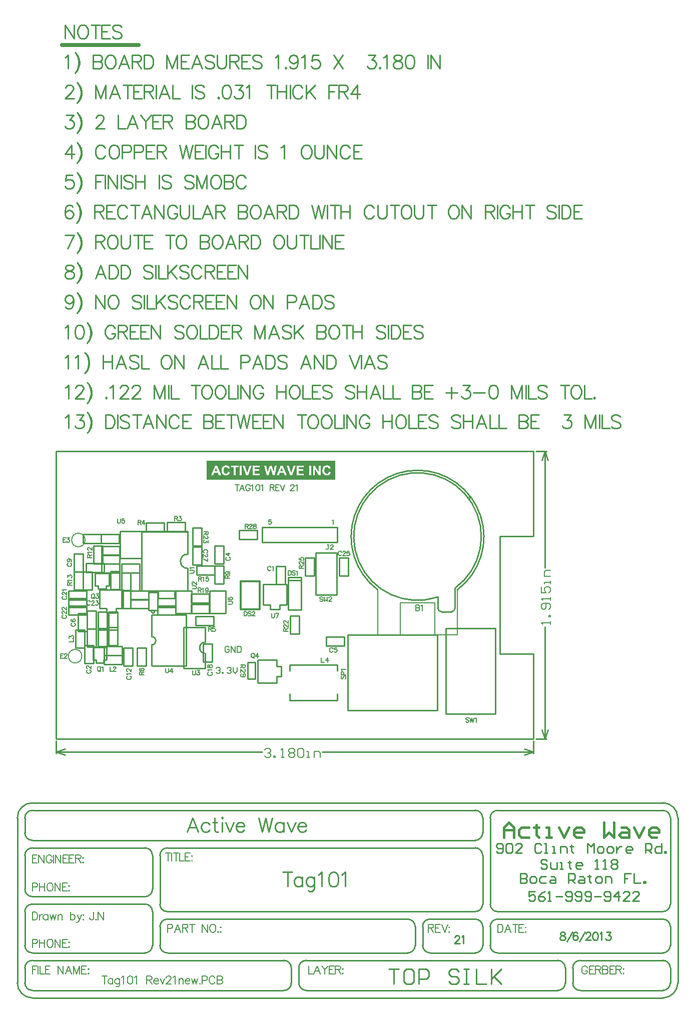
<source format=gto>
%FSLAX25Y25*%
%MOIN*%
G70*
G01*
G75*
G04 Layer_Color=65535*
%ADD10R,0.08000X0.03500*%
%ADD11R,0.05000X0.03600*%
%ADD12R,0.03600X0.03600*%
%ADD13R,0.03000X0.03000*%
%ADD14R,0.02362X0.02362*%
%ADD15R,0.03000X0.03000*%
%ADD16C,0.04000*%
%ADD17R,0.07400X0.04500*%
%ADD18C,0.01200*%
%ADD19R,0.10000X0.10000*%
%ADD20R,0.10000X0.07000*%
%ADD21O,0.02400X0.08000*%
%ADD22R,0.03600X0.03600*%
%ADD23R,0.03600X0.05000*%
%ADD24R,0.02362X0.10000*%
%ADD25R,0.02362X0.09000*%
%ADD26R,0.07000X0.02362*%
%ADD27R,0.09000X0.02362*%
%ADD28O,0.01600X0.06000*%
%ADD29R,0.06299X0.05118*%
%ADD30O,0.01600X0.06000*%
%ADD31R,0.02000X0.05000*%
%ADD32R,0.11000X0.04500*%
%ADD33R,0.11811X0.23622*%
%ADD34R,0.01378X0.03543*%
%ADD35R,0.01378X0.03543*%
%ADD36R,0.11024X0.05512*%
%ADD37R,0.07000X0.10000*%
%ADD38R,0.08000X0.12000*%
%ADD39C,0.02500*%
%ADD40C,0.04000*%
%ADD41C,0.01500*%
%ADD42C,0.00800*%
%ADD43C,0.01000*%
%ADD44C,0.01200*%
%ADD45C,0.02000*%
%ADD46C,0.01600*%
%ADD47C,0.01400*%
%ADD48C,0.07400*%
%ADD49C,0.00600*%
%ADD50C,0.00500*%
%ADD51C,0.00900*%
%ADD52C,0.06200*%
%ADD53R,0.06200X0.06200*%
%ADD54R,0.05000X0.05000*%
%ADD55C,0.07000*%
%ADD56C,0.12200*%
%ADD57C,0.07800*%
%ADD58C,0.19500*%
%ADD59C,0.02800*%
%ADD60R,0.07000X0.07000*%
%ADD61C,0.03000*%
%ADD62C,0.00984*%
%ADD63C,0.00598*%
G36*
X181012Y167493D02*
X95400D01*
Y180120D01*
X181012D01*
Y167493D01*
D02*
G37*
%LPC*%
G36*
X146019Y177012D02*
X144653D01*
X142164Y170600D01*
X143530D01*
X144057Y172054D01*
X146644D01*
X147190Y170600D01*
X148596D01*
X146019Y177012D01*
D02*
G37*
G36*
X159995D02*
X155252D01*
Y170600D01*
X160122D01*
Y171683D01*
X156550D01*
Y173421D01*
X159751D01*
Y174504D01*
X156550D01*
Y175929D01*
X159995D01*
Y177012D01*
D02*
G37*
G36*
X164973D02*
X163675D01*
Y170600D01*
X164973D01*
Y177012D01*
D02*
G37*
G36*
X130647D02*
X125904D01*
Y170600D01*
X130774D01*
Y171683D01*
X127202D01*
Y173421D01*
X130403D01*
Y174504D01*
X127202D01*
Y175929D01*
X130647D01*
Y177012D01*
D02*
G37*
G36*
X102255D02*
X100889D01*
X98400Y170600D01*
X99766D01*
X100293Y172054D01*
X102880D01*
X103426Y170600D01*
X104832D01*
X102255Y177012D01*
D02*
G37*
G36*
X116593D02*
X111527D01*
Y175929D01*
X113411D01*
Y170600D01*
X114709D01*
Y175929D01*
X116593D01*
Y177012D01*
D02*
G37*
G36*
X118701D02*
X117403D01*
Y170600D01*
X118701D01*
Y177012D01*
D02*
G37*
G36*
X171297D02*
X170097D01*
Y172708D01*
X167452Y177012D01*
X166203D01*
Y170600D01*
X167403D01*
Y174807D01*
X169999Y170600D01*
X171297D01*
Y177012D01*
D02*
G37*
G36*
X108394Y177120D02*
X108277D01*
X108033Y177110D01*
X107799Y177081D01*
X107574Y177042D01*
X107369Y176983D01*
X107174Y176915D01*
X106999Y176837D01*
X106833Y176759D01*
X106686Y176681D01*
X106550Y176593D01*
X106432Y176515D01*
X106335Y176436D01*
X106247Y176368D01*
X106188Y176310D01*
X106140Y176271D01*
X106110Y176241D01*
X106101Y176232D01*
X105954Y176056D01*
X105827Y175870D01*
X105720Y175675D01*
X105622Y175470D01*
X105544Y175265D01*
X105486Y175051D01*
X105427Y174855D01*
X105388Y174650D01*
X105349Y174465D01*
X105320Y174299D01*
X105310Y174143D01*
X105291Y174006D01*
Y173899D01*
X105281Y173811D01*
Y173762D01*
Y173743D01*
X105291Y173469D01*
X105320Y173206D01*
X105359Y172962D01*
X105408Y172737D01*
X105476Y172523D01*
X105544Y172327D01*
X105613Y172142D01*
X105691Y171986D01*
X105769Y171839D01*
X105837Y171713D01*
X105915Y171605D01*
X105974Y171517D01*
X106023Y171449D01*
X106062Y171400D01*
X106091Y171371D01*
X106101Y171361D01*
X106257Y171205D01*
X106423Y171078D01*
X106598Y170961D01*
X106774Y170863D01*
X106950Y170776D01*
X107125Y170707D01*
X107291Y170649D01*
X107457Y170600D01*
X107613Y170561D01*
X107750Y170541D01*
X107877Y170522D01*
X107984Y170502D01*
X108072D01*
X108141Y170493D01*
X108199D01*
X108385Y170502D01*
X108570Y170512D01*
X108736Y170541D01*
X108902Y170571D01*
X109048Y170610D01*
X109185Y170649D01*
X109312Y170698D01*
X109429Y170746D01*
X109536Y170795D01*
X109634Y170844D01*
X109712Y170883D01*
X109780Y170922D01*
X109829Y170951D01*
X109868Y170981D01*
X109888Y170990D01*
X109897Y171000D01*
X110024Y171098D01*
X110132Y171215D01*
X110336Y171459D01*
X110502Y171722D01*
X110629Y171976D01*
X110688Y172093D01*
X110737Y172210D01*
X110776Y172308D01*
X110805Y172396D01*
X110834Y172474D01*
X110854Y172523D01*
X110863Y172562D01*
Y172572D01*
X109605Y172962D01*
X109536Y172708D01*
X109448Y172503D01*
X109361Y172318D01*
X109273Y172171D01*
X109195Y172064D01*
X109126Y171976D01*
X109087Y171937D01*
X109068Y171918D01*
X108921Y171810D01*
X108775Y171732D01*
X108628Y171674D01*
X108482Y171635D01*
X108365Y171615D01*
X108267Y171605D01*
X108228Y171596D01*
X108179D01*
X108053Y171605D01*
X107936Y171615D01*
X107711Y171674D01*
X107516Y171752D01*
X107350Y171849D01*
X107223Y171947D01*
X107125Y172025D01*
X107067Y172083D01*
X107057Y172093D01*
X107047Y172103D01*
X106969Y172210D01*
X106911Y172327D01*
X106852Y172454D01*
X106803Y172591D01*
X106725Y172884D01*
X106676Y173167D01*
X106657Y173303D01*
X106637Y173430D01*
X106628Y173538D01*
Y173645D01*
X106618Y173723D01*
Y173792D01*
Y173831D01*
Y173840D01*
X106628Y174045D01*
X106637Y174241D01*
X106657Y174426D01*
X106686Y174582D01*
X106716Y174738D01*
X106755Y174875D01*
X106794Y174992D01*
X106842Y175099D01*
X106881Y175197D01*
X106921Y175275D01*
X106959Y175343D01*
X106989Y175402D01*
X107018Y175441D01*
X107038Y175480D01*
X107057Y175490D01*
Y175499D01*
X107145Y175587D01*
X107233Y175675D01*
X107330Y175743D01*
X107418Y175802D01*
X107613Y175890D01*
X107799Y175949D01*
X107965Y175988D01*
X108033Y175997D01*
X108092Y176007D01*
X108141Y176017D01*
X108209D01*
X108394Y176007D01*
X108560Y175968D01*
X108716Y175929D01*
X108843Y175870D01*
X108951Y175822D01*
X109019Y175773D01*
X109068Y175734D01*
X109087Y175724D01*
X109214Y175607D01*
X109312Y175480D01*
X109399Y175353D01*
X109458Y175226D01*
X109507Y175109D01*
X109546Y175021D01*
X109556Y174963D01*
X109565Y174953D01*
Y174943D01*
X110844Y175246D01*
X110756Y175519D01*
X110649Y175753D01*
X110532Y175949D01*
X110424Y176114D01*
X110327Y176251D01*
X110249Y176339D01*
X110200Y176397D01*
X110190Y176417D01*
X110180D01*
X110034Y176544D01*
X109888Y176651D01*
X109731Y176739D01*
X109575Y176827D01*
X109419Y176895D01*
X109253Y176944D01*
X109107Y176993D01*
X108951Y177032D01*
X108814Y177061D01*
X108687Y177081D01*
X108570Y177100D01*
X108472Y177110D01*
X108394Y177120D01*
D02*
G37*
G36*
X175543D02*
X175426D01*
X175182Y177110D01*
X174948Y177081D01*
X174723Y177042D01*
X174518Y176983D01*
X174323Y176915D01*
X174147Y176837D01*
X173981Y176759D01*
X173835Y176681D01*
X173698Y176593D01*
X173581Y176515D01*
X173484Y176436D01*
X173396Y176368D01*
X173337Y176310D01*
X173289Y176271D01*
X173259Y176241D01*
X173249Y176232D01*
X173103Y176056D01*
X172976Y175870D01*
X172869Y175675D01*
X172771Y175470D01*
X172693Y175265D01*
X172635Y175051D01*
X172576Y174855D01*
X172537Y174650D01*
X172498Y174465D01*
X172469Y174299D01*
X172459Y174143D01*
X172439Y174006D01*
Y173899D01*
X172430Y173811D01*
Y173762D01*
Y173743D01*
X172439Y173469D01*
X172469Y173206D01*
X172508Y172962D01*
X172556Y172737D01*
X172625Y172523D01*
X172693Y172327D01*
X172761Y172142D01*
X172839Y171986D01*
X172918Y171839D01*
X172986Y171713D01*
X173064Y171605D01*
X173123Y171517D01*
X173171Y171449D01*
X173210Y171400D01*
X173240Y171371D01*
X173249Y171361D01*
X173406Y171205D01*
X173572Y171078D01*
X173747Y170961D01*
X173923Y170863D01*
X174099Y170776D01*
X174274Y170707D01*
X174440Y170649D01*
X174606Y170600D01*
X174762Y170561D01*
X174899Y170541D01*
X175026Y170522D01*
X175133Y170502D01*
X175221D01*
X175289Y170493D01*
X175348D01*
X175533Y170502D01*
X175719Y170512D01*
X175885Y170541D01*
X176051Y170571D01*
X176197Y170610D01*
X176334Y170649D01*
X176461Y170698D01*
X176578Y170746D01*
X176685Y170795D01*
X176783Y170844D01*
X176861Y170883D01*
X176929Y170922D01*
X176978Y170951D01*
X177017Y170981D01*
X177036Y170990D01*
X177046Y171000D01*
X177173Y171098D01*
X177280Y171215D01*
X177485Y171459D01*
X177651Y171722D01*
X177778Y171976D01*
X177837Y172093D01*
X177885Y172210D01*
X177925Y172308D01*
X177954Y172396D01*
X177983Y172474D01*
X178003Y172523D01*
X178012Y172562D01*
Y172572D01*
X176753Y172962D01*
X176685Y172708D01*
X176597Y172503D01*
X176509Y172318D01*
X176421Y172171D01*
X176343Y172064D01*
X176275Y171976D01*
X176236Y171937D01*
X176216Y171918D01*
X176070Y171810D01*
X175924Y171732D01*
X175777Y171674D01*
X175631Y171635D01*
X175514Y171615D01*
X175416Y171605D01*
X175377Y171596D01*
X175328D01*
X175201Y171605D01*
X175084Y171615D01*
X174860Y171674D01*
X174665Y171752D01*
X174499Y171849D01*
X174372Y171947D01*
X174274Y172025D01*
X174216Y172083D01*
X174206Y172093D01*
X174196Y172103D01*
X174118Y172210D01*
X174059Y172327D01*
X174001Y172454D01*
X173952Y172591D01*
X173874Y172884D01*
X173825Y173167D01*
X173806Y173303D01*
X173786Y173430D01*
X173776Y173538D01*
Y173645D01*
X173767Y173723D01*
Y173792D01*
Y173831D01*
Y173840D01*
X173776Y174045D01*
X173786Y174241D01*
X173806Y174426D01*
X173835Y174582D01*
X173864Y174738D01*
X173903Y174875D01*
X173942Y174992D01*
X173991Y175099D01*
X174030Y175197D01*
X174069Y175275D01*
X174108Y175343D01*
X174138Y175402D01*
X174167Y175441D01*
X174186Y175480D01*
X174206Y175490D01*
Y175499D01*
X174294Y175587D01*
X174382Y175675D01*
X174479Y175743D01*
X174567Y175802D01*
X174762Y175890D01*
X174948Y175949D01*
X175114Y175988D01*
X175182Y175997D01*
X175241Y176007D01*
X175289Y176017D01*
X175358D01*
X175543Y176007D01*
X175709Y175968D01*
X175865Y175929D01*
X175992Y175870D01*
X176099Y175822D01*
X176168Y175773D01*
X176216Y175734D01*
X176236Y175724D01*
X176363Y175607D01*
X176461Y175480D01*
X176548Y175353D01*
X176607Y175226D01*
X176656Y175109D01*
X176695Y175021D01*
X176705Y174963D01*
X176714Y174953D01*
Y174943D01*
X177993Y175246D01*
X177905Y175519D01*
X177798Y175753D01*
X177681Y175949D01*
X177573Y176114D01*
X177476Y176251D01*
X177397Y176339D01*
X177349Y176397D01*
X177339Y176417D01*
X177329D01*
X177183Y176544D01*
X177036Y176651D01*
X176880Y176739D01*
X176724Y176827D01*
X176568Y176895D01*
X176402Y176944D01*
X176256Y176993D01*
X176099Y177032D01*
X175963Y177061D01*
X175836Y177081D01*
X175719Y177100D01*
X175621Y177110D01*
X175543Y177120D01*
D02*
G37*
G36*
X154598Y177012D02*
X153212D01*
X151651Y172269D01*
X150021Y177012D01*
X148625D01*
X150919Y170600D01*
X152314D01*
X154598Y177012D01*
D02*
G37*
G36*
X125250D02*
X123864D01*
X122302Y172269D01*
X120672Y177012D01*
X119277D01*
X121570Y170600D01*
X122966D01*
X125250Y177012D01*
D02*
G37*
G36*
X142135D02*
X140827D01*
X139851Y172532D01*
X138719Y177012D01*
X137186D01*
X136015Y172601D01*
X135068Y177012D01*
X133741D01*
X135234Y170600D01*
X136659D01*
X137928Y175392D01*
X139207Y170600D01*
X140593D01*
X142135Y177012D01*
D02*
G37*
%LPD*%
G36*
X102460Y173138D02*
X100694D01*
X101562Y175519D01*
X102460Y173138D01*
D02*
G37*
G36*
X146224D02*
X144457D01*
X145326Y175519D01*
X146224Y173138D01*
D02*
G37*
D39*
X-1040Y457050D02*
X49960D01*
D41*
X293352Y-70690D02*
Y-64025D01*
X296685Y-60693D01*
X300017Y-64025D01*
Y-70690D01*
Y-65691D01*
X293352D01*
X310014Y-64025D02*
X305015D01*
X303349Y-65691D01*
Y-69024D01*
X305015Y-70690D01*
X310014D01*
X315012Y-62359D02*
Y-64025D01*
X313346D01*
X316678D01*
X315012D01*
Y-69024D01*
X316678Y-70690D01*
X321676D02*
X325009D01*
X323342D01*
Y-64025D01*
X321676D01*
X330007D02*
X333339Y-70690D01*
X336672Y-64025D01*
X345002Y-70690D02*
X341670D01*
X340004Y-69024D01*
Y-65691D01*
X341670Y-64025D01*
X345002D01*
X346668Y-65691D01*
Y-67357D01*
X340004D01*
X359997Y-60693D02*
Y-70690D01*
X363330Y-67357D01*
X366662Y-70690D01*
Y-60693D01*
X371660Y-64025D02*
X374992D01*
X376659Y-65691D01*
Y-70690D01*
X371660D01*
X369994Y-69024D01*
X371660Y-67357D01*
X376659D01*
X379991Y-64025D02*
X383323Y-70690D01*
X386655Y-64025D01*
X394986Y-70690D02*
X391654D01*
X389988Y-69024D01*
Y-65691D01*
X391654Y-64025D01*
X394986D01*
X396652Y-65691D01*
Y-67357D01*
X389988D01*
D42*
X12200Y50000D02*
G03*
X12200Y50000I-4500J0D01*
G01*
X14400Y127400D02*
G03*
X14400Y127400I-4500J0D01*
G01*
X262263Y74602D02*
X262302Y64202D01*
X247302D02*
X262302D01*
X224302D02*
Y74602D01*
X209402Y64202D02*
X224302D01*
Y85602D02*
X247302D01*
X262246Y94125D02*
X262263Y74602D01*
X224302D02*
Y85602D01*
X209340Y74602D02*
X209402Y64202D01*
X209320Y94175D02*
X209340Y74602D01*
X247302D02*
Y85602D01*
Y64202D02*
Y74602D01*
X110366Y55832D02*
X109699Y56499D01*
X108367D01*
X107700Y55832D01*
Y53166D01*
X108367Y52500D01*
X109699D01*
X110366Y53166D01*
Y54499D01*
X109033D01*
X111699Y52500D02*
Y56499D01*
X114365Y52500D01*
Y56499D01*
X115697D02*
Y52500D01*
X117697D01*
X118363Y53166D01*
Y55832D01*
X117697Y56499D01*
X115697D01*
X101600Y41832D02*
X102266Y42499D01*
X103599D01*
X104266Y41832D01*
Y41166D01*
X103599Y40499D01*
X102933D01*
X103599D01*
X104266Y39833D01*
Y39166D01*
X103599Y38500D01*
X102266D01*
X101600Y39166D01*
X105599Y38500D02*
Y39166D01*
X106265D01*
Y38500D01*
X105599D01*
X108931Y41832D02*
X109597Y42499D01*
X110930D01*
X111597Y41832D01*
Y41166D01*
X110930Y40499D01*
X110264D01*
X110930D01*
X111597Y39833D01*
Y39166D01*
X110930Y38500D01*
X109597D01*
X108931Y39166D01*
X112930Y42499D02*
Y39833D01*
X114263Y38500D01*
X115595Y39833D01*
Y42499D01*
X20028Y-120491D02*
Y-124554D01*
X19774Y-125315D01*
X19520Y-125569D01*
X19012Y-125823D01*
X18504D01*
X17996Y-125569D01*
X17742Y-125315D01*
X17489Y-124554D01*
Y-124046D01*
X21653Y-125315D02*
X21399Y-125569D01*
X21653Y-125823D01*
X21907Y-125569D01*
X21653Y-125315D01*
X23075Y-120491D02*
Y-125823D01*
Y-120491D02*
X26629Y-125823D01*
Y-120491D02*
Y-125823D01*
D43*
X58800Y57546D02*
G03*
X58800Y62954I0J2704D01*
G01*
X60600Y79600D02*
G03*
X60600Y79600I-1000J0D01*
G01*
X94446Y59298D02*
G03*
X94446Y51817I0J-3740D01*
G01*
X82639Y117970D02*
G03*
X82639Y108521I0J-4724D01*
G01*
X235802Y173832D02*
G03*
X209320Y94175I0J-44230D01*
G01*
X262246Y94125D02*
G03*
X235802Y173850I-26445J35477D01*
G01*
X132432Y126000D02*
X182432D01*
Y136000D01*
X132432D02*
X182432D01*
X132432Y126000D02*
Y136000D01*
X150555Y20689D02*
X182445D01*
X150555Y44311D02*
X182445D01*
X150555Y40055D02*
Y44311D01*
Y20689D02*
Y24945D01*
X182445Y20689D02*
Y24945D01*
Y40055D02*
Y44311D01*
X51930Y132931D02*
X79764D01*
X82639D01*
Y128206D02*
Y132931D01*
X189472Y64197D02*
X219000D01*
X189472Y13803D02*
X219000D01*
X248921D01*
X219000Y64197D02*
X248921D01*
Y13803D02*
Y64197D01*
X189472Y14000D02*
Y64197D01*
X219000D01*
X189472Y14000D02*
Y64197D01*
X219000D01*
X168000Y91000D02*
X182000D01*
Y119000D01*
X168000D02*
X182000D01*
X168000Y91000D02*
Y119000D01*
X216800Y-158603D02*
X223464D01*
X220132D01*
Y-168600D01*
X231795Y-158603D02*
X228463D01*
X226797Y-160269D01*
Y-166934D01*
X228463Y-168600D01*
X231795D01*
X233461Y-166934D01*
Y-160269D01*
X231795Y-158603D01*
X236793Y-168600D02*
Y-158603D01*
X241792D01*
X243458Y-160269D01*
Y-163602D01*
X241792Y-165268D01*
X236793D01*
X263452Y-160269D02*
X261786Y-158603D01*
X258453D01*
X256787Y-160269D01*
Y-161935D01*
X258453Y-163602D01*
X261786D01*
X263452Y-165268D01*
Y-166934D01*
X261786Y-168600D01*
X258453D01*
X256787Y-166934D01*
X266784Y-158603D02*
X270116D01*
X268450D01*
Y-168600D01*
X266784D01*
X270116D01*
X275114Y-158603D02*
Y-168600D01*
X281779D01*
X285111Y-158603D02*
Y-168600D01*
Y-165268D01*
X291776Y-158603D01*
X286777Y-163602D01*
X291776Y-168600D01*
X314500Y186500D02*
X321600D01*
X314500Y-5000D02*
X321600D01*
X320600Y108744D02*
Y186500D01*
Y-5000D02*
Y69556D01*
X318600Y180500D02*
X320600Y186500D01*
X322600Y180500D01*
X320600Y-5000D02*
X322600Y1000D01*
X318600D02*
X320600Y-5000D01*
X313000Y-14900D02*
Y-6500D01*
X-5000Y-14900D02*
Y-6500D01*
X172494Y-13900D02*
X313000D01*
X-5000D02*
X132306D01*
X307000Y-11900D02*
X313000Y-13900D01*
X307000Y-15900D02*
X313000Y-13900D01*
X-5000D02*
X1000Y-15900D01*
X-5000Y-13900D02*
X1000Y-11900D01*
X258500Y79700D02*
G03*
X260800Y82000I0J2300D01*
G01*
X249300D02*
G03*
X251600Y79700I2300J0D01*
G01*
X260785Y95320D02*
G03*
X249300Y89401I-24985J34380D01*
G01*
X-5000Y-5000D02*
X313000D01*
X290500Y130000D02*
X313000D01*
X290500Y51400D02*
X313000D01*
X-5000Y-5000D02*
Y186500D01*
X313000Y-5000D02*
Y51400D01*
X290500D02*
Y130000D01*
X313000D02*
Y186500D01*
X-5000D02*
X313000D01*
X260800Y82000D02*
Y95300D01*
X251600Y79700D02*
X258500D01*
X249300Y82000D02*
Y89400D01*
X151692Y-157718D02*
G03*
X146692Y-152718I-5000J0D01*
G01*
X146808Y-172718D02*
G03*
X151690Y-167750I84J4800D01*
G01*
X161692Y-152718D02*
G03*
X156692Y-157718I0J-5000D01*
G01*
Y-167718D02*
G03*
X161605Y-172717I5000J0D01*
G01*
X334192Y-157718D02*
G03*
X329192Y-152718I-5000J0D01*
G01*
X329308Y-172718D02*
G03*
X334190Y-167750I84J4800D01*
G01*
X339192Y-167818D02*
G03*
X344178Y-172717I4900J0D01*
G01*
X344192Y-152718D02*
G03*
X339192Y-157718I0J-5000D01*
G01*
X59192Y-82618D02*
G03*
X54292Y-77718I-4900J0D01*
G01*
X54392Y-110218D02*
G03*
X59192Y-105418I0J4800D01*
G01*
Y-120118D02*
G03*
X54121Y-115221I-4900J0D01*
G01*
X64192Y-115318D02*
G03*
X69092Y-120218I4900J0D01*
G01*
X64192Y-142818D02*
G03*
X69092Y-147718I4900J0D01*
G01*
X54292D02*
G03*
X59192Y-142818I0J4900D01*
G01*
X234192Y-130118D02*
G03*
X229292Y-125218I-4900J0D01*
G01*
Y-147718D02*
G03*
X234191Y-142732I0J4900D01*
G01*
X239192Y-142618D02*
G03*
X244203Y-147717I5100J0D01*
G01*
X243992Y-125218D02*
G03*
X239199Y-130269I0J-4800D01*
G01*
X69192Y-125218D02*
G03*
X64192Y-130218I0J-5000D01*
G01*
X69192Y-77718D02*
G03*
X64192Y-82718I0J-5000D01*
G01*
X-25808Y-142718D02*
G03*
X-20895Y-147717I5000J0D01*
G01*
X-20808Y-115218D02*
G03*
X-25808Y-120218I0J-5000D01*
G01*
Y-105218D02*
G03*
X-20808Y-110218I5000J0D01*
G01*
Y-77718D02*
G03*
X-25808Y-82718I0J-5000D01*
G01*
Y-67718D02*
G03*
X-20808Y-72718I5000J0D01*
G01*
Y-52718D02*
G03*
X-25808Y-57718I0J-5000D01*
G01*
X279192D02*
G03*
X274192Y-52718I-5000J0D01*
G01*
X289192D02*
G03*
X284192Y-57718I0J-5000D01*
G01*
X274192Y-72718D02*
G03*
X279192Y-67718I0J5000D01*
G01*
Y-82718D02*
G03*
X274192Y-77718I-5000J0D01*
G01*
X-20808Y-152718D02*
G03*
X-25808Y-157718I0J-5000D01*
G01*
X274279Y-120218D02*
G03*
X279193Y-115218I-87J5000D01*
G01*
X-25808Y-167718D02*
G03*
X-20895Y-172717I5000J0D01*
G01*
X279192Y-130118D02*
G03*
X274292Y-125218I-4900J0D01*
G01*
X284192Y-142818D02*
G03*
X289177Y-147717I4900J0D01*
G01*
X274192Y-147718D02*
G03*
X279192Y-142718I0J5000D01*
G01*
X399192Y-172718D02*
G03*
X404192Y-167718I0J5000D01*
G01*
X404192Y-157630D02*
G03*
X399192Y-152717I-5000J-87D01*
G01*
Y-147718D02*
G03*
X404192Y-142718I0J5000D01*
G01*
Y-57618D02*
G03*
X399121Y-52721I-4900J0D01*
G01*
X409192Y-57718D02*
G03*
X399192Y-47718I-10000J0D01*
G01*
Y-177718D02*
G03*
X409192Y-167718I0J10000D01*
G01*
X-30808Y-167618D02*
G03*
X-20884Y-177716I10100J0D01*
G01*
X-20808Y-47718D02*
G03*
X-30808Y-57718I0J-10000D01*
G01*
X284192Y-115218D02*
G03*
X289192Y-120218I5000J0D01*
G01*
X399192D02*
G03*
X404192Y-115218I0J5000D01*
G01*
X289192Y-125218D02*
G03*
X284192Y-130218I0J-5000D01*
G01*
X404192Y-130118D02*
G03*
X399292Y-125218I-4900J0D01*
G01*
X161692Y-172718D02*
X329192D01*
X-20808D02*
X146692D01*
X-20808Y-152718D02*
X146692D01*
X161692D02*
X329192D01*
X344192Y-172718D02*
X399192D01*
X344192Y-152718D02*
X399192D01*
X-20808Y-52718D02*
X274192D01*
X-20808Y-177718D02*
X399192D01*
X-20808Y-47718D02*
X399192D01*
X-20808Y-147718D02*
X54192D01*
X-20808Y-115218D02*
X54192D01*
X-20808Y-110218D02*
X54192D01*
X-20808Y-77718D02*
X54192D01*
X-20808Y-72718D02*
X274192D01*
X69192Y-77718D02*
X274192D01*
X69192Y-125218D02*
X229192D01*
X69192Y-147718D02*
X229192D01*
X244192D02*
X274192D01*
X244192Y-125218D02*
X274192D01*
X289192Y-147718D02*
X399192D01*
X289192Y-52718D02*
X399192D01*
X69192Y-120218D02*
X274192D01*
X289192D02*
X399192D01*
X289192Y-125218D02*
X399192D01*
X151692Y-167718D02*
Y-157718D01*
X156692Y-167718D02*
Y-157718D01*
X334192Y-167718D02*
Y-157718D01*
X339192Y-167718D02*
Y-157718D01*
X409192Y-167718D02*
Y-57718D01*
X-25808Y-142718D02*
Y-120218D01*
X59192Y-142718D02*
Y-120218D01*
X-25808Y-105218D02*
Y-82718D01*
X59192Y-105218D02*
Y-82718D01*
X-25808Y-67718D02*
Y-57718D01*
X279192Y-67718D02*
Y-57718D01*
Y-115218D02*
Y-82718D01*
X64192Y-115218D02*
Y-82718D01*
X234192Y-142718D02*
Y-130218D01*
X64192Y-142718D02*
Y-130218D01*
X239192Y-142718D02*
Y-130218D01*
X279192Y-142718D02*
Y-130218D01*
X404192Y-167718D02*
Y-157718D01*
X-25808Y-167718D02*
Y-157718D01*
X-30808Y-167718D02*
Y-57718D01*
X284192Y-115218D02*
Y-57718D01*
X404192Y-115218D02*
Y-57718D01*
X284192Y-142718D02*
Y-130218D01*
X404192Y-142718D02*
Y-130118D01*
X304352Y-94792D02*
Y-101190D01*
X307551D01*
X308617Y-100123D01*
Y-99057D01*
X307551Y-97991D01*
X304352D01*
X307551D01*
X308617Y-96925D01*
Y-95858D01*
X307551Y-94792D01*
X304352D01*
X311817Y-101190D02*
X313949D01*
X315016Y-100123D01*
Y-97991D01*
X313949Y-96925D01*
X311817D01*
X310750Y-97991D01*
Y-100123D01*
X311817Y-101190D01*
X321413Y-96925D02*
X318214D01*
X317148Y-97991D01*
Y-100123D01*
X318214Y-101190D01*
X321413D01*
X324612Y-96925D02*
X326745D01*
X327811Y-97991D01*
Y-101190D01*
X324612D01*
X323546Y-100123D01*
X324612Y-99057D01*
X327811D01*
X336342Y-101190D02*
Y-94792D01*
X339541D01*
X340607Y-95858D01*
Y-97991D01*
X339541Y-99057D01*
X336342D01*
X338474D02*
X340607Y-101190D01*
X343806Y-96925D02*
X345939D01*
X347005Y-97991D01*
Y-101190D01*
X343806D01*
X342740Y-100123D01*
X343806Y-99057D01*
X347005D01*
X350204Y-95858D02*
Y-96925D01*
X349138D01*
X351270D01*
X350204D01*
Y-100123D01*
X351270Y-101190D01*
X355536D02*
X357668D01*
X358735Y-100123D01*
Y-97991D01*
X357668Y-96925D01*
X355536D01*
X354469Y-97991D01*
Y-100123D01*
X355536Y-101190D01*
X360867D02*
Y-96925D01*
X364066D01*
X365133Y-97991D01*
Y-101190D01*
X377928Y-94792D02*
X373663D01*
Y-97991D01*
X375796D01*
X373663D01*
Y-101190D01*
X380061Y-94792D02*
Y-101190D01*
X384326D01*
X386459D02*
Y-100123D01*
X387525D01*
Y-101190D01*
X386459D01*
X288352Y-80123D02*
X289419Y-81190D01*
X291551D01*
X292618Y-80123D01*
Y-75858D01*
X291551Y-74792D01*
X289419D01*
X288352Y-75858D01*
Y-76925D01*
X289419Y-77991D01*
X292618D01*
X294750Y-75858D02*
X295816Y-74792D01*
X297949D01*
X299015Y-75858D01*
Y-80123D01*
X297949Y-81190D01*
X295816D01*
X294750Y-80123D01*
Y-75858D01*
X305413Y-81190D02*
X301148D01*
X305413Y-76925D01*
Y-75858D01*
X304347Y-74792D01*
X302214D01*
X301148Y-75858D01*
X318209D02*
X317143Y-74792D01*
X315010D01*
X313944Y-75858D01*
Y-80123D01*
X315010Y-81190D01*
X317143D01*
X318209Y-80123D01*
X320342Y-81190D02*
X322475D01*
X321408D01*
Y-74792D01*
X320342D01*
X325674Y-81190D02*
X327806D01*
X326740D01*
Y-76925D01*
X325674D01*
X331005Y-81190D02*
Y-76925D01*
X334204D01*
X335270Y-77991D01*
Y-81190D01*
X338469Y-75858D02*
Y-76925D01*
X337403D01*
X339536D01*
X338469D01*
Y-80123D01*
X339536Y-81190D01*
X349133D02*
Y-74792D01*
X351265Y-76925D01*
X353398Y-74792D01*
Y-81190D01*
X356597D02*
X358730D01*
X359796Y-80123D01*
Y-77991D01*
X358730Y-76925D01*
X356597D01*
X355531Y-77991D01*
Y-80123D01*
X356597Y-81190D01*
X362995D02*
X365127D01*
X366194Y-80123D01*
Y-77991D01*
X365127Y-76925D01*
X362995D01*
X361928Y-77991D01*
Y-80123D01*
X362995Y-81190D01*
X368326Y-76925D02*
Y-81190D01*
Y-79057D01*
X369393Y-77991D01*
X370459Y-76925D01*
X371525D01*
X377923Y-81190D02*
X375791D01*
X374724Y-80123D01*
Y-77991D01*
X375791Y-76925D01*
X377923D01*
X378990Y-77991D01*
Y-79057D01*
X374724D01*
X387520Y-81190D02*
Y-74792D01*
X390719D01*
X391785Y-75858D01*
Y-77991D01*
X390719Y-79057D01*
X387520D01*
X389653D02*
X391785Y-81190D01*
X398183Y-74792D02*
Y-81190D01*
X394984D01*
X393918Y-80123D01*
Y-77991D01*
X394984Y-76925D01*
X398183D01*
X400316Y-81190D02*
Y-80123D01*
X401382D01*
Y-81190D01*
X400316D01*
X314118Y-106792D02*
X309852D01*
Y-109991D01*
X311985Y-108924D01*
X313051D01*
X314118Y-109991D01*
Y-112123D01*
X313051Y-113190D01*
X310919D01*
X309852Y-112123D01*
X320515Y-106792D02*
X318383Y-107858D01*
X316250Y-109991D01*
Y-112123D01*
X317317Y-113190D01*
X319449D01*
X320515Y-112123D01*
Y-111057D01*
X319449Y-109991D01*
X316250D01*
X322648Y-113190D02*
X324781D01*
X323714D01*
Y-106792D01*
X322648Y-107858D01*
X327980Y-109991D02*
X332245D01*
X334378Y-112123D02*
X335444Y-113190D01*
X337577D01*
X338643Y-112123D01*
Y-107858D01*
X337577Y-106792D01*
X335444D01*
X334378Y-107858D01*
Y-108924D01*
X335444Y-109991D01*
X338643D01*
X340776Y-112123D02*
X341842Y-113190D01*
X343974D01*
X345041Y-112123D01*
Y-107858D01*
X343974Y-106792D01*
X341842D01*
X340776Y-107858D01*
Y-108924D01*
X341842Y-109991D01*
X345041D01*
X347174Y-112123D02*
X348240Y-113190D01*
X350373D01*
X351439Y-112123D01*
Y-107858D01*
X350373Y-106792D01*
X348240D01*
X347174Y-107858D01*
Y-108924D01*
X348240Y-109991D01*
X351439D01*
X353571D02*
X357837D01*
X359969Y-112123D02*
X361036Y-113190D01*
X363168D01*
X364235Y-112123D01*
Y-107858D01*
X363168Y-106792D01*
X361036D01*
X359969Y-107858D01*
Y-108924D01*
X361036Y-109991D01*
X364235D01*
X369566Y-113190D02*
Y-106792D01*
X366367Y-109991D01*
X370633D01*
X377030Y-113190D02*
X372765D01*
X377030Y-108924D01*
Y-107858D01*
X375964Y-106792D01*
X373832D01*
X372765Y-107858D01*
X383428Y-113190D02*
X379163D01*
X383428Y-108924D01*
Y-107858D01*
X382362Y-106792D01*
X380229D01*
X379163Y-107858D01*
X322117Y-86358D02*
X321051Y-85292D01*
X318919D01*
X317852Y-86358D01*
Y-87424D01*
X318919Y-88491D01*
X321051D01*
X322117Y-89557D01*
Y-90623D01*
X321051Y-91690D01*
X318919D01*
X317852Y-90623D01*
X324250Y-87424D02*
Y-90623D01*
X325317Y-91690D01*
X328516D01*
Y-87424D01*
X330648Y-91690D02*
X332781D01*
X331714D01*
Y-87424D01*
X330648D01*
X337046Y-86358D02*
Y-87424D01*
X335980D01*
X338112D01*
X337046D01*
Y-90623D01*
X338112Y-91690D01*
X344510D02*
X342378D01*
X341311Y-90623D01*
Y-88491D01*
X342378Y-87424D01*
X344510D01*
X345577Y-88491D01*
Y-89557D01*
X341311D01*
X354107Y-91690D02*
X356240D01*
X355173D01*
Y-85292D01*
X354107Y-86358D01*
X359439Y-91690D02*
X361571D01*
X360505D01*
Y-85292D01*
X359439Y-86358D01*
X364770D02*
X365837Y-85292D01*
X367969D01*
X369036Y-86358D01*
Y-87424D01*
X367969Y-88491D01*
X369036Y-89557D01*
Y-90623D01*
X367969Y-91690D01*
X365837D01*
X364770Y-90623D01*
Y-89557D01*
X365837Y-88491D01*
X364770Y-87424D01*
Y-86358D01*
X365837Y-88491D02*
X367969D01*
X1060Y209034D02*
X1917Y209463D01*
X3202Y210748D01*
Y201750D01*
X8515Y210748D02*
X13228D01*
X10658Y207320D01*
X11943D01*
X12800Y206892D01*
X13228Y206463D01*
X13657Y205178D01*
Y204321D01*
X13228Y203035D01*
X12371Y202179D01*
X11086Y201750D01*
X9801D01*
X8515Y202179D01*
X8087Y202607D01*
X7658Y203464D01*
X15671Y212462D02*
X16528Y211605D01*
X17385Y210320D01*
X18242Y208606D01*
X18670Y206463D01*
Y204749D01*
X18242Y202607D01*
X17385Y200893D01*
X16528Y199608D01*
X15671Y198751D01*
X16528Y211605D02*
X17385Y209891D01*
X17813Y208606D01*
X18242Y206463D01*
Y204749D01*
X17813Y202607D01*
X17385Y201322D01*
X16528Y199608D01*
X27925Y210748D02*
Y201750D01*
Y210748D02*
X30925D01*
X32210Y210320D01*
X33067Y209463D01*
X33496Y208606D01*
X33924Y207320D01*
Y205178D01*
X33496Y203892D01*
X33067Y203035D01*
X32210Y202179D01*
X30925Y201750D01*
X27925D01*
X35938Y210748D02*
Y201750D01*
X43822Y209463D02*
X42965Y210320D01*
X41679Y210748D01*
X39966D01*
X38680Y210320D01*
X37823Y209463D01*
Y208606D01*
X38252Y207749D01*
X38680Y207320D01*
X39537Y206892D01*
X42108Y206035D01*
X42965Y205606D01*
X43393Y205178D01*
X43822Y204321D01*
Y203035D01*
X42965Y202179D01*
X41679Y201750D01*
X39966D01*
X38680Y202179D01*
X37823Y203035D01*
X48835Y210748D02*
Y201750D01*
X45836Y210748D02*
X51834D01*
X59761Y201750D02*
X56334Y210748D01*
X52906Y201750D01*
X54191Y204749D02*
X58476D01*
X61861Y210748D02*
Y201750D01*
Y210748D02*
X67860Y201750D01*
Y210748D02*
Y201750D01*
X76772Y208606D02*
X76344Y209463D01*
X75486Y210320D01*
X74629Y210748D01*
X72916D01*
X72059Y210320D01*
X71202Y209463D01*
X70773Y208606D01*
X70345Y207320D01*
Y205178D01*
X70773Y203892D01*
X71202Y203035D01*
X72059Y202179D01*
X72916Y201750D01*
X74629D01*
X75486Y202179D01*
X76344Y203035D01*
X76772Y203892D01*
X84870Y210748D02*
X79300D01*
Y201750D01*
X84870D01*
X79300Y206463D02*
X82728D01*
X93440Y210748D02*
Y201750D01*
Y210748D02*
X97296D01*
X98582Y210320D01*
X99010Y209891D01*
X99439Y209034D01*
Y208177D01*
X99010Y207320D01*
X98582Y206892D01*
X97296Y206463D01*
X93440D02*
X97296D01*
X98582Y206035D01*
X99010Y205606D01*
X99439Y204749D01*
Y203464D01*
X99010Y202607D01*
X98582Y202179D01*
X97296Y201750D01*
X93440D01*
X107023Y210748D02*
X101452D01*
Y201750D01*
X107023D01*
X101452Y206463D02*
X104880D01*
X111522Y210748D02*
Y201750D01*
X108522Y210748D02*
X114521D01*
X115592D02*
X117735Y201750D01*
X119877Y210748D02*
X117735Y201750D01*
X119877Y210748D02*
X122019Y201750D01*
X124162Y210748D02*
X122019Y201750D01*
X131532Y210748D02*
X125961D01*
Y201750D01*
X131532D01*
X125961Y206463D02*
X129389D01*
X138602Y210748D02*
X133031D01*
Y201750D01*
X138602D01*
X133031Y206463D02*
X136459D01*
X140101Y210748D02*
Y201750D01*
Y210748D02*
X146100Y201750D01*
Y210748D02*
Y201750D01*
X158654Y210748D02*
Y201750D01*
X155655Y210748D02*
X161654D01*
X165296D02*
X164439Y210320D01*
X163582Y209463D01*
X163153Y208606D01*
X162725Y207320D01*
Y205178D01*
X163153Y203892D01*
X163582Y203035D01*
X164439Y202179D01*
X165296Y201750D01*
X167010D01*
X167867Y202179D01*
X168724Y203035D01*
X169152Y203892D01*
X169581Y205178D01*
Y207320D01*
X169152Y208606D01*
X168724Y209463D01*
X167867Y210320D01*
X167010Y210748D01*
X165296D01*
X174251D02*
X173394Y210320D01*
X172537Y209463D01*
X172109Y208606D01*
X171680Y207320D01*
Y205178D01*
X172109Y203892D01*
X172537Y203035D01*
X173394Y202179D01*
X174251Y201750D01*
X175965D01*
X176822Y202179D01*
X177679Y203035D01*
X178107Y203892D01*
X178536Y205178D01*
Y207320D01*
X178107Y208606D01*
X177679Y209463D01*
X176822Y210320D01*
X175965Y210748D01*
X174251D01*
X180635D02*
Y201750D01*
X185777D01*
X186763Y210748D02*
Y201750D01*
X188648Y210748D02*
Y201750D01*
Y210748D02*
X194647Y201750D01*
Y210748D02*
Y201750D01*
X203559Y208606D02*
X203131Y209463D01*
X202274Y210320D01*
X201417Y210748D01*
X199703D01*
X198846Y210320D01*
X197989Y209463D01*
X197560Y208606D01*
X197132Y207320D01*
Y205178D01*
X197560Y203892D01*
X197989Y203035D01*
X198846Y202179D01*
X199703Y201750D01*
X201417D01*
X202274Y202179D01*
X203131Y203035D01*
X203559Y203892D01*
Y205178D01*
X201417D02*
X203559D01*
X212686Y210748D02*
Y201750D01*
X218684Y210748D02*
Y201750D01*
X212686Y206463D02*
X218684D01*
X223740Y210748D02*
X222884Y210320D01*
X222026Y209463D01*
X221598Y208606D01*
X221169Y207320D01*
Y205178D01*
X221598Y203892D01*
X222026Y203035D01*
X222884Y202179D01*
X223740Y201750D01*
X225454D01*
X226311Y202179D01*
X227168Y203035D01*
X227597Y203892D01*
X228025Y205178D01*
Y207320D01*
X227597Y208606D01*
X227168Y209463D01*
X226311Y210320D01*
X225454Y210748D01*
X223740D01*
X230125D02*
Y201750D01*
X235266D01*
X241822Y210748D02*
X236252D01*
Y201750D01*
X241822D01*
X236252Y206463D02*
X239680D01*
X249321Y209463D02*
X248464Y210320D01*
X247178Y210748D01*
X245464D01*
X244179Y210320D01*
X243322Y209463D01*
Y208606D01*
X243750Y207749D01*
X244179Y207320D01*
X245036Y206892D01*
X247607Y206035D01*
X248464Y205606D01*
X248892Y205178D01*
X249321Y204321D01*
Y203035D01*
X248464Y202179D01*
X247178Y201750D01*
X245464D01*
X244179Y202179D01*
X243322Y203035D01*
X264403Y209463D02*
X263546Y210320D01*
X262261Y210748D01*
X260547D01*
X259261Y210320D01*
X258404Y209463D01*
Y208606D01*
X258833Y207749D01*
X259261Y207320D01*
X260118Y206892D01*
X262689Y206035D01*
X263546Y205606D01*
X263975Y205178D01*
X264403Y204321D01*
Y203035D01*
X263546Y202179D01*
X262261Y201750D01*
X260547D01*
X259261Y202179D01*
X258404Y203035D01*
X266417Y210748D02*
Y201750D01*
X272416Y210748D02*
Y201750D01*
X266417Y206463D02*
X272416D01*
X281757Y201750D02*
X278329Y210748D01*
X274901Y201750D01*
X276186Y204749D02*
X280471D01*
X283856Y210748D02*
Y201750D01*
X288998D01*
X289983Y210748D02*
Y201750D01*
X295125D01*
X303181Y210748D02*
Y201750D01*
Y210748D02*
X307037D01*
X308322Y210320D01*
X308751Y209891D01*
X309179Y209034D01*
Y208177D01*
X308751Y207320D01*
X308322Y206892D01*
X307037Y206463D01*
X303181D02*
X307037D01*
X308322Y206035D01*
X308751Y205606D01*
X309179Y204749D01*
Y203464D01*
X308751Y202607D01*
X308322Y202179D01*
X307037Y201750D01*
X303181D01*
X316763Y210748D02*
X311193D01*
Y201750D01*
X316763D01*
X311193Y206463D02*
X314621D01*
X333260Y210748D02*
X337973D01*
X335402Y207320D01*
X336688D01*
X337545Y206892D01*
X337973Y206463D01*
X338402Y205178D01*
Y204321D01*
X337973Y203035D01*
X337116Y202179D01*
X335831Y201750D01*
X334545D01*
X333260Y202179D01*
X332831Y202607D01*
X332403Y203464D01*
X347485Y210748D02*
Y201750D01*
Y210748D02*
X350913Y201750D01*
X354341Y210748D02*
X350913Y201750D01*
X354341Y210748D02*
Y201750D01*
X356912Y210748D02*
Y201750D01*
X358797Y210748D02*
Y201750D01*
X363939D01*
X370923Y209463D02*
X370066Y210320D01*
X368781Y210748D01*
X367067D01*
X365781Y210320D01*
X364924Y209463D01*
Y208606D01*
X365353Y207749D01*
X365781Y207320D01*
X366638Y206892D01*
X369209Y206035D01*
X370066Y205606D01*
X370495Y205178D01*
X370923Y204321D01*
Y203035D01*
X370066Y202179D01*
X368781Y201750D01*
X367067D01*
X365781Y202179D01*
X364924Y203035D01*
X960Y248834D02*
X1817Y249263D01*
X3102Y250548D01*
Y241550D01*
X7558Y248834D02*
X8415Y249263D01*
X9701Y250548D01*
Y241550D01*
X14157Y252262D02*
X15014Y251405D01*
X15871Y250120D01*
X16728Y248406D01*
X17156Y246263D01*
Y244549D01*
X16728Y242407D01*
X15871Y240693D01*
X15014Y239408D01*
X14157Y238551D01*
X15014Y251405D02*
X15871Y249691D01*
X16299Y248406D01*
X16728Y246263D01*
Y244549D01*
X16299Y242407D01*
X15871Y241122D01*
X15014Y239408D01*
X26411Y250548D02*
Y241550D01*
X32410Y250548D02*
Y241550D01*
X26411Y246263D02*
X32410D01*
X41751Y241550D02*
X38323Y250548D01*
X34895Y241550D01*
X36181Y244549D02*
X40465D01*
X49849Y249263D02*
X48992Y250120D01*
X47707Y250548D01*
X45993D01*
X44707Y250120D01*
X43850Y249263D01*
Y248406D01*
X44279Y247549D01*
X44707Y247120D01*
X45564Y246692D01*
X48135Y245835D01*
X48992Y245406D01*
X49421Y244978D01*
X49849Y244121D01*
Y242835D01*
X48992Y241979D01*
X47707Y241550D01*
X45993D01*
X44707Y241979D01*
X43850Y242835D01*
X51863Y250548D02*
Y241550D01*
X57005D01*
X67631Y250548D02*
X66774Y250120D01*
X65917Y249263D01*
X65489Y248406D01*
X65060Y247120D01*
Y244978D01*
X65489Y243692D01*
X65917Y242835D01*
X66774Y241979D01*
X67631Y241550D01*
X69345D01*
X70202Y241979D01*
X71059Y242835D01*
X71487Y243692D01*
X71916Y244978D01*
Y247120D01*
X71487Y248406D01*
X71059Y249263D01*
X70202Y250120D01*
X69345Y250548D01*
X67631D01*
X74015D02*
Y241550D01*
Y250548D02*
X80014Y241550D01*
Y250548D02*
Y241550D01*
X96425D02*
X92997Y250548D01*
X89569Y241550D01*
X90855Y244549D02*
X95139D01*
X98524Y250548D02*
Y241550D01*
X103666D01*
X104652Y250548D02*
Y241550D01*
X109793D01*
X117849Y245835D02*
X121705D01*
X122991Y246263D01*
X123419Y246692D01*
X123847Y247549D01*
Y248834D01*
X123419Y249691D01*
X122991Y250120D01*
X121705Y250548D01*
X117849D01*
Y241550D01*
X132717D02*
X129289Y250548D01*
X125861Y241550D01*
X127147Y244549D02*
X131432D01*
X134817Y250548D02*
Y241550D01*
Y250548D02*
X137816D01*
X139101Y250120D01*
X139958Y249263D01*
X140387Y248406D01*
X140815Y247120D01*
Y244978D01*
X140387Y243692D01*
X139958Y242835D01*
X139101Y241979D01*
X137816Y241550D01*
X134817D01*
X148828Y249263D02*
X147971Y250120D01*
X146686Y250548D01*
X144972D01*
X143686Y250120D01*
X142829Y249263D01*
Y248406D01*
X143258Y247549D01*
X143686Y247120D01*
X144543Y246692D01*
X147114Y245835D01*
X147971Y245406D01*
X148399Y244978D01*
X148828Y244121D01*
Y242835D01*
X147971Y241979D01*
X146686Y241550D01*
X144972D01*
X143686Y241979D01*
X142829Y242835D01*
X164767Y241550D02*
X161339Y250548D01*
X157912Y241550D01*
X159197Y244549D02*
X163482D01*
X166867Y250548D02*
Y241550D01*
Y250548D02*
X172866Y241550D01*
Y250548D02*
Y241550D01*
X175351Y250548D02*
Y241550D01*
Y250548D02*
X178350D01*
X179636Y250120D01*
X180493Y249263D01*
X180921Y248406D01*
X181350Y247120D01*
Y244978D01*
X180921Y243692D01*
X180493Y242835D01*
X179636Y241979D01*
X178350Y241550D01*
X175351D01*
X190433Y250548D02*
X193861Y241550D01*
X197289Y250548D02*
X193861Y241550D01*
X198446Y250548D02*
Y241550D01*
X207187D02*
X203759Y250548D01*
X200331Y241550D01*
X201617Y244549D02*
X205901D01*
X215285Y249263D02*
X214428Y250120D01*
X213143Y250548D01*
X211429D01*
X210143Y250120D01*
X209286Y249263D01*
Y248406D01*
X209715Y247549D01*
X210143Y247120D01*
X211000Y246692D01*
X213571Y245835D01*
X214428Y245406D01*
X214857Y244978D01*
X215285Y244121D01*
Y242835D01*
X214428Y241979D01*
X213143Y241550D01*
X211429D01*
X210143Y241979D01*
X209286Y242835D01*
X1388Y428406D02*
Y428834D01*
X1817Y429691D01*
X2245Y430120D01*
X3102Y430548D01*
X4816D01*
X5673Y430120D01*
X6101Y429691D01*
X6530Y428834D01*
Y427977D01*
X6101Y427120D01*
X5244Y425835D01*
X960Y421550D01*
X6958D01*
X8972Y432262D02*
X9829Y431405D01*
X10686Y430120D01*
X11543Y428406D01*
X11971Y426263D01*
Y424549D01*
X11543Y422407D01*
X10686Y420693D01*
X9829Y419408D01*
X8972Y418551D01*
X9829Y431405D02*
X10686Y429691D01*
X11115Y428406D01*
X11543Y426263D01*
Y424549D01*
X11115Y422407D01*
X10686Y421122D01*
X9829Y419408D01*
X21227Y430548D02*
Y421550D01*
Y430548D02*
X24655Y421550D01*
X28082Y430548D02*
X24655Y421550D01*
X28082Y430548D02*
Y421550D01*
X37509D02*
X34081Y430548D01*
X30653Y421550D01*
X31939Y424549D02*
X36224D01*
X42608Y430548D02*
Y421550D01*
X39608Y430548D02*
X45607D01*
X52249D02*
X46678D01*
Y421550D01*
X52249D01*
X46678Y426263D02*
X50106D01*
X53748Y430548D02*
Y421550D01*
Y430548D02*
X57605D01*
X58890Y430120D01*
X59319Y429691D01*
X59747Y428834D01*
Y427977D01*
X59319Y427120D01*
X58890Y426692D01*
X57605Y426263D01*
X53748D01*
X56748D02*
X59747Y421550D01*
X61761Y430548D02*
Y421550D01*
X70502D02*
X67074Y430548D01*
X63646Y421550D01*
X64932Y424549D02*
X69216D01*
X72601Y430548D02*
Y421550D01*
X77743D01*
X85799Y430548D02*
Y421550D01*
X93683Y429263D02*
X92826Y430120D01*
X91540Y430548D01*
X89826D01*
X88541Y430120D01*
X87684Y429263D01*
Y428406D01*
X88112Y427549D01*
X88541Y427120D01*
X89398Y426692D01*
X91969Y425835D01*
X92826Y425406D01*
X93254Y424978D01*
X93683Y424121D01*
Y422835D01*
X92826Y421979D01*
X91540Y421550D01*
X89826D01*
X88541Y421979D01*
X87684Y422835D01*
X103195Y422407D02*
X102766Y421979D01*
X103195Y421550D01*
X103623Y421979D01*
X103195Y422407D01*
X108165Y430548D02*
X106880Y430120D01*
X106023Y428834D01*
X105594Y426692D01*
Y425406D01*
X106023Y423264D01*
X106880Y421979D01*
X108165Y421550D01*
X109022D01*
X110308Y421979D01*
X111164Y423264D01*
X111593Y425406D01*
Y426692D01*
X111164Y428834D01*
X110308Y430120D01*
X109022Y430548D01*
X108165D01*
X114464D02*
X119177D01*
X116606Y427120D01*
X117892D01*
X118749Y426692D01*
X119177Y426263D01*
X119606Y424978D01*
Y424121D01*
X119177Y422835D01*
X118320Y421979D01*
X117035Y421550D01*
X115749D01*
X114464Y421979D01*
X114035Y422407D01*
X113607Y423264D01*
X121619Y428834D02*
X122476Y429263D01*
X123762Y430548D01*
Y421550D01*
X138287Y430548D02*
Y421550D01*
X135288Y430548D02*
X141287D01*
X142358D02*
Y421550D01*
X148357Y430548D02*
Y421550D01*
X142358Y426263D02*
X148357D01*
X150842Y430548D02*
Y421550D01*
X159154Y428406D02*
X158726Y429263D01*
X157869Y430120D01*
X157012Y430548D01*
X155298D01*
X154441Y430120D01*
X153584Y429263D01*
X153156Y428406D01*
X152727Y427120D01*
Y424978D01*
X153156Y423692D01*
X153584Y422835D01*
X154441Y421979D01*
X155298Y421550D01*
X157012D01*
X157869Y421979D01*
X158726Y422835D01*
X159154Y423692D01*
X161682Y430548D02*
Y421550D01*
X167681Y430548D02*
X161682Y424549D01*
X163825Y426692D02*
X167681Y421550D01*
X176765Y430548D02*
Y421550D01*
Y430548D02*
X182335D01*
X176765Y426263D02*
X180193D01*
X183363Y430548D02*
Y421550D01*
Y430548D02*
X187220D01*
X188505Y430120D01*
X188934Y429691D01*
X189362Y428834D01*
Y427977D01*
X188934Y427120D01*
X188505Y426692D01*
X187220Y426263D01*
X183363D01*
X186363D02*
X189362Y421550D01*
X195661Y430548D02*
X191376Y424549D01*
X197803D01*
X195661Y430548D02*
Y421550D01*
X6530Y287549D02*
X6101Y286263D01*
X5244Y285406D01*
X3959Y284978D01*
X3531D01*
X2245Y285406D01*
X1388Y286263D01*
X960Y287549D01*
Y287977D01*
X1388Y289263D01*
X2245Y290120D01*
X3531Y290548D01*
X3959D01*
X5244Y290120D01*
X6101Y289263D01*
X6530Y287549D01*
Y285406D01*
X6101Y283264D01*
X5244Y281979D01*
X3959Y281550D01*
X3102D01*
X1817Y281979D01*
X1388Y282835D01*
X8972Y292262D02*
X9829Y291405D01*
X10686Y290120D01*
X11543Y288406D01*
X11971Y286263D01*
Y284549D01*
X11543Y282407D01*
X10686Y280693D01*
X9829Y279408D01*
X8972Y278551D01*
X9829Y291405D02*
X10686Y289691D01*
X11115Y288406D01*
X11543Y286263D01*
Y284549D01*
X11115Y282407D01*
X10686Y281121D01*
X9829Y279408D01*
X21227Y290548D02*
Y281550D01*
Y290548D02*
X27225Y281550D01*
Y290548D02*
Y281550D01*
X32282Y290548D02*
X31424Y290120D01*
X30567Y289263D01*
X30139Y288406D01*
X29711Y287120D01*
Y284978D01*
X30139Y283692D01*
X30567Y282835D01*
X31424Y281979D01*
X32282Y281550D01*
X33995D01*
X34852Y281979D01*
X35709Y282835D01*
X36138Y283692D01*
X36566Y284978D01*
Y287120D01*
X36138Y288406D01*
X35709Y289263D01*
X34852Y290120D01*
X33995Y290548D01*
X32282D01*
X51734Y289263D02*
X50877Y290120D01*
X49592Y290548D01*
X47878D01*
X46593Y290120D01*
X45736Y289263D01*
Y288406D01*
X46164Y287549D01*
X46593Y287120D01*
X47450Y286692D01*
X50020Y285835D01*
X50877Y285406D01*
X51306Y284978D01*
X51734Y284121D01*
Y282835D01*
X50877Y281979D01*
X49592Y281550D01*
X47878D01*
X46593Y281979D01*
X45736Y282835D01*
X53748Y290548D02*
Y281550D01*
X55634Y290548D02*
Y281550D01*
X60775D01*
X61761Y290548D02*
Y281550D01*
X67760Y290548D02*
X61761Y284549D01*
X63903Y286692D02*
X67760Y281550D01*
X75772Y289263D02*
X74915Y290120D01*
X73630Y290548D01*
X71916D01*
X70630Y290120D01*
X69773Y289263D01*
Y288406D01*
X70202Y287549D01*
X70630Y287120D01*
X71487Y286692D01*
X74058Y285835D01*
X74915Y285406D01*
X75344Y284978D01*
X75772Y284121D01*
Y282835D01*
X74915Y281979D01*
X73630Y281550D01*
X71916D01*
X70630Y281979D01*
X69773Y282835D01*
X84213Y288406D02*
X83785Y289263D01*
X82928Y290120D01*
X82071Y290548D01*
X80357D01*
X79500Y290120D01*
X78643Y289263D01*
X78215Y288406D01*
X77786Y287120D01*
Y284978D01*
X78215Y283692D01*
X78643Y282835D01*
X79500Y281979D01*
X80357Y281550D01*
X82071D01*
X82928Y281979D01*
X83785Y282835D01*
X84213Y283692D01*
X86741Y290548D02*
Y281550D01*
Y290548D02*
X90597D01*
X91883Y290120D01*
X92311Y289691D01*
X92740Y288834D01*
Y287977D01*
X92311Y287120D01*
X91883Y286692D01*
X90597Y286263D01*
X86741D01*
X89741D02*
X92740Y281550D01*
X100324Y290548D02*
X94754D01*
Y281550D01*
X100324D01*
X94754Y286263D02*
X98182D01*
X107394Y290548D02*
X101824D01*
Y281550D01*
X107394D01*
X101824Y286263D02*
X105252D01*
X108894Y290548D02*
Y281550D01*
Y290548D02*
X114892Y281550D01*
Y290548D02*
Y281550D01*
X127018Y290548D02*
X126161Y290120D01*
X125304Y289263D01*
X124876Y288406D01*
X124447Y287120D01*
Y284978D01*
X124876Y283692D01*
X125304Y282835D01*
X126161Y281979D01*
X127018Y281550D01*
X128732D01*
X129589Y281979D01*
X130446Y282835D01*
X130875Y283692D01*
X131303Y284978D01*
Y287120D01*
X130875Y288406D01*
X130446Y289263D01*
X129589Y290120D01*
X128732Y290548D01*
X127018D01*
X133403D02*
Y281550D01*
Y290548D02*
X139401Y281550D01*
Y290548D02*
Y281550D01*
X148956Y285835D02*
X152813D01*
X154098Y286263D01*
X154527Y286692D01*
X154955Y287549D01*
Y288834D01*
X154527Y289691D01*
X154098Y290120D01*
X152813Y290548D01*
X148956D01*
Y281550D01*
X163825D02*
X160397Y290548D01*
X156969Y281550D01*
X158254Y284549D02*
X162539D01*
X165924Y290548D02*
Y281550D01*
Y290548D02*
X168924D01*
X170209Y290120D01*
X171066Y289263D01*
X171494Y288406D01*
X171923Y287120D01*
Y284978D01*
X171494Y283692D01*
X171066Y282835D01*
X170209Y281979D01*
X168924Y281550D01*
X165924D01*
X179936Y289263D02*
X179079Y290120D01*
X177793Y290548D01*
X176079D01*
X174794Y290120D01*
X173937Y289263D01*
Y288406D01*
X174365Y287549D01*
X174794Y287120D01*
X175651Y286692D01*
X178222Y285835D01*
X179079Y285406D01*
X179507Y284978D01*
X179936Y284121D01*
Y282835D01*
X179079Y281979D01*
X177793Y281550D01*
X176079D01*
X174794Y281979D01*
X173937Y282835D01*
X3102Y310548D02*
X1817Y310120D01*
X1388Y309263D01*
Y308406D01*
X1817Y307549D01*
X2674Y307120D01*
X4387Y306692D01*
X5673Y306263D01*
X6530Y305406D01*
X6958Y304549D01*
Y303264D01*
X6530Y302407D01*
X6101Y301978D01*
X4816Y301550D01*
X3102D01*
X1817Y301978D01*
X1388Y302407D01*
X960Y303264D01*
Y304549D01*
X1388Y305406D01*
X2245Y306263D01*
X3531Y306692D01*
X5244Y307120D01*
X6101Y307549D01*
X6530Y308406D01*
Y309263D01*
X6101Y310120D01*
X4816Y310548D01*
X3102D01*
X8972Y312262D02*
X9829Y311405D01*
X10686Y310120D01*
X11543Y308406D01*
X11971Y306263D01*
Y304549D01*
X11543Y302407D01*
X10686Y300693D01*
X9829Y299408D01*
X8972Y298551D01*
X9829Y311405D02*
X10686Y309691D01*
X11115Y308406D01*
X11543Y306263D01*
Y304549D01*
X11115Y302407D01*
X10686Y301121D01*
X9829Y299408D01*
X28082Y301550D02*
X24655Y310548D01*
X21227Y301550D01*
X22512Y304549D02*
X26797D01*
X30182Y310548D02*
Y301550D01*
Y310548D02*
X33181D01*
X34467Y310120D01*
X35324Y309263D01*
X35752Y308406D01*
X36181Y307120D01*
Y304978D01*
X35752Y303692D01*
X35324Y302835D01*
X34467Y301978D01*
X33181Y301550D01*
X30182D01*
X38195Y310548D02*
Y301550D01*
Y310548D02*
X41194D01*
X42479Y310120D01*
X43336Y309263D01*
X43765Y308406D01*
X44193Y307120D01*
Y304978D01*
X43765Y303692D01*
X43336Y302835D01*
X42479Y301978D01*
X41194Y301550D01*
X38195D01*
X59276Y309263D02*
X58419Y310120D01*
X57133Y310548D01*
X55419D01*
X54134Y310120D01*
X53277Y309263D01*
Y308406D01*
X53705Y307549D01*
X54134Y307120D01*
X54991Y306692D01*
X57562Y305835D01*
X58419Y305406D01*
X58847Y304978D01*
X59276Y304121D01*
Y302835D01*
X58419Y301978D01*
X57133Y301550D01*
X55419D01*
X54134Y301978D01*
X53277Y302835D01*
X61290Y310548D02*
Y301550D01*
X63175Y310548D02*
Y301550D01*
X68317D01*
X69302Y310548D02*
Y301550D01*
X75301Y310548D02*
X69302Y304549D01*
X71444Y306692D02*
X75301Y301550D01*
X83313Y309263D02*
X82456Y310120D01*
X81171Y310548D01*
X79457D01*
X78172Y310120D01*
X77315Y309263D01*
Y308406D01*
X77743Y307549D01*
X78172Y307120D01*
X79029Y306692D01*
X81599Y305835D01*
X82456Y305406D01*
X82885Y304978D01*
X83313Y304121D01*
Y302835D01*
X82456Y301978D01*
X81171Y301550D01*
X79457D01*
X78172Y301978D01*
X77315Y302835D01*
X91754Y308406D02*
X91326Y309263D01*
X90469Y310120D01*
X89612Y310548D01*
X87898D01*
X87041Y310120D01*
X86184Y309263D01*
X85756Y308406D01*
X85327Y307120D01*
Y304978D01*
X85756Y303692D01*
X86184Y302835D01*
X87041Y301978D01*
X87898Y301550D01*
X89612D01*
X90469Y301978D01*
X91326Y302835D01*
X91754Y303692D01*
X94282Y310548D02*
Y301550D01*
Y310548D02*
X98139D01*
X99424Y310120D01*
X99853Y309691D01*
X100281Y308834D01*
Y307977D01*
X99853Y307120D01*
X99424Y306692D01*
X98139Y306263D01*
X94282D01*
X97282D02*
X100281Y301550D01*
X107865Y310548D02*
X102295D01*
Y301550D01*
X107865D01*
X102295Y306263D02*
X105723D01*
X114935Y310548D02*
X109365D01*
Y301550D01*
X114935D01*
X109365Y306263D02*
X112793D01*
X116435Y310548D02*
Y301550D01*
Y310548D02*
X122433Y301550D01*
Y310548D02*
Y301550D01*
X6958Y330548D02*
X2674Y321550D01*
X960Y330548D02*
X6958D01*
X8972Y332262D02*
X9829Y331405D01*
X10686Y330120D01*
X11543Y328406D01*
X11971Y326263D01*
Y324549D01*
X11543Y322407D01*
X10686Y320693D01*
X9829Y319408D01*
X8972Y318551D01*
X9829Y331405D02*
X10686Y329691D01*
X11115Y328406D01*
X11543Y326263D01*
Y324549D01*
X11115Y322407D01*
X10686Y321122D01*
X9829Y319408D01*
X21227Y330548D02*
Y321550D01*
Y330548D02*
X25083D01*
X26368Y330120D01*
X26797Y329691D01*
X27225Y328834D01*
Y327977D01*
X26797Y327120D01*
X26368Y326692D01*
X25083Y326263D01*
X21227D01*
X24226D02*
X27225Y321550D01*
X31810Y330548D02*
X30953Y330120D01*
X30096Y329263D01*
X29668Y328406D01*
X29239Y327120D01*
Y324978D01*
X29668Y323692D01*
X30096Y322835D01*
X30953Y321978D01*
X31810Y321550D01*
X33524D01*
X34381Y321978D01*
X35238Y322835D01*
X35666Y323692D01*
X36095Y324978D01*
Y327120D01*
X35666Y328406D01*
X35238Y329263D01*
X34381Y330120D01*
X33524Y330548D01*
X31810D01*
X38195D02*
Y324121D01*
X38623Y322835D01*
X39480Y321978D01*
X40765Y321550D01*
X41622D01*
X42908Y321978D01*
X43765Y322835D01*
X44193Y324121D01*
Y330548D01*
X49678D02*
Y321550D01*
X46678Y330548D02*
X52677D01*
X59319D02*
X53748D01*
Y321550D01*
X59319D01*
X53748Y326263D02*
X57176D01*
X70888Y330548D02*
Y321550D01*
X67888Y330548D02*
X73887D01*
X77529D02*
X76672Y330120D01*
X75815Y329263D01*
X75387Y328406D01*
X74958Y327120D01*
Y324978D01*
X75387Y323692D01*
X75815Y322835D01*
X76672Y321978D01*
X77529Y321550D01*
X79243D01*
X80100Y321978D01*
X80957Y322835D01*
X81385Y323692D01*
X81814Y324978D01*
Y327120D01*
X81385Y328406D01*
X80957Y329263D01*
X80100Y330120D01*
X79243Y330548D01*
X77529D01*
X90983D02*
Y321550D01*
Y330548D02*
X94840D01*
X96125Y330120D01*
X96553Y329691D01*
X96982Y328834D01*
Y327977D01*
X96553Y327120D01*
X96125Y326692D01*
X94840Y326263D01*
X90983D02*
X94840D01*
X96125Y325835D01*
X96553Y325406D01*
X96982Y324549D01*
Y323264D01*
X96553Y322407D01*
X96125Y321978D01*
X94840Y321550D01*
X90983D01*
X101567Y330548D02*
X100710Y330120D01*
X99853Y329263D01*
X99424Y328406D01*
X98996Y327120D01*
Y324978D01*
X99424Y323692D01*
X99853Y322835D01*
X100710Y321978D01*
X101567Y321550D01*
X103280D01*
X104138Y321978D01*
X104994Y322835D01*
X105423Y323692D01*
X105851Y324978D01*
Y327120D01*
X105423Y328406D01*
X104994Y329263D01*
X104138Y330120D01*
X103280Y330548D01*
X101567D01*
X114807Y321550D02*
X111379Y330548D01*
X107951Y321550D01*
X109236Y324549D02*
X113521D01*
X116906Y330548D02*
Y321550D01*
Y330548D02*
X120763D01*
X122048Y330120D01*
X122476Y329691D01*
X122905Y328834D01*
Y327977D01*
X122476Y327120D01*
X122048Y326692D01*
X120763Y326263D01*
X116906D01*
X119905D02*
X122905Y321550D01*
X124919Y330548D02*
Y321550D01*
Y330548D02*
X127918D01*
X129203Y330120D01*
X130061Y329263D01*
X130489Y328406D01*
X130917Y327120D01*
Y324978D01*
X130489Y323692D01*
X130061Y322835D01*
X129203Y321978D01*
X127918Y321550D01*
X124919D01*
X142572Y330548D02*
X141715Y330120D01*
X140858Y329263D01*
X140430Y328406D01*
X140001Y327120D01*
Y324978D01*
X140430Y323692D01*
X140858Y322835D01*
X141715Y321978D01*
X142572Y321550D01*
X144286D01*
X145143Y321978D01*
X146000Y322835D01*
X146428Y323692D01*
X146857Y324978D01*
Y327120D01*
X146428Y328406D01*
X146000Y329263D01*
X145143Y330120D01*
X144286Y330548D01*
X142572D01*
X148956D02*
Y324121D01*
X149385Y322835D01*
X150242Y321978D01*
X151527Y321550D01*
X152384D01*
X153670Y321978D01*
X154527Y322835D01*
X154955Y324121D01*
Y330548D01*
X160440D02*
Y321550D01*
X157440Y330548D02*
X163439D01*
X164510D02*
Y321550D01*
X169652D01*
X170638Y330548D02*
Y321550D01*
X172523Y330548D02*
Y321550D01*
Y330548D02*
X178522Y321550D01*
Y330548D02*
Y321550D01*
X186577Y330548D02*
X181007D01*
Y321550D01*
X186577D01*
X181007Y326263D02*
X184434D01*
X6101Y349263D02*
X5673Y350120D01*
X4387Y350548D01*
X3531D01*
X2245Y350120D01*
X1388Y348834D01*
X960Y346692D01*
Y344549D01*
X1388Y342835D01*
X2245Y341979D01*
X3531Y341550D01*
X3959D01*
X5244Y341979D01*
X6101Y342835D01*
X6530Y344121D01*
Y344549D01*
X6101Y345835D01*
X5244Y346692D01*
X3959Y347120D01*
X3531D01*
X2245Y346692D01*
X1388Y345835D01*
X960Y344549D01*
X8501Y352262D02*
X9358Y351405D01*
X10215Y350120D01*
X11072Y348406D01*
X11500Y346263D01*
Y344549D01*
X11072Y342407D01*
X10215Y340693D01*
X9358Y339408D01*
X8501Y338551D01*
X9358Y351405D02*
X10215Y349691D01*
X10643Y348406D01*
X11072Y346263D01*
Y344549D01*
X10643Y342407D01*
X10215Y341122D01*
X9358Y339408D01*
X20755Y350548D02*
Y341550D01*
Y350548D02*
X24612D01*
X25897Y350120D01*
X26326Y349691D01*
X26754Y348834D01*
Y347977D01*
X26326Y347120D01*
X25897Y346692D01*
X24612Y346263D01*
X20755D01*
X23755D02*
X26754Y341550D01*
X34338Y350548D02*
X28768D01*
Y341550D01*
X34338D01*
X28768Y346263D02*
X32196D01*
X42265Y348406D02*
X41837Y349263D01*
X40980Y350120D01*
X40123Y350548D01*
X38409D01*
X37552Y350120D01*
X36695Y349263D01*
X36266Y348406D01*
X35838Y347120D01*
Y344978D01*
X36266Y343692D01*
X36695Y342835D01*
X37552Y341979D01*
X38409Y341550D01*
X40123D01*
X40980Y341979D01*
X41837Y342835D01*
X42265Y343692D01*
X47792Y350548D02*
Y341550D01*
X44793Y350548D02*
X50792D01*
X58719Y341550D02*
X55291Y350548D01*
X51863Y341550D01*
X53148Y344549D02*
X57433D01*
X60818Y350548D02*
Y341550D01*
Y350548D02*
X66817Y341550D01*
Y350548D02*
Y341550D01*
X75729Y348406D02*
X75301Y349263D01*
X74444Y350120D01*
X73587Y350548D01*
X71873D01*
X71016Y350120D01*
X70159Y349263D01*
X69731Y348406D01*
X69302Y347120D01*
Y344978D01*
X69731Y343692D01*
X70159Y342835D01*
X71016Y341979D01*
X71873Y341550D01*
X73587D01*
X74444Y341979D01*
X75301Y342835D01*
X75729Y343692D01*
Y344978D01*
X73587D02*
X75729D01*
X77786Y350548D02*
Y344121D01*
X78215Y342835D01*
X79071Y341979D01*
X80357Y341550D01*
X81214D01*
X82499Y341979D01*
X83356Y342835D01*
X83785Y344121D01*
Y350548D01*
X86270D02*
Y341550D01*
X91412D01*
X99253D02*
X95825Y350548D01*
X92397Y341550D01*
X93683Y344549D02*
X97967D01*
X101352Y350548D02*
Y341550D01*
Y350548D02*
X105209D01*
X106494Y350120D01*
X106923Y349691D01*
X107351Y348834D01*
Y347977D01*
X106923Y347120D01*
X106494Y346692D01*
X105209Y346263D01*
X101352D01*
X104352D02*
X107351Y341550D01*
X116435Y350548D02*
Y341550D01*
Y350548D02*
X120291D01*
X121577Y350120D01*
X122005Y349691D01*
X122433Y348834D01*
Y347977D01*
X122005Y347120D01*
X121577Y346692D01*
X120291Y346263D01*
X116435D02*
X120291D01*
X121577Y345835D01*
X122005Y345406D01*
X122433Y344549D01*
Y343264D01*
X122005Y342407D01*
X121577Y341979D01*
X120291Y341550D01*
X116435D01*
X127018Y350548D02*
X126161Y350120D01*
X125304Y349263D01*
X124876Y348406D01*
X124447Y347120D01*
Y344978D01*
X124876Y343692D01*
X125304Y342835D01*
X126161Y341979D01*
X127018Y341550D01*
X128732D01*
X129589Y341979D01*
X130446Y342835D01*
X130875Y343692D01*
X131303Y344978D01*
Y347120D01*
X130875Y348406D01*
X130446Y349263D01*
X129589Y350120D01*
X128732Y350548D01*
X127018D01*
X140258Y341550D02*
X136830Y350548D01*
X133403Y341550D01*
X134688Y344549D02*
X138973D01*
X142358Y350548D02*
Y341550D01*
Y350548D02*
X146214D01*
X147500Y350120D01*
X147928Y349691D01*
X148357Y348834D01*
Y347977D01*
X147928Y347120D01*
X147500Y346692D01*
X146214Y346263D01*
X142358D01*
X145357D02*
X148357Y341550D01*
X150370Y350548D02*
Y341550D01*
Y350548D02*
X153370D01*
X154655Y350120D01*
X155512Y349263D01*
X155941Y348406D01*
X156369Y347120D01*
Y344978D01*
X155941Y343692D01*
X155512Y342835D01*
X154655Y341979D01*
X153370Y341550D01*
X150370D01*
X165453Y350548D02*
X167595Y341550D01*
X169738Y350548D02*
X167595Y341550D01*
X169738Y350548D02*
X171880Y341550D01*
X174022Y350548D02*
X171880Y341550D01*
X175822Y350548D02*
Y341550D01*
X180707Y350548D02*
Y341550D01*
X177707Y350548D02*
X183706D01*
X184777D02*
Y341550D01*
X190776Y350548D02*
Y341550D01*
X184777Y346263D02*
X190776D01*
X206758Y348406D02*
X206330Y349263D01*
X205473Y350120D01*
X204616Y350548D01*
X202902D01*
X202045Y350120D01*
X201188Y349263D01*
X200760Y348406D01*
X200331Y347120D01*
Y344978D01*
X200760Y343692D01*
X201188Y342835D01*
X202045Y341979D01*
X202902Y341550D01*
X204616D01*
X205473Y341979D01*
X206330Y342835D01*
X206758Y343692D01*
X209286Y350548D02*
Y344121D01*
X209715Y342835D01*
X210572Y341979D01*
X211857Y341550D01*
X212714D01*
X214000Y341979D01*
X214857Y342835D01*
X215285Y344121D01*
Y350548D01*
X220770D02*
Y341550D01*
X217770Y350548D02*
X223769D01*
X227411D02*
X226554Y350120D01*
X225697Y349263D01*
X225269Y348406D01*
X224840Y347120D01*
Y344978D01*
X225269Y343692D01*
X225697Y342835D01*
X226554Y341979D01*
X227411Y341550D01*
X229125D01*
X229982Y341979D01*
X230839Y342835D01*
X231267Y343692D01*
X231696Y344978D01*
Y347120D01*
X231267Y348406D01*
X230839Y349263D01*
X229982Y350120D01*
X229125Y350548D01*
X227411D01*
X233795D02*
Y344121D01*
X234224Y342835D01*
X235081Y341979D01*
X236366Y341550D01*
X237223D01*
X238509Y341979D01*
X239366Y342835D01*
X239794Y344121D01*
Y350548D01*
X245279D02*
Y341550D01*
X242279Y350548D02*
X248278D01*
X258990D02*
X258133Y350120D01*
X257276Y349263D01*
X256848Y348406D01*
X256419Y347120D01*
Y344978D01*
X256848Y343692D01*
X257276Y342835D01*
X258133Y341979D01*
X258990Y341550D01*
X260704D01*
X261561Y341979D01*
X262418Y342835D01*
X262846Y343692D01*
X263275Y344978D01*
Y347120D01*
X262846Y348406D01*
X262418Y349263D01*
X261561Y350120D01*
X260704Y350548D01*
X258990D01*
X265374D02*
Y341550D01*
Y350548D02*
X271373Y341550D01*
Y350548D02*
Y341550D01*
X280928Y350548D02*
Y341550D01*
Y350548D02*
X284785D01*
X286070Y350120D01*
X286498Y349691D01*
X286927Y348834D01*
Y347977D01*
X286498Y347120D01*
X286070Y346692D01*
X284785Y346263D01*
X280928D01*
X283927D02*
X286927Y341550D01*
X288941Y350548D02*
Y341550D01*
X297253Y348406D02*
X296825Y349263D01*
X295968Y350120D01*
X295111Y350548D01*
X293397D01*
X292540Y350120D01*
X291683Y349263D01*
X291254Y348406D01*
X290826Y347120D01*
Y344978D01*
X291254Y343692D01*
X291683Y342835D01*
X292540Y341979D01*
X293397Y341550D01*
X295111D01*
X295968Y341979D01*
X296825Y342835D01*
X297253Y343692D01*
Y344978D01*
X295111D02*
X297253D01*
X299310Y350548D02*
Y341550D01*
X305309Y350548D02*
Y341550D01*
X299310Y346263D02*
X305309D01*
X310793Y350548D02*
Y341550D01*
X307794Y350548D02*
X313792D01*
X327932Y349263D02*
X327075Y350120D01*
X325790Y350548D01*
X324076D01*
X322791Y350120D01*
X321934Y349263D01*
Y348406D01*
X322362Y347549D01*
X322791Y347120D01*
X323648Y346692D01*
X326218Y345835D01*
X327075Y345406D01*
X327504Y344978D01*
X327932Y344121D01*
Y342835D01*
X327075Y341979D01*
X325790Y341550D01*
X324076D01*
X322791Y341979D01*
X321934Y342835D01*
X329946Y350548D02*
Y341550D01*
X331832Y350548D02*
Y341550D01*
Y350548D02*
X334831D01*
X336116Y350120D01*
X336973Y349263D01*
X337402Y348406D01*
X337830Y347120D01*
Y344978D01*
X337402Y343692D01*
X336973Y342835D01*
X336116Y341979D01*
X334831Y341550D01*
X331832D01*
X345414Y350548D02*
X339844D01*
Y341550D01*
X345414D01*
X339844Y346263D02*
X343272D01*
X6101Y370548D02*
X1817D01*
X1388Y366692D01*
X1817Y367120D01*
X3102Y367549D01*
X4387D01*
X5673Y367120D01*
X6530Y366263D01*
X6958Y364978D01*
Y364121D01*
X6530Y362835D01*
X5673Y361979D01*
X4387Y361550D01*
X3102D01*
X1817Y361979D01*
X1388Y362407D01*
X960Y363264D01*
X8972Y372262D02*
X9829Y371405D01*
X10686Y370120D01*
X11543Y368406D01*
X11971Y366263D01*
Y364549D01*
X11543Y362407D01*
X10686Y360693D01*
X9829Y359408D01*
X8972Y358551D01*
X9829Y371405D02*
X10686Y369691D01*
X11115Y368406D01*
X11543Y366263D01*
Y364549D01*
X11115Y362407D01*
X10686Y361122D01*
X9829Y359408D01*
X21227Y370548D02*
Y361550D01*
Y370548D02*
X26797D01*
X21227Y366263D02*
X24655D01*
X27825Y370548D02*
Y361550D01*
X29711Y370548D02*
Y361550D01*
Y370548D02*
X35709Y361550D01*
Y370548D02*
Y361550D01*
X38195Y370548D02*
Y361550D01*
X46079Y369263D02*
X45222Y370120D01*
X43936Y370548D01*
X42222D01*
X40937Y370120D01*
X40080Y369263D01*
Y368406D01*
X40508Y367549D01*
X40937Y367120D01*
X41794Y366692D01*
X44365Y365835D01*
X45222Y365406D01*
X45650Y364978D01*
X46079Y364121D01*
Y362835D01*
X45222Y361979D01*
X43936Y361550D01*
X42222D01*
X40937Y361979D01*
X40080Y362835D01*
X48092Y370548D02*
Y361550D01*
X54091Y370548D02*
Y361550D01*
X48092Y366263D02*
X54091D01*
X63646Y370548D02*
Y361550D01*
X71530Y369263D02*
X70673Y370120D01*
X69388Y370548D01*
X67674D01*
X66388Y370120D01*
X65531Y369263D01*
Y368406D01*
X65960Y367549D01*
X66388Y367120D01*
X67245Y366692D01*
X69816Y365835D01*
X70673Y365406D01*
X71102Y364978D01*
X71530Y364121D01*
Y362835D01*
X70673Y361979D01*
X69388Y361550D01*
X67674D01*
X66388Y361979D01*
X65531Y362835D01*
X86613Y369263D02*
X85756Y370120D01*
X84470Y370548D01*
X82756D01*
X81471Y370120D01*
X80614Y369263D01*
Y368406D01*
X81042Y367549D01*
X81471Y367120D01*
X82328Y366692D01*
X84899Y365835D01*
X85756Y365406D01*
X86184Y364978D01*
X86613Y364121D01*
Y362835D01*
X85756Y361979D01*
X84470Y361550D01*
X82756D01*
X81471Y361979D01*
X80614Y362835D01*
X88626Y370548D02*
Y361550D01*
Y370548D02*
X92054Y361550D01*
X95482Y370548D02*
X92054Y361550D01*
X95482Y370548D02*
Y361550D01*
X100624Y370548D02*
X99767Y370120D01*
X98910Y369263D01*
X98482Y368406D01*
X98053Y367120D01*
Y364978D01*
X98482Y363692D01*
X98910Y362835D01*
X99767Y361979D01*
X100624Y361550D01*
X102338D01*
X103195Y361979D01*
X104052Y362835D01*
X104480Y363692D01*
X104909Y364978D01*
Y367120D01*
X104480Y368406D01*
X104052Y369263D01*
X103195Y370120D01*
X102338Y370548D01*
X100624D01*
X107008D02*
Y361550D01*
Y370548D02*
X110865D01*
X112150Y370120D01*
X112578Y369691D01*
X113007Y368834D01*
Y367977D01*
X112578Y367120D01*
X112150Y366692D01*
X110865Y366263D01*
X107008D02*
X110865D01*
X112150Y365835D01*
X112578Y365406D01*
X113007Y364549D01*
Y363264D01*
X112578Y362407D01*
X112150Y361979D01*
X110865Y361550D01*
X107008D01*
X121448Y368406D02*
X121020Y369263D01*
X120163Y370120D01*
X119306Y370548D01*
X117592D01*
X116735Y370120D01*
X115878Y369263D01*
X115449Y368406D01*
X115021Y367120D01*
Y364978D01*
X115449Y363692D01*
X115878Y362835D01*
X116735Y361979D01*
X117592Y361550D01*
X119306D01*
X120163Y361979D01*
X121020Y362835D01*
X121448Y363692D01*
X5244Y390548D02*
X960Y384549D01*
X7387D01*
X5244Y390548D02*
Y381550D01*
X8972Y392262D02*
X9829Y391405D01*
X10686Y390120D01*
X11543Y388406D01*
X11971Y386263D01*
Y384549D01*
X11543Y382407D01*
X10686Y380693D01*
X9829Y379408D01*
X8972Y378551D01*
X9829Y391405D02*
X10686Y389691D01*
X11115Y388406D01*
X11543Y386263D01*
Y384549D01*
X11115Y382407D01*
X10686Y381121D01*
X9829Y379408D01*
X27654Y388406D02*
X27225Y389263D01*
X26368Y390120D01*
X25512Y390548D01*
X23798D01*
X22941Y390120D01*
X22084Y389263D01*
X21655Y388406D01*
X21227Y387120D01*
Y384978D01*
X21655Y383692D01*
X22084Y382835D01*
X22941Y381979D01*
X23798Y381550D01*
X25512D01*
X26368Y381979D01*
X27225Y382835D01*
X27654Y383692D01*
X32753Y390548D02*
X31896Y390120D01*
X31039Y389263D01*
X30610Y388406D01*
X30182Y387120D01*
Y384978D01*
X30610Y383692D01*
X31039Y382835D01*
X31896Y381979D01*
X32753Y381550D01*
X34467D01*
X35324Y381979D01*
X36181Y382835D01*
X36609Y383692D01*
X37038Y384978D01*
Y387120D01*
X36609Y388406D01*
X36181Y389263D01*
X35324Y390120D01*
X34467Y390548D01*
X32753D01*
X39137Y385835D02*
X42993D01*
X44279Y386263D01*
X44707Y386692D01*
X45136Y387549D01*
Y388834D01*
X44707Y389691D01*
X44279Y390120D01*
X42993Y390548D01*
X39137D01*
Y381550D01*
X47150Y385835D02*
X51006D01*
X52291Y386263D01*
X52720Y386692D01*
X53148Y387549D01*
Y388834D01*
X52720Y389691D01*
X52291Y390120D01*
X51006Y390548D01*
X47150D01*
Y381550D01*
X60733Y390548D02*
X55162D01*
Y381550D01*
X60733D01*
X55162Y386263D02*
X58590D01*
X62232Y390548D02*
Y381550D01*
Y390548D02*
X66088D01*
X67374Y390120D01*
X67802Y389691D01*
X68231Y388834D01*
Y387977D01*
X67802Y387120D01*
X67374Y386692D01*
X66088Y386263D01*
X62232D01*
X65232D02*
X68231Y381550D01*
X77315Y390548D02*
X79457Y381550D01*
X81599Y390548D02*
X79457Y381550D01*
X81599Y390548D02*
X83742Y381550D01*
X85884Y390548D02*
X83742Y381550D01*
X93254Y390548D02*
X87684D01*
Y381550D01*
X93254D01*
X87684Y386263D02*
X91112D01*
X94754Y390548D02*
Y381550D01*
X103066Y388406D02*
X102638Y389263D01*
X101781Y390120D01*
X100924Y390548D01*
X99210D01*
X98353Y390120D01*
X97496Y389263D01*
X97068Y388406D01*
X96639Y387120D01*
Y384978D01*
X97068Y383692D01*
X97496Y382835D01*
X98353Y381979D01*
X99210Y381550D01*
X100924D01*
X101781Y381979D01*
X102638Y382835D01*
X103066Y383692D01*
Y384978D01*
X100924D02*
X103066D01*
X105123Y390548D02*
Y381550D01*
X111122Y390548D02*
Y381550D01*
X105123Y386263D02*
X111122D01*
X116606Y390548D02*
Y381550D01*
X113607Y390548D02*
X119606D01*
X127747D02*
Y381550D01*
X135631Y389263D02*
X134774Y390120D01*
X133488Y390548D01*
X131774D01*
X130489Y390120D01*
X129632Y389263D01*
Y388406D01*
X130061Y387549D01*
X130489Y387120D01*
X131346Y386692D01*
X133917Y385835D01*
X134774Y385406D01*
X135202Y384978D01*
X135631Y384121D01*
Y382835D01*
X134774Y381979D01*
X133488Y381550D01*
X131774D01*
X130489Y381979D01*
X129632Y382835D01*
X144714Y388834D02*
X145571Y389263D01*
X146857Y390548D01*
Y381550D01*
X160954Y390548D02*
X160097Y390120D01*
X159240Y389263D01*
X158811Y388406D01*
X158383Y387120D01*
Y384978D01*
X158811Y383692D01*
X159240Y382835D01*
X160097Y381979D01*
X160954Y381550D01*
X162668D01*
X163525Y381979D01*
X164382Y382835D01*
X164810Y383692D01*
X165239Y384978D01*
Y387120D01*
X164810Y388406D01*
X164382Y389263D01*
X163525Y390120D01*
X162668Y390548D01*
X160954D01*
X167338D02*
Y384121D01*
X167767Y382835D01*
X168624Y381979D01*
X169909Y381550D01*
X170766D01*
X172052Y381979D01*
X172908Y382835D01*
X173337Y384121D01*
Y390548D01*
X175822D02*
Y381550D01*
Y390548D02*
X181821Y381550D01*
Y390548D02*
Y381550D01*
X190733Y388406D02*
X190305Y389263D01*
X189448Y390120D01*
X188591Y390548D01*
X186877D01*
X186020Y390120D01*
X185163Y389263D01*
X184734Y388406D01*
X184306Y387120D01*
Y384978D01*
X184734Y383692D01*
X185163Y382835D01*
X186020Y381979D01*
X186877Y381550D01*
X188591D01*
X189448Y381979D01*
X190305Y382835D01*
X190733Y383692D01*
X198831Y390548D02*
X193261D01*
Y381550D01*
X198831D01*
X193261Y386263D02*
X196689D01*
X1817Y410548D02*
X6530D01*
X3959Y407120D01*
X5244D01*
X6101Y406692D01*
X6530Y406263D01*
X6958Y404978D01*
Y404121D01*
X6530Y402835D01*
X5673Y401978D01*
X4388Y401550D01*
X3102D01*
X1817Y401978D01*
X1388Y402407D01*
X960Y403264D01*
X8972Y412262D02*
X9829Y411405D01*
X10686Y410120D01*
X11543Y408406D01*
X11972Y406263D01*
Y404549D01*
X11543Y402407D01*
X10686Y400693D01*
X9829Y399408D01*
X8972Y398551D01*
X9829Y411405D02*
X10686Y409691D01*
X11115Y408406D01*
X11543Y406263D01*
Y404549D01*
X11115Y402407D01*
X10686Y401122D01*
X9829Y399408D01*
X21655Y408406D02*
Y408834D01*
X22084Y409691D01*
X22512Y410120D01*
X23369Y410548D01*
X25083D01*
X25940Y410120D01*
X26368Y409691D01*
X26797Y408834D01*
Y407977D01*
X26368Y407120D01*
X25512Y405835D01*
X21227Y401550D01*
X27225D01*
X36309Y410548D02*
Y401550D01*
X41451D01*
X49292D02*
X45864Y410548D01*
X42437Y401550D01*
X43722Y404549D02*
X48007D01*
X51392Y410548D02*
X54820Y406263D01*
Y401550D01*
X58247Y410548D02*
X54820Y406263D01*
X64974Y410548D02*
X59404D01*
Y401550D01*
X64974D01*
X59404Y406263D02*
X62832D01*
X66474Y410548D02*
Y401550D01*
Y410548D02*
X70331D01*
X71616Y410120D01*
X72044Y409691D01*
X72473Y408834D01*
Y407977D01*
X72044Y407120D01*
X71616Y406692D01*
X70331Y406263D01*
X66474D01*
X69473D02*
X72473Y401550D01*
X81557Y410548D02*
Y401550D01*
Y410548D02*
X85413D01*
X86698Y410120D01*
X87127Y409691D01*
X87555Y408834D01*
Y407977D01*
X87127Y407120D01*
X86698Y406692D01*
X85413Y406263D01*
X81557D02*
X85413D01*
X86698Y405835D01*
X87127Y405406D01*
X87555Y404549D01*
Y403264D01*
X87127Y402407D01*
X86698Y401978D01*
X85413Y401550D01*
X81557D01*
X92140Y410548D02*
X91283Y410120D01*
X90426Y409263D01*
X89998Y408406D01*
X89569Y407120D01*
Y404978D01*
X89998Y403692D01*
X90426Y402835D01*
X91283Y401978D01*
X92140Y401550D01*
X93854D01*
X94711Y401978D01*
X95568Y402835D01*
X95996Y403692D01*
X96425Y404978D01*
Y407120D01*
X95996Y408406D01*
X95568Y409263D01*
X94711Y410120D01*
X93854Y410548D01*
X92140D01*
X105380Y401550D02*
X101952Y410548D01*
X98524Y401550D01*
X99810Y404549D02*
X104095D01*
X107480Y410548D02*
Y401550D01*
Y410548D02*
X111336D01*
X112621Y410120D01*
X113050Y409691D01*
X113478Y408834D01*
Y407977D01*
X113050Y407120D01*
X112621Y406692D01*
X111336Y406263D01*
X107480D01*
X110479D02*
X113478Y401550D01*
X115492Y410548D02*
Y401550D01*
Y410548D02*
X118492D01*
X119777Y410120D01*
X120634Y409263D01*
X121062Y408406D01*
X121491Y407120D01*
Y404978D01*
X121062Y403692D01*
X120634Y402835D01*
X119777Y401978D01*
X118492Y401550D01*
X115492D01*
X960Y268834D02*
X1817Y269263D01*
X3102Y270548D01*
Y261550D01*
X10129Y270548D02*
X8844Y270120D01*
X7987Y268834D01*
X7558Y266692D01*
Y265406D01*
X7987Y263264D01*
X8844Y261979D01*
X10129Y261550D01*
X10986D01*
X12271Y261979D01*
X13128Y263264D01*
X13557Y265406D01*
Y266692D01*
X13128Y268834D01*
X12271Y270120D01*
X10986Y270548D01*
X10129D01*
X15571Y272262D02*
X16428Y271405D01*
X17285Y270120D01*
X18142Y268406D01*
X18570Y266263D01*
Y264549D01*
X18142Y262407D01*
X17285Y260693D01*
X16428Y259408D01*
X15571Y258551D01*
X16428Y271405D02*
X17285Y269691D01*
X17713Y268406D01*
X18142Y266263D01*
Y264549D01*
X17713Y262407D01*
X17285Y261122D01*
X16428Y259408D01*
X34253Y268406D02*
X33824Y269263D01*
X32967Y270120D01*
X32110Y270548D01*
X30396D01*
X29539Y270120D01*
X28682Y269263D01*
X28254Y268406D01*
X27825Y267120D01*
Y264978D01*
X28254Y263692D01*
X28682Y262835D01*
X29539Y261979D01*
X30396Y261550D01*
X32110D01*
X32967Y261979D01*
X33824Y262835D01*
X34253Y263692D01*
Y264978D01*
X32110D02*
X34253D01*
X36309Y270548D02*
Y261550D01*
Y270548D02*
X40165D01*
X41451Y270120D01*
X41879Y269691D01*
X42308Y268834D01*
Y267977D01*
X41879Y267120D01*
X41451Y266692D01*
X40165Y266263D01*
X36309D01*
X39309D02*
X42308Y261550D01*
X49892Y270548D02*
X44322D01*
Y261550D01*
X49892D01*
X44322Y266263D02*
X47750D01*
X56962Y270548D02*
X51392D01*
Y261550D01*
X56962D01*
X51392Y266263D02*
X54820D01*
X58462Y270548D02*
Y261550D01*
Y270548D02*
X64460Y261550D01*
Y270548D02*
Y261550D01*
X80014Y269263D02*
X79157Y270120D01*
X77872Y270548D01*
X76158D01*
X74872Y270120D01*
X74015Y269263D01*
Y268406D01*
X74444Y267549D01*
X74872Y267120D01*
X75729Y266692D01*
X78300Y265835D01*
X79157Y265406D01*
X79586Y264978D01*
X80014Y264121D01*
Y262835D01*
X79157Y261979D01*
X77872Y261550D01*
X76158D01*
X74872Y261979D01*
X74015Y262835D01*
X84599Y270548D02*
X83742Y270120D01*
X82885Y269263D01*
X82456Y268406D01*
X82028Y267120D01*
Y264978D01*
X82456Y263692D01*
X82885Y262835D01*
X83742Y261979D01*
X84599Y261550D01*
X86313D01*
X87170Y261979D01*
X88027Y262835D01*
X88455Y263692D01*
X88884Y264978D01*
Y267120D01*
X88455Y268406D01*
X88027Y269263D01*
X87170Y270120D01*
X86313Y270548D01*
X84599D01*
X90983D02*
Y261550D01*
X96125D01*
X97110Y270548D02*
Y261550D01*
Y270548D02*
X100110D01*
X101395Y270120D01*
X102252Y269263D01*
X102681Y268406D01*
X103109Y267120D01*
Y264978D01*
X102681Y263692D01*
X102252Y262835D01*
X101395Y261979D01*
X100110Y261550D01*
X97110D01*
X110693Y270548D02*
X105123D01*
Y261550D01*
X110693D01*
X105123Y266263D02*
X108551D01*
X112193Y270548D02*
Y261550D01*
Y270548D02*
X116049D01*
X117335Y270120D01*
X117763Y269691D01*
X118192Y268834D01*
Y267977D01*
X117763Y267120D01*
X117335Y266692D01*
X116049Y266263D01*
X112193D01*
X115192D02*
X118192Y261550D01*
X127275Y270548D02*
Y261550D01*
Y270548D02*
X130703Y261550D01*
X134131Y270548D02*
X130703Y261550D01*
X134131Y270548D02*
Y261550D01*
X143558D02*
X140130Y270548D01*
X136702Y261550D01*
X137987Y264549D02*
X142272D01*
X151656Y269263D02*
X150799Y270120D01*
X149513Y270548D01*
X147800D01*
X146514Y270120D01*
X145657Y269263D01*
Y268406D01*
X146086Y267549D01*
X146514Y267120D01*
X147371Y266692D01*
X149942Y265835D01*
X150799Y265406D01*
X151227Y264978D01*
X151656Y264121D01*
Y262835D01*
X150799Y261979D01*
X149513Y261550D01*
X147800D01*
X146514Y261979D01*
X145657Y262835D01*
X153670Y270548D02*
Y261550D01*
X159668Y270548D02*
X153670Y264549D01*
X155812Y266692D02*
X159668Y261550D01*
X168752Y270548D02*
Y261550D01*
Y270548D02*
X172608D01*
X173894Y270120D01*
X174322Y269691D01*
X174751Y268834D01*
Y267977D01*
X174322Y267120D01*
X173894Y266692D01*
X172608Y266263D01*
X168752D02*
X172608D01*
X173894Y265835D01*
X174322Y265406D01*
X174751Y264549D01*
Y263264D01*
X174322Y262407D01*
X173894Y261979D01*
X172608Y261550D01*
X168752D01*
X179336Y270548D02*
X178479Y270120D01*
X177622Y269263D01*
X177193Y268406D01*
X176765Y267120D01*
Y264978D01*
X177193Y263692D01*
X177622Y262835D01*
X178479Y261979D01*
X179336Y261550D01*
X181050D01*
X181906Y261979D01*
X182764Y262835D01*
X183192Y263692D01*
X183620Y264978D01*
Y267120D01*
X183192Y268406D01*
X182764Y269263D01*
X181906Y270120D01*
X181050Y270548D01*
X179336D01*
X188719D02*
Y261550D01*
X185720Y270548D02*
X191719D01*
X192790D02*
Y261550D01*
X198789Y270548D02*
Y261550D01*
X192790Y266263D02*
X198789D01*
X214342Y269263D02*
X213486Y270120D01*
X212200Y270548D01*
X210486D01*
X209201Y270120D01*
X208344Y269263D01*
Y268406D01*
X208772Y267549D01*
X209201Y267120D01*
X210058Y266692D01*
X212629Y265835D01*
X213486Y265406D01*
X213914Y264978D01*
X214342Y264121D01*
Y262835D01*
X213486Y261979D01*
X212200Y261550D01*
X210486D01*
X209201Y261979D01*
X208344Y262835D01*
X216356Y270548D02*
Y261550D01*
X218242Y270548D02*
Y261550D01*
Y270548D02*
X221241D01*
X222526Y270120D01*
X223383Y269263D01*
X223812Y268406D01*
X224240Y267120D01*
Y264978D01*
X223812Y263692D01*
X223383Y262835D01*
X222526Y261979D01*
X221241Y261550D01*
X218242D01*
X231824Y270548D02*
X226254D01*
Y261550D01*
X231824D01*
X226254Y266263D02*
X229682D01*
X239323Y269263D02*
X238466Y270120D01*
X237180Y270548D01*
X235467D01*
X234181Y270120D01*
X233324Y269263D01*
Y268406D01*
X233753Y267549D01*
X234181Y267120D01*
X235038Y266692D01*
X237609Y265835D01*
X238466Y265406D01*
X238894Y264978D01*
X239323Y264121D01*
Y262835D01*
X238466Y261979D01*
X237180Y261550D01*
X235467D01*
X234181Y261979D01*
X233324Y262835D01*
X960Y470548D02*
Y461550D01*
Y470548D02*
X6958Y461550D01*
Y470548D02*
Y461550D01*
X12014Y470548D02*
X11157Y470120D01*
X10300Y469263D01*
X9872Y468406D01*
X9443Y467120D01*
Y464978D01*
X9872Y463692D01*
X10300Y462835D01*
X11157Y461978D01*
X12014Y461550D01*
X13728D01*
X14585Y461978D01*
X15442Y462835D01*
X15871Y463692D01*
X16299Y464978D01*
Y467120D01*
X15871Y468406D01*
X15442Y469263D01*
X14585Y470120D01*
X13728Y470548D01*
X12014D01*
X21398D02*
Y461550D01*
X18399Y470548D02*
X24397D01*
X31039D02*
X25469D01*
Y461550D01*
X31039D01*
X25469Y466263D02*
X28896D01*
X38537Y469263D02*
X37680Y470120D01*
X36395Y470548D01*
X34681D01*
X33395Y470120D01*
X32539Y469263D01*
Y468406D01*
X32967Y467549D01*
X33395Y467120D01*
X34253Y466692D01*
X36823Y465835D01*
X37680Y465406D01*
X38109Y464978D01*
X38537Y464121D01*
Y462835D01*
X37680Y461978D01*
X36395Y461550D01*
X34681D01*
X33395Y461978D01*
X32539Y462835D01*
X960Y448834D02*
X1817Y449263D01*
X3102Y450548D01*
Y441550D01*
X7558Y452262D02*
X8415Y451405D01*
X9272Y450120D01*
X10129Y448406D01*
X10558Y446263D01*
Y444549D01*
X10129Y442407D01*
X9272Y440693D01*
X8415Y439408D01*
X7558Y438551D01*
X8415Y451405D02*
X9272Y449691D01*
X9701Y448406D01*
X10129Y446263D01*
Y444549D01*
X9701Y442407D01*
X9272Y441121D01*
X8415Y439408D01*
X19813Y450548D02*
Y441550D01*
Y450548D02*
X23669D01*
X24954Y450120D01*
X25383Y449691D01*
X25811Y448834D01*
Y447977D01*
X25383Y447120D01*
X24954Y446692D01*
X23669Y446263D01*
X19813D02*
X23669D01*
X24954Y445835D01*
X25383Y445406D01*
X25811Y444549D01*
Y443264D01*
X25383Y442407D01*
X24954Y441979D01*
X23669Y441550D01*
X19813D01*
X30396Y450548D02*
X29539Y450120D01*
X28682Y449263D01*
X28254Y448406D01*
X27825Y447120D01*
Y444978D01*
X28254Y443692D01*
X28682Y442835D01*
X29539Y441979D01*
X30396Y441550D01*
X32110D01*
X32967Y441979D01*
X33824Y442835D01*
X34253Y443692D01*
X34681Y444978D01*
Y447120D01*
X34253Y448406D01*
X33824Y449263D01*
X32967Y450120D01*
X32110Y450548D01*
X30396D01*
X43636Y441550D02*
X40208Y450548D01*
X36781Y441550D01*
X38066Y444549D02*
X42351D01*
X45736Y450548D02*
Y441550D01*
Y450548D02*
X49592D01*
X50877Y450120D01*
X51306Y449691D01*
X51734Y448834D01*
Y447977D01*
X51306Y447120D01*
X50877Y446692D01*
X49592Y446263D01*
X45736D01*
X48735D02*
X51734Y441550D01*
X53748Y450548D02*
Y441550D01*
Y450548D02*
X56748D01*
X58033Y450120D01*
X58890Y449263D01*
X59319Y448406D01*
X59747Y447120D01*
Y444978D01*
X59319Y443692D01*
X58890Y442835D01*
X58033Y441979D01*
X56748Y441550D01*
X53748D01*
X68831Y450548D02*
Y441550D01*
Y450548D02*
X72259Y441550D01*
X75686Y450548D02*
X72259Y441550D01*
X75686Y450548D02*
Y441550D01*
X83828Y450548D02*
X78257D01*
Y441550D01*
X83828D01*
X78257Y446263D02*
X81685D01*
X92183Y441550D02*
X88755Y450548D01*
X85327Y441550D01*
X86613Y444549D02*
X90898D01*
X100281Y449263D02*
X99424Y450120D01*
X98139Y450548D01*
X96425D01*
X95139Y450120D01*
X94282Y449263D01*
Y448406D01*
X94711Y447549D01*
X95139Y447120D01*
X95996Y446692D01*
X98567Y445835D01*
X99424Y445406D01*
X99853Y444978D01*
X100281Y444121D01*
Y442835D01*
X99424Y441979D01*
X98139Y441550D01*
X96425D01*
X95139Y441979D01*
X94282Y442835D01*
X102295Y450548D02*
Y444121D01*
X102724Y442835D01*
X103580Y441979D01*
X104866Y441550D01*
X105723D01*
X107008Y441979D01*
X107865Y442835D01*
X108294Y444121D01*
Y450548D01*
X110779D02*
Y441550D01*
Y450548D02*
X114635D01*
X115921Y450120D01*
X116349Y449691D01*
X116778Y448834D01*
Y447977D01*
X116349Y447120D01*
X115921Y446692D01*
X114635Y446263D01*
X110779D01*
X113778D02*
X116778Y441550D01*
X124362Y450548D02*
X118791D01*
Y441550D01*
X124362D01*
X118791Y446263D02*
X122219D01*
X131860Y449263D02*
X131003Y450120D01*
X129718Y450548D01*
X128004D01*
X126718Y450120D01*
X125861Y449263D01*
Y448406D01*
X126290Y447549D01*
X126718Y447120D01*
X127575Y446692D01*
X130146Y445835D01*
X131003Y445406D01*
X131432Y444978D01*
X131860Y444121D01*
Y442835D01*
X131003Y441979D01*
X129718Y441550D01*
X128004D01*
X126718Y441979D01*
X125861Y442835D01*
X140944Y448834D02*
X141801Y449263D01*
X143086Y450548D01*
Y441550D01*
X147971Y442407D02*
X147543Y441979D01*
X147971Y441550D01*
X148399Y441979D01*
X147971Y442407D01*
X155941Y447549D02*
X155512Y446263D01*
X154655Y445406D01*
X153370Y444978D01*
X152941D01*
X151656Y445406D01*
X150799Y446263D01*
X150370Y447549D01*
Y447977D01*
X150799Y449263D01*
X151656Y450120D01*
X152941Y450548D01*
X153370D01*
X154655Y450120D01*
X155512Y449263D01*
X155941Y447549D01*
Y445406D01*
X155512Y443264D01*
X154655Y441979D01*
X153370Y441550D01*
X152513D01*
X151227Y441979D01*
X150799Y442835D01*
X158383Y448834D02*
X159240Y449263D01*
X160525Y450548D01*
Y441550D01*
X170123Y450548D02*
X165839D01*
X165410Y446692D01*
X165839Y447120D01*
X167124Y447549D01*
X168409D01*
X169695Y447120D01*
X170552Y446263D01*
X170980Y444978D01*
Y444121D01*
X170552Y442835D01*
X169695Y441979D01*
X168409Y441550D01*
X167124D01*
X165839Y441979D01*
X165410Y442407D01*
X164982Y443264D01*
X180064Y450548D02*
X186063Y441550D01*
Y450548D02*
X180064Y441550D01*
X203073Y450548D02*
X207787D01*
X205216Y447120D01*
X206501D01*
X207358Y446692D01*
X207787Y446263D01*
X208215Y444978D01*
Y444121D01*
X207787Y442835D01*
X206930Y441979D01*
X205644Y441550D01*
X204359D01*
X203073Y441979D01*
X202645Y442407D01*
X202217Y443264D01*
X210658Y442407D02*
X210229Y441979D01*
X210658Y441550D01*
X211086Y441979D01*
X210658Y442407D01*
X213057Y448834D02*
X213914Y449263D01*
X215199Y450548D01*
Y441550D01*
X221798Y450548D02*
X220513Y450120D01*
X220084Y449263D01*
Y448406D01*
X220513Y447549D01*
X221370Y447120D01*
X223083Y446692D01*
X224369Y446263D01*
X225226Y445406D01*
X225654Y444549D01*
Y443264D01*
X225226Y442407D01*
X224797Y441979D01*
X223512Y441550D01*
X221798D01*
X220513Y441979D01*
X220084Y442407D01*
X219656Y443264D01*
Y444549D01*
X220084Y445406D01*
X220941Y446263D01*
X222227Y446692D01*
X223940Y447120D01*
X224797Y447549D01*
X225226Y448406D01*
Y449263D01*
X224797Y450120D01*
X223512Y450548D01*
X221798D01*
X230239D02*
X228954Y450120D01*
X228097Y448834D01*
X227668Y446692D01*
Y445406D01*
X228097Y443264D01*
X228954Y441979D01*
X230239Y441550D01*
X231096D01*
X232381Y441979D01*
X233238Y443264D01*
X233667Y445406D01*
Y446692D01*
X233238Y448834D01*
X232381Y450120D01*
X231096Y450548D01*
X230239D01*
X242751D02*
Y441550D01*
X244636Y450548D02*
Y441550D01*
Y450548D02*
X250635Y441550D01*
Y450548D02*
Y441550D01*
X1060Y228934D02*
X1917Y229363D01*
X3202Y230648D01*
Y221650D01*
X8087Y228506D02*
Y228934D01*
X8515Y229791D01*
X8944Y230220D01*
X9801Y230648D01*
X11514D01*
X12371Y230220D01*
X12800Y229791D01*
X13228Y228934D01*
Y228077D01*
X12800Y227220D01*
X11943Y225935D01*
X7658Y221650D01*
X13657D01*
X15671Y232362D02*
X16528Y231505D01*
X17385Y230220D01*
X18242Y228506D01*
X18670Y226363D01*
Y224649D01*
X18242Y222507D01*
X17385Y220793D01*
X16528Y219508D01*
X15671Y218651D01*
X16528Y231505D02*
X17385Y229791D01*
X17813Y228506D01*
X18242Y226363D01*
Y224649D01*
X17813Y222507D01*
X17385Y221221D01*
X16528Y219508D01*
X28354Y222507D02*
X27925Y222078D01*
X28354Y221650D01*
X28782Y222078D01*
X28354Y222507D01*
X30753Y228934D02*
X31610Y229363D01*
X32896Y230648D01*
Y221650D01*
X37780Y228506D02*
Y228934D01*
X38209Y229791D01*
X38637Y230220D01*
X39494Y230648D01*
X41208D01*
X42065Y230220D01*
X42494Y229791D01*
X42922Y228934D01*
Y228077D01*
X42494Y227220D01*
X41637Y225935D01*
X37352Y221650D01*
X43351D01*
X45793Y228506D02*
Y228934D01*
X46221Y229791D01*
X46650Y230220D01*
X47507Y230648D01*
X49221D01*
X50078Y230220D01*
X50506Y229791D01*
X50935Y228934D01*
Y228077D01*
X50506Y227220D01*
X49649Y225935D01*
X45364Y221650D01*
X51363D01*
X60447Y230648D02*
Y221650D01*
Y230648D02*
X63875Y221650D01*
X67303Y230648D02*
X63875Y221650D01*
X67303Y230648D02*
Y221650D01*
X69873Y230648D02*
Y221650D01*
X71759Y230648D02*
Y221650D01*
X76901D01*
X87955Y230648D02*
Y221650D01*
X84956Y230648D02*
X90955D01*
X94597D02*
X93740Y230220D01*
X92883Y229363D01*
X92454Y228506D01*
X92026Y227220D01*
Y225078D01*
X92454Y223792D01*
X92883Y222935D01*
X93740Y222078D01*
X94597Y221650D01*
X96311D01*
X97168Y222078D01*
X98025Y222935D01*
X98453Y223792D01*
X98882Y225078D01*
Y227220D01*
X98453Y228506D01*
X98025Y229363D01*
X97168Y230220D01*
X96311Y230648D01*
X94597D01*
X103552D02*
X102695Y230220D01*
X101838Y229363D01*
X101410Y228506D01*
X100981Y227220D01*
Y225078D01*
X101410Y223792D01*
X101838Y222935D01*
X102695Y222078D01*
X103552Y221650D01*
X105266D01*
X106123Y222078D01*
X106980Y222935D01*
X107408Y223792D01*
X107837Y225078D01*
Y227220D01*
X107408Y228506D01*
X106980Y229363D01*
X106123Y230220D01*
X105266Y230648D01*
X103552D01*
X109936D02*
Y221650D01*
X115078D01*
X116064Y230648D02*
Y221650D01*
X117949Y230648D02*
Y221650D01*
Y230648D02*
X123948Y221650D01*
Y230648D02*
Y221650D01*
X132860Y228506D02*
X132431Y229363D01*
X131574Y230220D01*
X130718Y230648D01*
X129004D01*
X128147Y230220D01*
X127290Y229363D01*
X126861Y228506D01*
X126433Y227220D01*
Y225078D01*
X126861Y223792D01*
X127290Y222935D01*
X128147Y222078D01*
X129004Y221650D01*
X130718D01*
X131574Y222078D01*
X132431Y222935D01*
X132860Y223792D01*
Y225078D01*
X130718D02*
X132860D01*
X141987Y230648D02*
Y221650D01*
X147985Y230648D02*
Y221650D01*
X141987Y226363D02*
X147985D01*
X153041Y230648D02*
X152184Y230220D01*
X151327Y229363D01*
X150899Y228506D01*
X150470Y227220D01*
Y225078D01*
X150899Y223792D01*
X151327Y222935D01*
X152184Y222078D01*
X153041Y221650D01*
X154755D01*
X155612Y222078D01*
X156469Y222935D01*
X156898Y223792D01*
X157326Y225078D01*
Y227220D01*
X156898Y228506D01*
X156469Y229363D01*
X155612Y230220D01*
X154755Y230648D01*
X153041D01*
X159426D02*
Y221650D01*
X164567D01*
X171123Y230648D02*
X165553D01*
Y221650D01*
X171123D01*
X165553Y226363D02*
X168981D01*
X178622Y229363D02*
X177765Y230220D01*
X176479Y230648D01*
X174765D01*
X173480Y230220D01*
X172623Y229363D01*
Y228506D01*
X173051Y227649D01*
X173480Y227220D01*
X174337Y226792D01*
X176908Y225935D01*
X177765Y225506D01*
X178193Y225078D01*
X178622Y224221D01*
Y222935D01*
X177765Y222078D01*
X176479Y221650D01*
X174765D01*
X173480Y222078D01*
X172623Y222935D01*
X193704Y229363D02*
X192847Y230220D01*
X191562Y230648D01*
X189848D01*
X188562Y230220D01*
X187705Y229363D01*
Y228506D01*
X188134Y227649D01*
X188562Y227220D01*
X189419Y226792D01*
X191990Y225935D01*
X192847Y225506D01*
X193276Y225078D01*
X193704Y224221D01*
Y222935D01*
X192847Y222078D01*
X191562Y221650D01*
X189848D01*
X188562Y222078D01*
X187705Y222935D01*
X195718Y230648D02*
Y221650D01*
X201717Y230648D02*
Y221650D01*
X195718Y226363D02*
X201717D01*
X211057Y221650D02*
X207630Y230648D01*
X204202Y221650D01*
X205487Y224649D02*
X209772D01*
X213157Y230648D02*
Y221650D01*
X218299D01*
X219284Y230648D02*
Y221650D01*
X224426D01*
X232482Y230648D02*
Y221650D01*
Y230648D02*
X236338D01*
X237623Y230220D01*
X238052Y229791D01*
X238480Y228934D01*
Y228077D01*
X238052Y227220D01*
X237623Y226792D01*
X236338Y226363D01*
X232482D02*
X236338D01*
X237623Y225935D01*
X238052Y225506D01*
X238480Y224649D01*
Y223364D01*
X238052Y222507D01*
X237623Y222078D01*
X236338Y221650D01*
X232482D01*
X246064Y230648D02*
X240494D01*
Y221650D01*
X246064D01*
X240494Y226363D02*
X243922D01*
X258490Y229363D02*
Y221650D01*
X254634Y225506D02*
X262347D01*
X265860Y230648D02*
X270573D01*
X268002Y227220D01*
X269288D01*
X270145Y226792D01*
X270573Y226363D01*
X271002Y225078D01*
Y224221D01*
X270573Y222935D01*
X269716Y222078D01*
X268431Y221650D01*
X267145D01*
X265860Y222078D01*
X265432Y222507D01*
X265003Y223364D01*
X273016Y225506D02*
X280728D01*
X285956Y230648D02*
X284670Y230220D01*
X283813Y228934D01*
X283385Y226792D01*
Y225506D01*
X283813Y223364D01*
X284670Y222078D01*
X285956Y221650D01*
X286813D01*
X288098Y222078D01*
X288955Y223364D01*
X289384Y225506D01*
Y226792D01*
X288955Y228934D01*
X288098Y230220D01*
X286813Y230648D01*
X285956D01*
X298467D02*
Y221650D01*
Y230648D02*
X301895Y221650D01*
X305323Y230648D02*
X301895Y221650D01*
X305323Y230648D02*
Y221650D01*
X307894Y230648D02*
Y221650D01*
X309779Y230648D02*
Y221650D01*
X314921D01*
X321905Y229363D02*
X321048Y230220D01*
X319763Y230648D01*
X318049D01*
X316763Y230220D01*
X315906Y229363D01*
Y228506D01*
X316335Y227649D01*
X316763Y227220D01*
X317620Y226792D01*
X320191Y225935D01*
X321048Y225506D01*
X321477Y225078D01*
X321905Y224221D01*
Y222935D01*
X321048Y222078D01*
X319763Y221650D01*
X318049D01*
X316763Y222078D01*
X315906Y222935D01*
X333988Y230648D02*
Y221650D01*
X330989Y230648D02*
X336988D01*
X340630D02*
X339773Y230220D01*
X338916Y229363D01*
X338487Y228506D01*
X338059Y227220D01*
Y225078D01*
X338487Y223792D01*
X338916Y222935D01*
X339773Y222078D01*
X340630Y221650D01*
X342344D01*
X343201Y222078D01*
X344057Y222935D01*
X344486Y223792D01*
X344915Y225078D01*
Y227220D01*
X344486Y228506D01*
X344057Y229363D01*
X343201Y230220D01*
X342344Y230648D01*
X340630D01*
X347014D02*
Y221650D01*
X352156D01*
X353570Y222507D02*
X353141Y222078D01*
X353570Y221650D01*
X353998Y222078D01*
X353570Y222507D01*
D44*
X118000Y81200D02*
X130800D01*
X118000D02*
Y99800D01*
X130800D01*
Y81200D02*
Y99800D01*
D49*
X176699Y124199D02*
X175700D01*
X176199D01*
Y121700D01*
X175700Y121200D01*
X175200D01*
X174700Y121700D01*
X179698Y121200D02*
X177699D01*
X179698Y123199D01*
Y123699D01*
X179199Y124199D01*
X178199D01*
X177699Y123699D01*
X120200Y79799D02*
Y76800D01*
Y79799D02*
X121200D01*
X121628Y79656D01*
X121914Y79371D01*
X122057Y79085D01*
X122200Y78657D01*
Y77943D01*
X122057Y77514D01*
X121914Y77228D01*
X121628Y76943D01*
X121200Y76800D01*
X120200D01*
X124870Y79371D02*
X124585Y79656D01*
X124156Y79799D01*
X123585D01*
X123156Y79656D01*
X122871Y79371D01*
Y79085D01*
X123014Y78800D01*
X123156Y78657D01*
X123442Y78514D01*
X124299Y78228D01*
X124585Y78085D01*
X124728Y77943D01*
X124870Y77657D01*
Y77228D01*
X124585Y76943D01*
X124156Y76800D01*
X123585D01*
X123156Y76943D01*
X122871Y77228D01*
X125684Y79085D02*
Y79228D01*
X125827Y79514D01*
X125970Y79656D01*
X126256Y79799D01*
X126827D01*
X127113Y79656D01*
X127256Y79514D01*
X127399Y79228D01*
Y78942D01*
X127256Y78657D01*
X126970Y78228D01*
X125542Y76800D01*
X127541D01*
X138500Y78499D02*
Y76357D01*
X138643Y75928D01*
X138928Y75643D01*
X139357Y75500D01*
X139643D01*
X140071Y75643D01*
X140357Y75928D01*
X140500Y76357D01*
Y78499D01*
X143327D02*
X141899Y75500D01*
X141328Y78499D02*
X143327D01*
X35900Y141599D02*
Y139457D01*
X36043Y139029D01*
X36329Y138743D01*
X36757Y138600D01*
X37043D01*
X37471Y138743D01*
X37757Y139029D01*
X37900Y139457D01*
Y141599D01*
X40442D02*
X39014D01*
X38871Y140314D01*
X39014Y140457D01*
X39442Y140600D01*
X39871D01*
X40299Y140457D01*
X40585Y140171D01*
X40727Y139743D01*
Y139457D01*
X40585Y139029D01*
X40299Y138743D01*
X39871Y138600D01*
X39442D01*
X39014Y138743D01*
X38871Y138886D01*
X38728Y139171D01*
X84071Y105330D02*
X86213D01*
X86642Y105473D01*
X86927Y105758D01*
X87070Y106187D01*
Y106472D01*
X86927Y106901D01*
X86642Y107186D01*
X86213Y107329D01*
X84071D01*
X84642Y108158D02*
X84499Y108443D01*
X84071Y108872D01*
X87070D01*
X23357Y42999D02*
X23071Y42856D01*
X22786Y42571D01*
X22643Y42285D01*
X22500Y41857D01*
Y41143D01*
X22643Y40714D01*
X22786Y40429D01*
X23071Y40143D01*
X23357Y40000D01*
X23928D01*
X24214Y40143D01*
X24500Y40429D01*
X24642Y40714D01*
X24785Y41143D01*
Y41857D01*
X24642Y42285D01*
X24500Y42571D01*
X24214Y42856D01*
X23928Y42999D01*
X23357D01*
X23785Y40571D02*
X24642Y39714D01*
X25485Y42428D02*
X25771Y42571D01*
X26199Y42999D01*
Y40000D01*
X85501Y94800D02*
X87643D01*
X88072Y94943D01*
X88357Y95228D01*
X88500Y95657D01*
Y95943D01*
X88357Y96371D01*
X88072Y96657D01*
X87643Y96800D01*
X85501D01*
X86215Y97771D02*
X86072D01*
X85786Y97914D01*
X85644Y98056D01*
X85501Y98342D01*
Y98913D01*
X85644Y99199D01*
X85786Y99342D01*
X86072Y99485D01*
X86358D01*
X86643Y99342D01*
X87072Y99056D01*
X88500Y97628D01*
Y99628D01*
X109501Y84600D02*
X111643D01*
X112072Y84743D01*
X112357Y85028D01*
X112500Y85457D01*
Y85743D01*
X112357Y86171D01*
X112072Y86457D01*
X111643Y86600D01*
X109501D01*
X109929Y89142D02*
X109643Y88999D01*
X109501Y88571D01*
Y88285D01*
X109643Y87856D01*
X110072Y87571D01*
X110786Y87428D01*
X111500D01*
X112072Y87571D01*
X112357Y87856D01*
X112500Y88285D01*
Y88428D01*
X112357Y88856D01*
X112072Y89142D01*
X111643Y89285D01*
X111500D01*
X111072Y89142D01*
X110786Y88856D01*
X110643Y88428D01*
Y88285D01*
X110786Y87856D01*
X111072Y87571D01*
X111500Y87428D01*
X149700Y106999D02*
Y104000D01*
Y106999D02*
X150700D01*
X151128Y106857D01*
X151414Y106571D01*
X151557Y106285D01*
X151700Y105857D01*
Y105143D01*
X151557Y104714D01*
X151414Y104429D01*
X151128Y104143D01*
X150700Y104000D01*
X149700D01*
X154370Y106571D02*
X154085Y106857D01*
X153656Y106999D01*
X153085D01*
X152656Y106857D01*
X152371Y106571D01*
Y106285D01*
X152514Y106000D01*
X152656Y105857D01*
X152942Y105714D01*
X153799Y105428D01*
X154085Y105285D01*
X154228Y105143D01*
X154370Y104857D01*
Y104429D01*
X154085Y104143D01*
X153656Y104000D01*
X153085D01*
X152656Y104143D01*
X152371Y104429D01*
X155042Y106428D02*
X155327Y106571D01*
X155756Y106999D01*
Y104000D01*
X125857Y51999D02*
X125571Y51856D01*
X125286Y51571D01*
X125143Y51285D01*
X125000Y50857D01*
Y50143D01*
X125143Y49714D01*
X125286Y49428D01*
X125571Y49143D01*
X125857Y49000D01*
X126428D01*
X126714Y49143D01*
X127000Y49428D01*
X127142Y49714D01*
X127285Y50143D01*
Y50857D01*
X127142Y51285D01*
X127000Y51571D01*
X126714Y51856D01*
X126428Y51999D01*
X125857D01*
X126285Y49571D02*
X127142Y48714D01*
X129413Y51999D02*
X127985Y50000D01*
X130128D01*
X129413Y51999D02*
Y49000D01*
X86000Y40499D02*
Y38357D01*
X86143Y37929D01*
X86428Y37643D01*
X86857Y37500D01*
X87143D01*
X87571Y37643D01*
X87857Y37929D01*
X88000Y38357D01*
Y40499D01*
X89114D02*
X90685D01*
X89828Y39357D01*
X90256D01*
X90542Y39214D01*
X90685Y39071D01*
X90828Y38643D01*
Y38357D01*
X90685Y37929D01*
X90399Y37643D01*
X89971Y37500D01*
X89542D01*
X89114Y37643D01*
X88971Y37786D01*
X88828Y38071D01*
X17742Y86285D02*
X17600Y86571D01*
X17314Y86857D01*
X17028Y86999D01*
X16457D01*
X16171Y86857D01*
X15886Y86571D01*
X15743Y86285D01*
X15600Y85857D01*
Y85143D01*
X15743Y84714D01*
X15886Y84429D01*
X16171Y84143D01*
X16457Y84000D01*
X17028D01*
X17314Y84143D01*
X17600Y84429D01*
X17742Y84714D01*
X18728Y86285D02*
Y86428D01*
X18871Y86714D01*
X19014Y86857D01*
X19299Y86999D01*
X19871D01*
X20156Y86857D01*
X20299Y86714D01*
X20442Y86428D01*
Y86142D01*
X20299Y85857D01*
X20013Y85428D01*
X18585Y84000D01*
X20585D01*
X21542Y86999D02*
X23113D01*
X22256Y85857D01*
X22684D01*
X22970Y85714D01*
X23113Y85571D01*
X23256Y85143D01*
Y84857D01*
X23113Y84429D01*
X22827Y84143D01*
X22399Y84000D01*
X21970D01*
X21542Y84143D01*
X21399Y84286D01*
X21256Y84571D01*
X-385Y77242D02*
X-671Y77100D01*
X-957Y76814D01*
X-1099Y76528D01*
Y75957D01*
X-957Y75671D01*
X-671Y75386D01*
X-385Y75243D01*
X43Y75100D01*
X757D01*
X1186Y75243D01*
X1472Y75386D01*
X1757Y75671D01*
X1900Y75957D01*
Y76528D01*
X1757Y76814D01*
X1472Y77100D01*
X1186Y77242D01*
X-385Y78228D02*
X-528D01*
X-814Y78371D01*
X-957Y78513D01*
X-1099Y78799D01*
Y79370D01*
X-957Y79656D01*
X-814Y79799D01*
X-528Y79942D01*
X-242D01*
X43Y79799D01*
X472Y79513D01*
X1900Y78085D01*
Y80085D01*
X-385Y80899D02*
X-528D01*
X-814Y81042D01*
X-957Y81184D01*
X-1099Y81470D01*
Y82041D01*
X-957Y82327D01*
X-814Y82470D01*
X-528Y82613D01*
X-242D01*
X43Y82470D01*
X472Y82184D01*
X1900Y80756D01*
Y82756D01*
X89700Y95399D02*
Y92400D01*
Y95399D02*
X90985D01*
X91414Y95257D01*
X91557Y95114D01*
X91700Y94828D01*
Y94542D01*
X91557Y94257D01*
X91414Y94114D01*
X90985Y93971D01*
X89700D01*
X90700D02*
X91700Y92400D01*
X92371Y94828D02*
X92656Y94971D01*
X93085Y95399D01*
Y92400D01*
X96427Y94400D02*
X96284Y93971D01*
X95999Y93685D01*
X95570Y93543D01*
X95427D01*
X94999Y93685D01*
X94713Y93971D01*
X94570Y94400D01*
Y94542D01*
X94713Y94971D01*
X94999Y95257D01*
X95427Y95399D01*
X95570D01*
X95999Y95257D01*
X96284Y94971D01*
X96427Y94400D01*
Y93685D01*
X96284Y92971D01*
X95999Y92543D01*
X95570Y92400D01*
X95284D01*
X94856Y92543D01*
X94713Y92829D01*
X96500Y69499D02*
Y66500D01*
Y69499D02*
X97785D01*
X98214Y69357D01*
X98357Y69214D01*
X98500Y68928D01*
Y68642D01*
X98357Y68357D01*
X98214Y68214D01*
X97785Y68071D01*
X96500D01*
X97500D02*
X98500Y66500D01*
X100885Y69499D02*
X99457D01*
X99314Y68214D01*
X99457Y68357D01*
X99885Y68500D01*
X100313D01*
X100742Y68357D01*
X101028Y68071D01*
X101170Y67643D01*
Y67357D01*
X101028Y66928D01*
X100742Y66643D01*
X100313Y66500D01*
X99885D01*
X99457Y66643D01*
X99314Y66786D01*
X99171Y67071D01*
X49500Y140499D02*
Y137500D01*
Y140499D02*
X50785D01*
X51214Y140357D01*
X51357Y140214D01*
X51500Y139928D01*
Y139642D01*
X51357Y139357D01*
X51214Y139214D01*
X50785Y139071D01*
X49500D01*
X50500D02*
X51500Y137500D01*
X53599Y140499D02*
X52171Y138500D01*
X54313D01*
X53599Y140499D02*
Y137500D01*
X73900Y143199D02*
Y140200D01*
Y143199D02*
X75185D01*
X75614Y143056D01*
X75757Y142914D01*
X75900Y142628D01*
Y142342D01*
X75757Y142057D01*
X75614Y141914D01*
X75185Y141771D01*
X73900D01*
X74900D02*
X75900Y140200D01*
X76856Y143199D02*
X78428D01*
X77571Y142057D01*
X77999D01*
X78285Y141914D01*
X78428Y141771D01*
X78570Y141343D01*
Y141057D01*
X78428Y140629D01*
X78142Y140343D01*
X77714Y140200D01*
X77285D01*
X76856Y140343D01*
X76714Y140486D01*
X76571Y140771D01*
X89900Y102999D02*
Y100000D01*
Y102999D02*
X91185D01*
X91614Y102857D01*
X91757Y102714D01*
X91900Y102428D01*
Y102142D01*
X91757Y101857D01*
X91614Y101714D01*
X91185Y101571D01*
X89900D01*
X90900D02*
X91900Y100000D01*
X92571Y102428D02*
X92857Y102571D01*
X93285Y102999D01*
Y100000D01*
X96484Y102999D02*
X95056D01*
X94913Y101714D01*
X95056Y101857D01*
X95485Y102000D01*
X95913D01*
X96342Y101857D01*
X96627Y101571D01*
X96770Y101143D01*
Y100857D01*
X96627Y100428D01*
X96342Y100143D01*
X95913Y100000D01*
X95485D01*
X95056Y100143D01*
X94913Y100286D01*
X94770Y100571D01*
X107801Y101800D02*
X110800D01*
X107801D02*
Y103085D01*
X107943Y103514D01*
X108086Y103657D01*
X108372Y103800D01*
X108658D01*
X108943Y103657D01*
X109086Y103514D01*
X109229Y103085D01*
Y101800D01*
Y102800D02*
X110800Y103800D01*
X108800Y106328D02*
X109229Y106185D01*
X109515Y105899D01*
X109657Y105471D01*
Y105328D01*
X109515Y104899D01*
X109229Y104614D01*
X108800Y104471D01*
X108658D01*
X108229Y104614D01*
X107943Y104899D01*
X107801Y105328D01*
Y105471D01*
X107943Y105899D01*
X108229Y106185D01*
X108800Y106328D01*
X109515D01*
X110229Y106185D01*
X110657Y105899D01*
X110800Y105471D01*
Y105185D01*
X110657Y104756D01*
X110371Y104614D01*
X121000Y137999D02*
Y135000D01*
Y137999D02*
X122285D01*
X122714Y137856D01*
X122857Y137714D01*
X123000Y137428D01*
Y137142D01*
X122857Y136857D01*
X122714Y136714D01*
X122285Y136571D01*
X121000D01*
X122000D02*
X123000Y135000D01*
X123814Y137285D02*
Y137428D01*
X123957Y137714D01*
X124099Y137856D01*
X124385Y137999D01*
X124956D01*
X125242Y137856D01*
X125385Y137714D01*
X125528Y137428D01*
Y137142D01*
X125385Y136857D01*
X125099Y136428D01*
X123671Y135000D01*
X125670D01*
X127056Y137999D02*
X126627Y137856D01*
X126485Y137571D01*
Y137285D01*
X126627Y137000D01*
X126913Y136857D01*
X127484Y136714D01*
X127913Y136571D01*
X128199Y136285D01*
X128341Y136000D01*
Y135571D01*
X128199Y135286D01*
X128056Y135143D01*
X127627Y135000D01*
X127056D01*
X126627Y135143D01*
X126485Y135286D01*
X126342Y135571D01*
Y136000D01*
X126485Y136285D01*
X126770Y136571D01*
X127199Y136714D01*
X127770Y136857D01*
X128056Y137000D01*
X128199Y137285D01*
Y137571D01*
X128056Y137856D01*
X127627Y137999D01*
X127056D01*
X42715Y36642D02*
X42429Y36500D01*
X42143Y36214D01*
X42001Y35928D01*
Y35357D01*
X42143Y35071D01*
X42429Y34786D01*
X42715Y34643D01*
X43143Y34500D01*
X43857D01*
X44286Y34643D01*
X44572Y34786D01*
X44857Y35071D01*
X45000Y35357D01*
Y35928D01*
X44857Y36214D01*
X44572Y36500D01*
X44286Y36642D01*
X42572Y37485D02*
X42429Y37771D01*
X42001Y38199D01*
X45000D01*
X42715Y39827D02*
X42572D01*
X42286Y39970D01*
X42143Y40113D01*
X42001Y40399D01*
Y40970D01*
X42143Y41256D01*
X42286Y41399D01*
X42572Y41541D01*
X42858D01*
X43143Y41399D01*
X43572Y41113D01*
X45000Y39685D01*
Y41684D01*
X96299Y132800D02*
X93300D01*
X96299D02*
Y131515D01*
X96157Y131086D01*
X96014Y130943D01*
X95728Y130800D01*
X95442D01*
X95157Y130943D01*
X95014Y131086D01*
X94871Y131515D01*
Y132800D01*
Y131800D02*
X93300Y130800D01*
X95585Y129986D02*
X95728D01*
X96014Y129843D01*
X96157Y129701D01*
X96299Y129415D01*
Y128844D01*
X96157Y128558D01*
X96014Y128415D01*
X95728Y128272D01*
X95442D01*
X95157Y128415D01*
X94728Y128701D01*
X93300Y130129D01*
Y128130D01*
X96299Y127173D02*
Y125601D01*
X95157Y126459D01*
Y126030D01*
X95014Y125744D01*
X94871Y125601D01*
X94443Y125459D01*
X94157D01*
X93729Y125601D01*
X93443Y125887D01*
X93300Y126316D01*
Y126744D01*
X93443Y127173D01*
X93586Y127315D01*
X93871Y127458D01*
X31000Y42999D02*
Y40000D01*
X32714D01*
X33185Y42285D02*
Y42428D01*
X33328Y42714D01*
X33471Y42856D01*
X33757Y42999D01*
X34328D01*
X34613Y42856D01*
X34756Y42714D01*
X34899Y42428D01*
Y42142D01*
X34756Y41857D01*
X34471Y41428D01*
X33042Y40000D01*
X35042D01*
X19357Y91499D02*
X19071Y91356D01*
X18786Y91071D01*
X18643Y90785D01*
X18500Y90357D01*
Y89643D01*
X18643Y89214D01*
X18786Y88929D01*
X19071Y88643D01*
X19357Y88500D01*
X19928D01*
X20214Y88643D01*
X20500Y88929D01*
X20642Y89214D01*
X20785Y89643D01*
Y90357D01*
X20642Y90785D01*
X20500Y91071D01*
X20214Y91356D01*
X19928Y91499D01*
X19357D01*
X19785Y89071D02*
X20642Y88214D01*
X21771Y91499D02*
X23342D01*
X22485Y90357D01*
X22913D01*
X23199Y90214D01*
X23342Y90071D01*
X23485Y89643D01*
Y89357D01*
X23342Y88929D01*
X23056Y88643D01*
X22628Y88500D01*
X22199D01*
X21771Y88643D01*
X21628Y88786D01*
X21485Y89071D01*
X68000Y41999D02*
Y39857D01*
X68143Y39428D01*
X68428Y39143D01*
X68857Y39000D01*
X69143D01*
X69571Y39143D01*
X69857Y39428D01*
X70000Y39857D01*
Y41999D01*
X72256D02*
X70828Y40000D01*
X72970D01*
X72256Y41999D02*
Y39000D01*
X50501Y37500D02*
X53500D01*
X50501D02*
Y38785D01*
X50643Y39214D01*
X50786Y39357D01*
X51072Y39500D01*
X51358D01*
X51643Y39357D01*
X51786Y39214D01*
X51929Y38785D01*
Y37500D01*
Y38500D02*
X53500Y39500D01*
X50929Y41885D02*
X50643Y41742D01*
X50501Y41313D01*
Y41028D01*
X50643Y40599D01*
X51072Y40314D01*
X51786Y40171D01*
X52500D01*
X53071Y40314D01*
X53357Y40599D01*
X53500Y41028D01*
Y41171D01*
X53357Y41599D01*
X53071Y41885D01*
X52643Y42028D01*
X52500D01*
X52072Y41885D01*
X51786Y41599D01*
X51643Y41171D01*
Y41028D01*
X51786Y40599D01*
X52072Y40314D01*
X52500Y40171D01*
X146501Y66500D02*
X149500D01*
X146501D02*
Y67785D01*
X146643Y68214D01*
X146786Y68357D01*
X147072Y68500D01*
X147358D01*
X147643Y68357D01*
X147786Y68214D01*
X147929Y67785D01*
Y66500D01*
Y67500D02*
X149500Y68500D01*
X147215Y69314D02*
X147072D01*
X146786Y69456D01*
X146643Y69599D01*
X146501Y69885D01*
Y70456D01*
X146643Y70742D01*
X146786Y70885D01*
X147072Y71028D01*
X147358D01*
X147643Y70885D01*
X148072Y70599D01*
X149500Y69171D01*
Y71170D01*
X147215Y71985D02*
X147072D01*
X146786Y72127D01*
X146643Y72270D01*
X146501Y72556D01*
Y73127D01*
X146643Y73413D01*
X146786Y73556D01*
X147072Y73699D01*
X147358D01*
X147643Y73556D01*
X148072Y73270D01*
X149500Y71842D01*
Y73841D01*
X-185Y89942D02*
X-471Y89800D01*
X-757Y89514D01*
X-899Y89228D01*
Y88657D01*
X-757Y88371D01*
X-471Y88086D01*
X-185Y87943D01*
X243Y87800D01*
X957D01*
X1386Y87943D01*
X1671Y88086D01*
X1957Y88371D01*
X2100Y88657D01*
Y89228D01*
X1957Y89514D01*
X1671Y89800D01*
X1386Y89942D01*
X-185Y90928D02*
X-328D01*
X-614Y91071D01*
X-757Y91214D01*
X-899Y91499D01*
Y92071D01*
X-757Y92356D01*
X-614Y92499D01*
X-328Y92642D01*
X-42D01*
X243Y92499D01*
X672Y92213D01*
X2100Y90785D01*
Y92785D01*
X-328Y93456D02*
X-471Y93742D01*
X-899Y94170D01*
X2100D01*
X15915Y40842D02*
X15629Y40700D01*
X15344Y40414D01*
X15201Y40128D01*
Y39557D01*
X15344Y39271D01*
X15629Y38986D01*
X15915Y38843D01*
X16343Y38700D01*
X17057D01*
X17486Y38843D01*
X17772Y38986D01*
X18057Y39271D01*
X18200Y39557D01*
Y40128D01*
X18057Y40414D01*
X17772Y40700D01*
X17486Y40842D01*
X15915Y41828D02*
X15772D01*
X15486Y41971D01*
X15344Y42114D01*
X15201Y42399D01*
Y42970D01*
X15344Y43256D01*
X15486Y43399D01*
X15772Y43542D01*
X16058D01*
X16343Y43399D01*
X16772Y43113D01*
X18200Y41685D01*
Y43685D01*
X95385Y118858D02*
X95671Y119000D01*
X95956Y119286D01*
X96099Y119572D01*
Y120143D01*
X95956Y120429D01*
X95671Y120714D01*
X95385Y120857D01*
X94957Y121000D01*
X94243D01*
X93814Y120857D01*
X93528Y120714D01*
X93243Y120429D01*
X93100Y120143D01*
Y119572D01*
X93243Y119286D01*
X93528Y119000D01*
X93814Y118858D01*
X95385Y117872D02*
X95528D01*
X95814Y117729D01*
X95956Y117586D01*
X96099Y117301D01*
Y116729D01*
X95956Y116444D01*
X95814Y116301D01*
X95528Y116158D01*
X95242D01*
X94957Y116301D01*
X94528Y116587D01*
X93100Y118015D01*
Y116015D01*
X96099Y113345D02*
X93100Y114773D01*
X96099Y115344D02*
Y113345D01*
X108815Y115942D02*
X108529Y115800D01*
X108244Y115514D01*
X108101Y115228D01*
Y114657D01*
X108244Y114371D01*
X108529Y114086D01*
X108815Y113943D01*
X109243Y113800D01*
X109957D01*
X110386Y113943D01*
X110671Y114086D01*
X110957Y114371D01*
X111100Y114657D01*
Y115228D01*
X110957Y115514D01*
X110671Y115800D01*
X110386Y115942D01*
X108101Y118213D02*
X110100Y116785D01*
Y118928D01*
X108101Y118213D02*
X111100D01*
X3115Y112042D02*
X2829Y111900D01*
X2544Y111614D01*
X2401Y111328D01*
Y110757D01*
X2544Y110471D01*
X2829Y110186D01*
X3115Y110043D01*
X3543Y109900D01*
X4257D01*
X4686Y110043D01*
X4972Y110186D01*
X5257Y110471D01*
X5400Y110757D01*
Y111328D01*
X5257Y111614D01*
X4972Y111900D01*
X4686Y112042D01*
X3400Y114742D02*
X3829Y114599D01*
X4115Y114313D01*
X4257Y113885D01*
Y113742D01*
X4115Y113314D01*
X3829Y113028D01*
X3400Y112885D01*
X3258D01*
X2829Y113028D01*
X2544Y113314D01*
X2401Y113742D01*
Y113885D01*
X2544Y114313D01*
X2829Y114599D01*
X3400Y114742D01*
X4115D01*
X4829Y114599D01*
X5257Y114313D01*
X5400Y113885D01*
Y113599D01*
X5257Y113171D01*
X4972Y113028D01*
X5615Y72142D02*
X5329Y72000D01*
X5043Y71714D01*
X4901Y71428D01*
Y70857D01*
X5043Y70571D01*
X5329Y70286D01*
X5615Y70143D01*
X6043Y70000D01*
X6757D01*
X7186Y70143D01*
X7472Y70286D01*
X7757Y70571D01*
X7900Y70857D01*
Y71428D01*
X7757Y71714D01*
X7472Y72000D01*
X7186Y72142D01*
X5329Y74699D02*
X5043Y74556D01*
X4901Y74128D01*
Y73842D01*
X5043Y73413D01*
X5472Y73128D01*
X6186Y72985D01*
X6900D01*
X7472Y73128D01*
X7757Y73413D01*
X7900Y73842D01*
Y73985D01*
X7757Y74413D01*
X7472Y74699D01*
X7043Y74842D01*
X6900D01*
X6472Y74699D01*
X6186Y74413D01*
X6043Y73985D01*
Y73842D01*
X6186Y73413D01*
X6472Y73128D01*
X6900Y72985D01*
X2501Y97300D02*
X5500D01*
X2501D02*
Y98585D01*
X2644Y99014D01*
X2786Y99157D01*
X3072Y99300D01*
X3358D01*
X3643Y99157D01*
X3786Y99014D01*
X3929Y98585D01*
Y97300D01*
Y98300D02*
X5500Y99300D01*
X3072Y99971D02*
X2929Y100257D01*
X2501Y100685D01*
X5500D01*
X2501Y102456D02*
Y104027D01*
X3643Y103170D01*
Y103599D01*
X3786Y103884D01*
X3929Y104027D01*
X4357Y104170D01*
X4643D01*
X5071Y104027D01*
X5357Y103742D01*
X5500Y103313D01*
Y102884D01*
X5357Y102456D01*
X5214Y102313D01*
X4929Y102170D01*
X16001Y115700D02*
X19000D01*
X16001D02*
Y116985D01*
X16143Y117414D01*
X16286Y117557D01*
X16572Y117700D01*
X16858D01*
X17143Y117557D01*
X17286Y117414D01*
X17429Y116985D01*
Y115700D01*
Y116700D02*
X19000Y117700D01*
X16572Y118371D02*
X16429Y118657D01*
X16001Y119085D01*
X19000D01*
X16715Y120713D02*
X16572D01*
X16286Y120856D01*
X16143Y120999D01*
X16001Y121284D01*
Y121856D01*
X16143Y122142D01*
X16286Y122284D01*
X16572Y122427D01*
X16858D01*
X17143Y122284D01*
X17572Y121999D01*
X19000Y120570D01*
Y122570D01*
X3701Y59700D02*
X6700D01*
Y61414D01*
X3701Y62028D02*
Y63599D01*
X4843Y62742D01*
Y63171D01*
X4986Y63456D01*
X5129Y63599D01*
X5557Y63742D01*
X5843D01*
X6272Y63599D01*
X6557Y63314D01*
X6700Y62885D01*
Y62457D01*
X6557Y62028D01*
X6414Y61885D01*
X6129Y61742D01*
X96715Y39242D02*
X96429Y39100D01*
X96144Y38814D01*
X96001Y38528D01*
Y37957D01*
X96144Y37671D01*
X96429Y37386D01*
X96715Y37243D01*
X97143Y37100D01*
X97857D01*
X98286Y37243D01*
X98571Y37386D01*
X98857Y37671D01*
X99000Y37957D01*
Y38528D01*
X98857Y38814D01*
X98571Y39100D01*
X98286Y39242D01*
X96572Y40085D02*
X96429Y40371D01*
X96001Y40799D01*
X99000D01*
X96001Y42999D02*
X96144Y42570D01*
X96429Y42427D01*
X96715D01*
X97000Y42570D01*
X97143Y42856D01*
X97286Y43427D01*
X97429Y43856D01*
X97715Y44141D01*
X98000Y44284D01*
X98429D01*
X98714Y44141D01*
X98857Y43999D01*
X99000Y43570D01*
Y42999D01*
X98857Y42570D01*
X98714Y42427D01*
X98429Y42285D01*
X98000D01*
X97715Y42427D01*
X97429Y42713D01*
X97286Y43142D01*
X97143Y43713D01*
X97000Y43999D01*
X96715Y44141D01*
X96429D01*
X96144Y43999D01*
X96001Y43570D01*
Y42999D01*
X138099Y109265D02*
X137956Y109551D01*
X137670Y109837D01*
X137384Y109979D01*
X136813D01*
X136527Y109837D01*
X136242Y109551D01*
X136099Y109265D01*
X135956Y108837D01*
Y108123D01*
X136099Y107694D01*
X136242Y107409D01*
X136527Y107123D01*
X136813Y106980D01*
X137384D01*
X137670Y107123D01*
X137956Y107409D01*
X138099Y107694D01*
X138941Y109408D02*
X139227Y109551D01*
X139655Y109979D01*
Y106980D01*
X179342Y54985D02*
X179200Y55271D01*
X178914Y55556D01*
X178628Y55699D01*
X178057D01*
X177771Y55556D01*
X177486Y55271D01*
X177343Y54985D01*
X177200Y54557D01*
Y53843D01*
X177343Y53414D01*
X177486Y53128D01*
X177771Y52843D01*
X178057Y52700D01*
X178628D01*
X178914Y52843D01*
X179200Y53128D01*
X179342Y53414D01*
X181899Y55699D02*
X180471D01*
X180328Y54414D01*
X180471Y54557D01*
X180899Y54700D01*
X181328D01*
X181756Y54557D01*
X182042Y54271D01*
X182185Y53843D01*
Y53557D01*
X182042Y53128D01*
X181756Y52843D01*
X181328Y52700D01*
X180899D01*
X180471Y52843D01*
X180328Y52986D01*
X180185Y53271D01*
X270000Y8571D02*
X269714Y8856D01*
X269285Y8999D01*
X268714D01*
X268286Y8856D01*
X268000Y8571D01*
Y8285D01*
X268143Y8000D01*
X268286Y7857D01*
X268571Y7714D01*
X269428Y7428D01*
X269714Y7285D01*
X269857Y7143D01*
X270000Y6857D01*
Y6429D01*
X269714Y6143D01*
X269285Y6000D01*
X268714D01*
X268286Y6143D01*
X268000Y6429D01*
X270671Y8999D02*
X271385Y6000D01*
X272099Y8999D02*
X271385Y6000D01*
X272099Y8999D02*
X272813Y6000D01*
X273527Y8999D02*
X272813Y6000D01*
X274127Y8428D02*
X274413Y8571D01*
X274841Y8999D01*
Y6000D01*
X157001Y108500D02*
X160000D01*
X157001D02*
Y109785D01*
X157143Y110214D01*
X157286Y110357D01*
X157572Y110500D01*
X157858D01*
X158143Y110357D01*
X158286Y110214D01*
X158429Y109785D01*
Y108500D01*
Y109500D02*
X160000Y110500D01*
X157715Y111314D02*
X157572D01*
X157286Y111457D01*
X157143Y111599D01*
X157001Y111885D01*
Y112456D01*
X157143Y112742D01*
X157286Y112885D01*
X157572Y113028D01*
X157858D01*
X158143Y112885D01*
X158572Y112599D01*
X160000Y111171D01*
Y113170D01*
X157001Y115556D02*
Y114127D01*
X158286Y113985D01*
X158143Y114127D01*
X158000Y114556D01*
Y114984D01*
X158143Y115413D01*
X158429Y115699D01*
X158857Y115841D01*
X159143D01*
X159572Y115699D01*
X159857Y115413D01*
X160000Y114984D01*
Y114556D01*
X159857Y114127D01*
X159714Y113985D01*
X159429Y113842D01*
X185429Y37000D02*
X185143Y36714D01*
X185001Y36285D01*
Y35714D01*
X185143Y35286D01*
X185429Y35000D01*
X185715D01*
X186000Y35143D01*
X186143Y35286D01*
X186286Y35571D01*
X186572Y36428D01*
X186715Y36714D01*
X186857Y36857D01*
X187143Y37000D01*
X187572D01*
X187857Y36714D01*
X188000Y36285D01*
Y35714D01*
X187857Y35286D01*
X187572Y35000D01*
X186572Y37671D02*
Y38956D01*
X186429Y39385D01*
X186286Y39528D01*
X186000Y39670D01*
X185572D01*
X185286Y39528D01*
X185143Y39385D01*
X185001Y38956D01*
Y37671D01*
X188000D01*
X185572Y40342D02*
X185429Y40627D01*
X185001Y41056D01*
X188000D01*
X185142Y119285D02*
X185000Y119571D01*
X184714Y119857D01*
X184428Y119999D01*
X183857D01*
X183571Y119857D01*
X183286Y119571D01*
X183143Y119285D01*
X183000Y118857D01*
Y118143D01*
X183143Y117714D01*
X183286Y117429D01*
X183571Y117143D01*
X183857Y117000D01*
X184428D01*
X184714Y117143D01*
X185000Y117429D01*
X185142Y117714D01*
X186128Y119285D02*
Y119428D01*
X186271Y119714D01*
X186414Y119857D01*
X186699Y119999D01*
X187270D01*
X187556Y119857D01*
X187699Y119714D01*
X187842Y119428D01*
Y119142D01*
X187699Y118857D01*
X187413Y118428D01*
X185985Y117000D01*
X187985D01*
X190370Y119999D02*
X188942D01*
X188799Y118714D01*
X188942Y118857D01*
X189370Y119000D01*
X189798D01*
X190227Y118857D01*
X190513Y118571D01*
X190656Y118143D01*
Y117857D01*
X190513Y117429D01*
X190227Y117143D01*
X189798Y117000D01*
X189370D01*
X188942Y117143D01*
X188799Y117286D01*
X188656Y117571D01*
X1557Y128899D02*
X-300D01*
Y125900D01*
X1557D01*
X-300Y127471D02*
X843D01*
X2342Y128899D02*
X3913D01*
X3056Y127757D01*
X3485D01*
X3771Y127614D01*
X3913Y127471D01*
X4056Y127043D01*
Y126757D01*
X3913Y126329D01*
X3628Y126043D01*
X3199Y125900D01*
X2771D01*
X2342Y126043D01*
X2200Y126186D01*
X2057Y126471D01*
X-43Y51699D02*
X-1900D01*
Y48700D01*
X-43D01*
X-1900Y50271D02*
X-757D01*
X599Y50985D02*
Y51128D01*
X742Y51414D01*
X885Y51556D01*
X1171Y51699D01*
X1742D01*
X2028Y51556D01*
X2171Y51414D01*
X2313Y51128D01*
Y50842D01*
X2171Y50557D01*
X1885Y50128D01*
X457Y48700D01*
X2456D01*
X118000Y44300D02*
X120999D01*
Y42801D01*
X120499Y42301D01*
X119500D01*
X119000Y42801D01*
Y44300D01*
Y43300D02*
X118000Y42301D01*
Y39302D02*
Y41301D01*
X119999Y39302D01*
X120499D01*
X120999Y39801D01*
Y40801D01*
X120499Y41301D01*
X118500Y38302D02*
X118000Y37802D01*
Y36802D01*
X118500Y36303D01*
X120499D01*
X120999Y36802D01*
Y37802D01*
X120499Y38302D01*
X119999D01*
X119500Y37802D01*
Y36303D01*
X171600Y48799D02*
Y45800D01*
X173599D01*
X176099D02*
Y48799D01*
X174599Y47300D01*
X176598D01*
X172699Y88899D02*
X172199Y89399D01*
X171200D01*
X170700Y88899D01*
Y88399D01*
X171200Y87900D01*
X172199D01*
X172699Y87400D01*
Y86900D01*
X172199Y86400D01*
X171200D01*
X170700Y86900D01*
X173699Y89399D02*
Y86400D01*
X174699Y87400D01*
X175698Y86400D01*
Y89399D01*
X178697Y86400D02*
X176698D01*
X178697Y88399D01*
Y88899D01*
X178198Y89399D01*
X177198D01*
X176698Y88899D01*
X269800Y156028D02*
X270086Y156171D01*
X270514Y156599D01*
Y153600D01*
X138214Y140999D02*
X136786D01*
X136643Y139714D01*
X136786Y139857D01*
X137214Y140000D01*
X137643D01*
X138071Y139857D01*
X138357Y139571D01*
X138500Y139143D01*
Y138857D01*
X138357Y138428D01*
X138071Y138143D01*
X137643Y138000D01*
X137214D01*
X136786Y138143D01*
X136643Y138286D01*
X136500Y138571D01*
X179000Y140428D02*
X179286Y140571D01*
X179714Y140999D01*
Y138000D01*
X115533Y164299D02*
Y160300D01*
X114200Y164299D02*
X116866D01*
X120389Y160300D02*
X118866Y164299D01*
X117342Y160300D01*
X117913Y161633D02*
X119818D01*
X124179Y163347D02*
X123988Y163728D01*
X123608Y164109D01*
X123227Y164299D01*
X122465D01*
X122084Y164109D01*
X121703Y163728D01*
X121513Y163347D01*
X121322Y162776D01*
Y161823D01*
X121513Y161252D01*
X121703Y160871D01*
X122084Y160490D01*
X122465Y160300D01*
X123227D01*
X123608Y160490D01*
X123988Y160871D01*
X124179Y161252D01*
Y161823D01*
X123227D02*
X124179D01*
X125093Y163537D02*
X125474Y163728D01*
X126045Y164299D01*
Y160300D01*
X129168Y164299D02*
X128597Y164109D01*
X128216Y163537D01*
X128026Y162585D01*
Y162014D01*
X128216Y161062D01*
X128597Y160490D01*
X129168Y160300D01*
X129549D01*
X130120Y160490D01*
X130501Y161062D01*
X130692Y162014D01*
Y162585D01*
X130501Y163537D01*
X130120Y164109D01*
X129549Y164299D01*
X129168D01*
X131587Y163537D02*
X131968Y163728D01*
X132539Y164299D01*
Y160300D01*
X137662Y164299D02*
Y160300D01*
Y164299D02*
X139376D01*
X139947Y164109D01*
X140137Y163918D01*
X140328Y163537D01*
Y163156D01*
X140137Y162776D01*
X139947Y162585D01*
X139376Y162395D01*
X137662D01*
X138995D02*
X140328Y160300D01*
X143698Y164299D02*
X141223D01*
Y160300D01*
X143698D01*
X141223Y162395D02*
X142746D01*
X144365Y164299D02*
X145888Y160300D01*
X147412Y164299D02*
X145888Y160300D01*
X151259Y163347D02*
Y163537D01*
X151449Y163918D01*
X151640Y164109D01*
X152021Y164299D01*
X152782D01*
X153163Y164109D01*
X153354Y163918D01*
X153544Y163537D01*
Y163156D01*
X153354Y162776D01*
X152973Y162204D01*
X151068Y160300D01*
X153734D01*
X154629Y163537D02*
X155010Y163728D01*
X155582Y164299D01*
Y160300D01*
X324199Y71156D02*
Y73155D01*
Y72155D01*
X318201D01*
X319201Y71156D01*
X324199Y76154D02*
X323199D01*
Y77154D01*
X324199D01*
Y76154D01*
X323199Y81153D02*
X324199Y82152D01*
Y84152D01*
X323199Y85151D01*
X319201D01*
X318201Y84152D01*
Y82152D01*
X319201Y81153D01*
X320200D01*
X321200Y82152D01*
Y85151D01*
X324199Y87151D02*
Y89150D01*
Y88150D01*
X318201D01*
X319201Y87151D01*
X318201Y96148D02*
Y92149D01*
X321200D01*
X320200Y94148D01*
Y95148D01*
X321200Y96148D01*
X323199D01*
X324199Y95148D01*
Y93149D01*
X323199Y92149D01*
X324199Y98147D02*
Y100146D01*
Y99147D01*
X320200D01*
Y98147D01*
X324199Y103146D02*
X320200D01*
Y106144D01*
X321200Y107144D01*
X324199D01*
X133906Y-12501D02*
X134906Y-11501D01*
X136905D01*
X137905Y-12501D01*
Y-13500D01*
X136905Y-14500D01*
X135905D01*
X136905D01*
X137905Y-15500D01*
Y-16499D01*
X136905Y-17499D01*
X134906D01*
X133906Y-16499D01*
X139904Y-17499D02*
Y-16499D01*
X140904D01*
Y-17499D01*
X139904D01*
X144902D02*
X146902D01*
X145902D01*
Y-11501D01*
X144902Y-12501D01*
X149901D02*
X150900Y-11501D01*
X152900D01*
X153900Y-12501D01*
Y-13500D01*
X152900Y-14500D01*
X153900Y-15500D01*
Y-16499D01*
X152900Y-17499D01*
X150900D01*
X149901Y-16499D01*
Y-15500D01*
X150900Y-14500D01*
X149901Y-13500D01*
Y-12501D01*
X150900Y-14500D02*
X152900D01*
X155899Y-12501D02*
X156898Y-11501D01*
X158898D01*
X159898Y-12501D01*
Y-16499D01*
X158898Y-17499D01*
X156898D01*
X155899Y-16499D01*
Y-12501D01*
X161897Y-17499D02*
X163896D01*
X162897D01*
Y-13500D01*
X161897D01*
X166895Y-17499D02*
Y-13500D01*
X169894D01*
X170894Y-14500D01*
Y-17499D01*
D50*
X27277Y-163168D02*
Y-168500D01*
X25500Y-163168D02*
X29055D01*
X32737Y-164945D02*
Y-168500D01*
Y-165707D02*
X32229Y-165199D01*
X31721Y-164945D01*
X30959D01*
X30451Y-165199D01*
X29943Y-165707D01*
X29690Y-166469D01*
Y-166976D01*
X29943Y-167738D01*
X30451Y-168246D01*
X30959Y-168500D01*
X31721D01*
X32229Y-168246D01*
X32737Y-167738D01*
X37205Y-164945D02*
Y-169008D01*
X36952Y-169770D01*
X36698Y-170024D01*
X36190Y-170277D01*
X35428D01*
X34920Y-170024D01*
X37205Y-165707D02*
X36698Y-165199D01*
X36190Y-164945D01*
X35428D01*
X34920Y-165199D01*
X34412Y-165707D01*
X34159Y-166469D01*
Y-166976D01*
X34412Y-167738D01*
X34920Y-168246D01*
X35428Y-168500D01*
X36190D01*
X36698Y-168246D01*
X37205Y-167738D01*
X38627Y-164183D02*
X39135Y-163929D01*
X39897Y-163168D01*
Y-168500D01*
X44061Y-163168D02*
X43299Y-163422D01*
X42792Y-164183D01*
X42538Y-165453D01*
Y-166215D01*
X42792Y-167484D01*
X43299Y-168246D01*
X44061Y-168500D01*
X44569D01*
X45331Y-168246D01*
X45839Y-167484D01*
X46093Y-166215D01*
Y-165453D01*
X45839Y-164183D01*
X45331Y-163422D01*
X44569Y-163168D01*
X44061D01*
X47286Y-164183D02*
X47794Y-163929D01*
X48555Y-163168D01*
Y-168500D01*
X55386Y-163168D02*
Y-168500D01*
Y-163168D02*
X57671D01*
X58433Y-163422D01*
X58687Y-163676D01*
X58941Y-164183D01*
Y-164691D01*
X58687Y-165199D01*
X58433Y-165453D01*
X57671Y-165707D01*
X55386D01*
X57163D02*
X58941Y-168500D01*
X60134Y-166469D02*
X63181D01*
Y-165961D01*
X62927Y-165453D01*
X62673Y-165199D01*
X62165Y-164945D01*
X61404D01*
X60896Y-165199D01*
X60388Y-165707D01*
X60134Y-166469D01*
Y-166976D01*
X60388Y-167738D01*
X60896Y-168246D01*
X61404Y-168500D01*
X62165D01*
X62673Y-168246D01*
X63181Y-167738D01*
X64324Y-164945D02*
X65847Y-168500D01*
X67371Y-164945D02*
X65847Y-168500D01*
X68488Y-164437D02*
Y-164183D01*
X68742Y-163676D01*
X68996Y-163422D01*
X69503Y-163168D01*
X70519D01*
X71027Y-163422D01*
X71281Y-163676D01*
X71535Y-164183D01*
Y-164691D01*
X71281Y-165199D01*
X70773Y-165961D01*
X68234Y-168500D01*
X71789D01*
X72982Y-164183D02*
X73490Y-163929D01*
X74252Y-163168D01*
Y-168500D01*
X76892Y-164945D02*
Y-168500D01*
Y-165961D02*
X77654Y-165199D01*
X78162Y-164945D01*
X78924D01*
X79432Y-165199D01*
X79685Y-165961D01*
Y-168500D01*
X81082Y-166469D02*
X84129D01*
Y-165961D01*
X83875Y-165453D01*
X83621Y-165199D01*
X83113Y-164945D01*
X82352D01*
X81844Y-165199D01*
X81336Y-165707D01*
X81082Y-166469D01*
Y-166976D01*
X81336Y-167738D01*
X81844Y-168246D01*
X82352Y-168500D01*
X83113D01*
X83621Y-168246D01*
X84129Y-167738D01*
X85272Y-164945D02*
X86287Y-168500D01*
X87303Y-164945D02*
X86287Y-168500D01*
X87303Y-164945D02*
X88319Y-168500D01*
X89334Y-164945D02*
X88319Y-168500D01*
X90832Y-167992D02*
X90578Y-168246D01*
X90832Y-168500D01*
X91086Y-168246D01*
X90832Y-167992D01*
X92254Y-165961D02*
X94539D01*
X95301Y-165707D01*
X95555Y-165453D01*
X95809Y-164945D01*
Y-164183D01*
X95555Y-163676D01*
X95301Y-163422D01*
X94539Y-163168D01*
X92254D01*
Y-168500D01*
X100811Y-164437D02*
X100557Y-163929D01*
X100049Y-163422D01*
X99542Y-163168D01*
X98526D01*
X98018Y-163422D01*
X97510Y-163929D01*
X97256Y-164437D01*
X97003Y-165199D01*
Y-166469D01*
X97256Y-167230D01*
X97510Y-167738D01*
X98018Y-168246D01*
X98526Y-168500D01*
X99542D01*
X100049Y-168246D01*
X100557Y-167738D01*
X100811Y-167230D01*
X102309Y-163168D02*
Y-168500D01*
Y-163168D02*
X104595D01*
X105356Y-163422D01*
X105610Y-163676D01*
X105864Y-164183D01*
Y-164691D01*
X105610Y-165199D01*
X105356Y-165453D01*
X104595Y-165707D01*
X102309D02*
X104595D01*
X105356Y-165961D01*
X105610Y-166215D01*
X105864Y-166723D01*
Y-167484D01*
X105610Y-167992D01*
X105356Y-168246D01*
X104595Y-168500D01*
X102309D01*
X349001Y-157655D02*
X348747Y-157147D01*
X348239Y-156639D01*
X347731Y-156386D01*
X346715D01*
X346208Y-156639D01*
X345700Y-157147D01*
X345446Y-157655D01*
X345192Y-158417D01*
Y-159686D01*
X345446Y-160448D01*
X345700Y-160956D01*
X346208Y-161464D01*
X346715Y-161718D01*
X347731D01*
X348239Y-161464D01*
X348747Y-160956D01*
X349001Y-160448D01*
Y-159686D01*
X347731D02*
X349001D01*
X353520Y-156386D02*
X350219D01*
Y-161718D01*
X353520D01*
X350219Y-158925D02*
X352251D01*
X354409Y-156386D02*
Y-161718D01*
Y-156386D02*
X356694D01*
X357456Y-156639D01*
X357710Y-156893D01*
X357964Y-157401D01*
Y-157909D01*
X357710Y-158417D01*
X357456Y-158671D01*
X356694Y-158925D01*
X354409D01*
X356187D02*
X357964Y-161718D01*
X359157Y-156386D02*
Y-161718D01*
Y-156386D02*
X361443D01*
X362204Y-156639D01*
X362458Y-156893D01*
X362712Y-157401D01*
Y-157909D01*
X362458Y-158417D01*
X362204Y-158671D01*
X361443Y-158925D01*
X359157D02*
X361443D01*
X362204Y-159178D01*
X362458Y-159432D01*
X362712Y-159940D01*
Y-160702D01*
X362458Y-161210D01*
X362204Y-161464D01*
X361443Y-161718D01*
X359157D01*
X367206Y-156386D02*
X363906D01*
Y-161718D01*
X367206D01*
X363906Y-158925D02*
X365937D01*
X368095Y-156386D02*
Y-161718D01*
Y-156386D02*
X370380D01*
X371142Y-156639D01*
X371396Y-156893D01*
X371650Y-157401D01*
Y-157909D01*
X371396Y-158417D01*
X371142Y-158671D01*
X370380Y-158925D01*
X368095D01*
X369873D02*
X371650Y-161718D01*
X373097Y-158163D02*
X372843Y-158417D01*
X373097Y-158671D01*
X373351Y-158417D01*
X373097Y-158163D01*
Y-161210D02*
X372843Y-161464D01*
X373097Y-161718D01*
X373351Y-161464D01*
X373097Y-161210D01*
X-20808Y-156386D02*
Y-161718D01*
Y-156386D02*
X-17507D01*
X-20808Y-158925D02*
X-18777D01*
X-16898Y-156386D02*
Y-161718D01*
X-15780Y-156386D02*
Y-161718D01*
X-12733D01*
X-8849Y-156386D02*
X-12150D01*
Y-161718D01*
X-8849D01*
X-12150Y-158925D02*
X-10118D01*
X-3770Y-156386D02*
Y-161718D01*
Y-156386D02*
X-216Y-161718D01*
Y-156386D02*
Y-161718D01*
X5320D02*
X3289Y-156386D01*
X1257Y-161718D01*
X2019Y-159940D02*
X4558D01*
X6564Y-156386D02*
Y-161718D01*
Y-156386D02*
X8595Y-161718D01*
X10627Y-156386D02*
X8595Y-161718D01*
X10627Y-156386D02*
Y-161718D01*
X15451Y-156386D02*
X12150D01*
Y-161718D01*
X15451D01*
X12150Y-158925D02*
X14182D01*
X16594Y-158163D02*
X16340Y-158417D01*
X16594Y-158671D01*
X16848Y-158417D01*
X16594Y-158163D01*
Y-161210D02*
X16340Y-161464D01*
X16594Y-161718D01*
X16848Y-161464D01*
X16594Y-161210D01*
X-20808Y-120386D02*
Y-125718D01*
Y-120386D02*
X-19031D01*
X-18269Y-120639D01*
X-17761Y-121147D01*
X-17507Y-121655D01*
X-17253Y-122417D01*
Y-123686D01*
X-17507Y-124448D01*
X-17761Y-124956D01*
X-18269Y-125464D01*
X-19031Y-125718D01*
X-20808D01*
X-16060Y-122163D02*
Y-125718D01*
Y-123686D02*
X-15806Y-122925D01*
X-15298Y-122417D01*
X-14790Y-122163D01*
X-14029D01*
X-10499D02*
Y-125718D01*
Y-122925D02*
X-11007Y-122417D01*
X-11515Y-122163D01*
X-12276D01*
X-12784Y-122417D01*
X-13292Y-122925D01*
X-13546Y-123686D01*
Y-124194D01*
X-13292Y-124956D01*
X-12784Y-125464D01*
X-12276Y-125718D01*
X-11515D01*
X-11007Y-125464D01*
X-10499Y-124956D01*
X-9077Y-122163D02*
X-8061Y-125718D01*
X-7046Y-122163D02*
X-8061Y-125718D01*
X-7046Y-122163D02*
X-6030Y-125718D01*
X-5015Y-122163D02*
X-6030Y-125718D01*
X-3770Y-122163D02*
Y-125718D01*
Y-123179D02*
X-3008Y-122417D01*
X-2501Y-122163D01*
X-1739D01*
X-1231Y-122417D01*
X-977Y-123179D01*
Y-125718D01*
X4609Y-120386D02*
Y-125718D01*
Y-122925D02*
X5117Y-122417D01*
X5625Y-122163D01*
X6386D01*
X6894Y-122417D01*
X7402Y-122925D01*
X7656Y-123686D01*
Y-124194D01*
X7402Y-124956D01*
X6894Y-125464D01*
X6386Y-125718D01*
X5625D01*
X5117Y-125464D01*
X4609Y-124956D01*
X9052Y-122163D02*
X10576Y-125718D01*
X12099Y-122163D02*
X10576Y-125718D01*
X10068Y-126733D01*
X9560Y-127241D01*
X9052Y-127495D01*
X8799D01*
X13242Y-122163D02*
X12988Y-122417D01*
X13242Y-122671D01*
X13496Y-122417D01*
X13242Y-122163D01*
Y-125210D02*
X12988Y-125464D01*
X13242Y-125718D01*
X13496Y-125464D01*
X13242Y-125210D01*
X69719Y-81135D02*
Y-86468D01*
X67942Y-81135D02*
X71497D01*
X72132D02*
Y-86468D01*
X75026Y-81135D02*
Y-86468D01*
X73249Y-81135D02*
X76804D01*
X77438D02*
Y-86468D01*
X80485D01*
X84370Y-81135D02*
X81069D01*
Y-86468D01*
X84370D01*
X81069Y-83675D02*
X83101D01*
X85513Y-82913D02*
X85259Y-83167D01*
X85513Y-83421D01*
X85767Y-83167D01*
X85513Y-82913D01*
Y-85960D02*
X85259Y-86214D01*
X85513Y-86468D01*
X85767Y-86214D01*
X85513Y-85960D01*
X69192Y-131429D02*
X71477D01*
X72239Y-131175D01*
X72493Y-130921D01*
X72747Y-130413D01*
Y-129651D01*
X72493Y-129143D01*
X72239Y-128889D01*
X71477Y-128636D01*
X69192D01*
Y-133968D01*
X78003D02*
X75972Y-128636D01*
X73940Y-133968D01*
X74702Y-132190D02*
X77241D01*
X79247Y-128636D02*
Y-133968D01*
Y-128636D02*
X81532D01*
X82294Y-128889D01*
X82548Y-129143D01*
X82802Y-129651D01*
Y-130159D01*
X82548Y-130667D01*
X82294Y-130921D01*
X81532Y-131175D01*
X79247D01*
X81024D02*
X82802Y-133968D01*
X85773Y-128636D02*
Y-133968D01*
X83995Y-128636D02*
X87550D01*
X92374D02*
Y-133968D01*
Y-128636D02*
X95929Y-133968D01*
Y-128636D02*
Y-133968D01*
X98926Y-128636D02*
X98418Y-128889D01*
X97910Y-129397D01*
X97656Y-129905D01*
X97402Y-130667D01*
Y-131936D01*
X97656Y-132698D01*
X97910Y-133206D01*
X98418Y-133714D01*
X98926Y-133968D01*
X99941D01*
X100449Y-133714D01*
X100957Y-133206D01*
X101211Y-132698D01*
X101465Y-131936D01*
Y-130667D01*
X101211Y-129905D01*
X100957Y-129397D01*
X100449Y-128889D01*
X99941Y-128636D01*
X98926D01*
X102963Y-133460D02*
X102709Y-133714D01*
X102963Y-133968D01*
X103217Y-133714D01*
X102963Y-133460D01*
X104639Y-130413D02*
X104385Y-130667D01*
X104639Y-130921D01*
X104893Y-130667D01*
X104639Y-130413D01*
Y-133460D02*
X104385Y-133714D01*
X104639Y-133968D01*
X104893Y-133714D01*
X104639Y-133460D01*
X-17507Y-82385D02*
X-20808D01*
Y-87718D01*
X-17507D01*
X-20808Y-84925D02*
X-18777D01*
X-16618Y-82385D02*
Y-87718D01*
Y-82385D02*
X-13064Y-87718D01*
Y-82385D02*
Y-87718D01*
X-7782Y-83655D02*
X-8036Y-83147D01*
X-8544Y-82639D01*
X-9052Y-82385D01*
X-10067D01*
X-10575Y-82639D01*
X-11083Y-83147D01*
X-11337Y-83655D01*
X-11591Y-84417D01*
Y-85686D01*
X-11337Y-86448D01*
X-11083Y-86956D01*
X-10575Y-87464D01*
X-10067Y-87718D01*
X-9052D01*
X-8544Y-87464D01*
X-8036Y-86956D01*
X-7782Y-86448D01*
Y-85686D01*
X-9052D02*
X-7782D01*
X-6563Y-82385D02*
Y-87718D01*
X-5446Y-82385D02*
Y-87718D01*
Y-82385D02*
X-1891Y-87718D01*
Y-82385D02*
Y-87718D01*
X2882Y-82385D02*
X-419D01*
Y-87718D01*
X2882D01*
X-419Y-84925D02*
X1613D01*
X7072Y-82385D02*
X3771D01*
Y-87718D01*
X7072D01*
X3771Y-84925D02*
X5802D01*
X7961Y-82385D02*
Y-87718D01*
Y-82385D02*
X10246D01*
X11008Y-82639D01*
X11261Y-82893D01*
X11515Y-83401D01*
Y-83909D01*
X11261Y-84417D01*
X11008Y-84671D01*
X10246Y-84925D01*
X7961D01*
X9738D02*
X11515Y-87718D01*
X12963Y-84163D02*
X12709Y-84417D01*
X12963Y-84671D01*
X13217Y-84417D01*
X12963Y-84163D01*
Y-87210D02*
X12709Y-87464D01*
X12963Y-87718D01*
X13217Y-87464D01*
X12963Y-87210D01*
X163192Y-156386D02*
Y-161718D01*
X166239D01*
X170886D02*
X168854Y-156386D01*
X166823Y-161718D01*
X167585Y-159940D02*
X170124D01*
X172130Y-156386D02*
X174161Y-158925D01*
Y-161718D01*
X176192Y-156386D02*
X174161Y-158925D01*
X180179Y-156386D02*
X176878D01*
Y-161718D01*
X180179D01*
X176878Y-158925D02*
X178909D01*
X181068Y-156386D02*
Y-161718D01*
Y-156386D02*
X183353D01*
X184115Y-156639D01*
X184369Y-156893D01*
X184622Y-157401D01*
Y-157909D01*
X184369Y-158417D01*
X184115Y-158671D01*
X183353Y-158925D01*
X181068D01*
X182845D02*
X184622Y-161718D01*
X186070Y-158163D02*
X185816Y-158417D01*
X186070Y-158671D01*
X186324Y-158417D01*
X186070Y-158163D01*
Y-161210D02*
X185816Y-161464D01*
X186070Y-161718D01*
X186324Y-161464D01*
X186070Y-161210D01*
X-20808Y-141428D02*
X-18523D01*
X-17761Y-141175D01*
X-17507Y-140921D01*
X-17253Y-140413D01*
Y-139651D01*
X-17507Y-139143D01*
X-17761Y-138889D01*
X-18523Y-138636D01*
X-20808D01*
Y-143968D01*
X-16060Y-138636D02*
Y-143968D01*
X-12505Y-138636D02*
Y-143968D01*
X-16060Y-141175D02*
X-12505D01*
X-9509Y-138636D02*
X-10017Y-138889D01*
X-10524Y-139397D01*
X-10778Y-139905D01*
X-11032Y-140667D01*
Y-141936D01*
X-10778Y-142698D01*
X-10524Y-143206D01*
X-10017Y-143714D01*
X-9509Y-143968D01*
X-8493D01*
X-7985Y-143714D01*
X-7478Y-143206D01*
X-7224Y-142698D01*
X-6970Y-141936D01*
Y-140667D01*
X-7224Y-139905D01*
X-7478Y-139397D01*
X-7985Y-138889D01*
X-8493Y-138636D01*
X-9509D01*
X-5725D02*
Y-143968D01*
Y-138636D02*
X-2171Y-143968D01*
Y-138636D02*
Y-143968D01*
X2603Y-138636D02*
X-698D01*
Y-143968D01*
X2603D01*
X-698Y-141175D02*
X1333D01*
X3746Y-140413D02*
X3492Y-140667D01*
X3746Y-140921D01*
X3999Y-140667D01*
X3746Y-140413D01*
Y-143460D02*
X3492Y-143714D01*
X3746Y-143968D01*
X3999Y-143714D01*
X3746Y-143460D01*
X-20808Y-103928D02*
X-18523D01*
X-17761Y-103675D01*
X-17507Y-103421D01*
X-17253Y-102913D01*
Y-102151D01*
X-17507Y-101643D01*
X-17761Y-101389D01*
X-18523Y-101136D01*
X-20808D01*
Y-106468D01*
X-16060Y-101136D02*
Y-106468D01*
X-12505Y-101136D02*
Y-106468D01*
X-16060Y-103675D02*
X-12505D01*
X-9509Y-101136D02*
X-10017Y-101389D01*
X-10524Y-101897D01*
X-10778Y-102405D01*
X-11032Y-103167D01*
Y-104436D01*
X-10778Y-105198D01*
X-10524Y-105706D01*
X-10017Y-106214D01*
X-9509Y-106468D01*
X-8493D01*
X-7985Y-106214D01*
X-7478Y-105706D01*
X-7224Y-105198D01*
X-6970Y-104436D01*
Y-103167D01*
X-7224Y-102405D01*
X-7478Y-101897D01*
X-7985Y-101389D01*
X-8493Y-101136D01*
X-9509D01*
X-5725D02*
Y-106468D01*
Y-101136D02*
X-2171Y-106468D01*
Y-101136D02*
Y-106468D01*
X2603Y-101136D02*
X-698D01*
Y-106468D01*
X2603D01*
X-698Y-103675D02*
X1333D01*
X3746Y-102913D02*
X3492Y-103167D01*
X3746Y-103421D01*
X3999Y-103167D01*
X3746Y-102913D01*
Y-105960D02*
X3492Y-106214D01*
X3746Y-106468D01*
X3999Y-106214D01*
X3746Y-105960D01*
X242942Y-128636D02*
Y-133968D01*
Y-128636D02*
X245227D01*
X245989Y-128889D01*
X246243Y-129143D01*
X246497Y-129651D01*
Y-130159D01*
X246243Y-130667D01*
X245989Y-130921D01*
X245227Y-131175D01*
X242942D01*
X244719D02*
X246497Y-133968D01*
X250991Y-128636D02*
X247690D01*
Y-133968D01*
X250991D01*
X247690Y-131175D02*
X249722D01*
X251880Y-128636D02*
X253911Y-133968D01*
X255943Y-128636D02*
X253911Y-133968D01*
X256882Y-130413D02*
X256628Y-130667D01*
X256882Y-130921D01*
X257136Y-130667D01*
X256882Y-130413D01*
Y-133460D02*
X256628Y-133714D01*
X256882Y-133968D01*
X257136Y-133714D01*
X256882Y-133460D01*
X289192Y-128636D02*
Y-133968D01*
Y-128636D02*
X290969D01*
X291731Y-128889D01*
X292239Y-129397D01*
X292493Y-129905D01*
X292747Y-130667D01*
Y-131936D01*
X292493Y-132698D01*
X292239Y-133206D01*
X291731Y-133714D01*
X290969Y-133968D01*
X289192D01*
X298003D02*
X295971Y-128636D01*
X293940Y-133968D01*
X294702Y-132190D02*
X297241D01*
X301024Y-128636D02*
Y-133968D01*
X299247Y-128636D02*
X302802D01*
X306737D02*
X303437D01*
Y-133968D01*
X306737D01*
X303437Y-131175D02*
X305468D01*
X307880Y-130413D02*
X307626Y-130667D01*
X307880Y-130921D01*
X308134Y-130667D01*
X307880Y-130413D01*
Y-133460D02*
X307626Y-133714D01*
X307880Y-133968D01*
X308134Y-133714D01*
X307880Y-133460D01*
D51*
X149199Y-93902D02*
Y-103500D01*
X146000Y-93902D02*
X152399D01*
X159026Y-97101D02*
Y-103500D01*
Y-98472D02*
X158112Y-97558D01*
X157198Y-97101D01*
X155826D01*
X154912Y-97558D01*
X153998Y-98472D01*
X153541Y-99844D01*
Y-100758D01*
X153998Y-102129D01*
X154912Y-103043D01*
X155826Y-103500D01*
X157198D01*
X158112Y-103043D01*
X159026Y-102129D01*
X167070Y-97101D02*
Y-104414D01*
X166613Y-105785D01*
X166156Y-106242D01*
X165242Y-106699D01*
X163871D01*
X162956Y-106242D01*
X167070Y-98472D02*
X166156Y-97558D01*
X165242Y-97101D01*
X163871D01*
X162956Y-97558D01*
X162042Y-98472D01*
X161585Y-99844D01*
Y-100758D01*
X162042Y-102129D01*
X162956Y-103043D01*
X163871Y-103500D01*
X165242D01*
X166156Y-103043D01*
X167070Y-102129D01*
X169629Y-95730D02*
X170543Y-95273D01*
X171914Y-93902D01*
Y-103500D01*
X179410Y-93902D02*
X178039Y-94359D01*
X177125Y-95730D01*
X176668Y-98015D01*
Y-99387D01*
X177125Y-101672D01*
X178039Y-103043D01*
X179410Y-103500D01*
X180324D01*
X181695Y-103043D01*
X182609Y-101672D01*
X183066Y-99387D01*
Y-98015D01*
X182609Y-95730D01*
X181695Y-94359D01*
X180324Y-93902D01*
X179410D01*
X185214Y-95730D02*
X186128Y-95273D01*
X187500Y-93902D01*
Y-103500D01*
X89505Y-67218D02*
X85848Y-57620D01*
X82192Y-67218D01*
X83563Y-64018D02*
X88134D01*
X97229Y-62190D02*
X96315Y-61276D01*
X95401Y-60819D01*
X94029D01*
X93115Y-61276D01*
X92201Y-62190D01*
X91744Y-63561D01*
Y-64475D01*
X92201Y-65847D01*
X93115Y-66761D01*
X94029Y-67218D01*
X95401D01*
X96315Y-66761D01*
X97229Y-65847D01*
X100656Y-57620D02*
Y-65390D01*
X101114Y-66761D01*
X102028Y-67218D01*
X102942D01*
X99285Y-60819D02*
X102485D01*
X105227Y-57620D02*
X105684Y-58077D01*
X106141Y-57620D01*
X105684Y-57163D01*
X105227Y-57620D01*
X105684Y-60819D02*
Y-67218D01*
X107832Y-60819D02*
X110574Y-67218D01*
X113317Y-60819D02*
X110574Y-67218D01*
X114871Y-63561D02*
X120355D01*
Y-62647D01*
X119898Y-61733D01*
X119441Y-61276D01*
X118527Y-60819D01*
X117156D01*
X116242Y-61276D01*
X115328Y-62190D01*
X114871Y-63561D01*
Y-64475D01*
X115328Y-65847D01*
X116242Y-66761D01*
X117156Y-67218D01*
X118527D01*
X119441Y-66761D01*
X120355Y-65847D01*
X129953Y-57620D02*
X132238Y-67218D01*
X134523Y-57620D02*
X132238Y-67218D01*
X134523Y-57620D02*
X136809Y-67218D01*
X139094Y-57620D02*
X136809Y-67218D01*
X146498Y-60819D02*
Y-67218D01*
Y-62190D02*
X145584Y-61276D01*
X144670Y-60819D01*
X143299D01*
X142385Y-61276D01*
X141471Y-62190D01*
X141014Y-63561D01*
Y-64475D01*
X141471Y-65847D01*
X142385Y-66761D01*
X143299Y-67218D01*
X144670D01*
X145584Y-66761D01*
X146498Y-65847D01*
X149058Y-60819D02*
X151800Y-67218D01*
X154542Y-60819D02*
X151800Y-67218D01*
X156096Y-63561D02*
X161581D01*
Y-62647D01*
X161124Y-61733D01*
X160667Y-61276D01*
X159752Y-60819D01*
X158381D01*
X157467Y-61276D01*
X156553Y-62190D01*
X156096Y-63561D01*
Y-64475D01*
X156553Y-65847D01*
X157467Y-66761D01*
X158381Y-67218D01*
X159752D01*
X160667Y-66761D01*
X161581Y-65847D01*
X260696Y-137405D02*
Y-137151D01*
X260950Y-136643D01*
X261204Y-136389D01*
X261712Y-136135D01*
X262727D01*
X263235Y-136389D01*
X263489Y-136643D01*
X263743Y-137151D01*
Y-137659D01*
X263489Y-138167D01*
X262981Y-138928D01*
X260442Y-141468D01*
X263997D01*
X265190Y-137151D02*
X265698Y-136897D01*
X266460Y-136135D01*
Y-141468D01*
X331939Y-133931D02*
X331177Y-134185D01*
X330923Y-134693D01*
Y-135201D01*
X331177Y-135709D01*
X331685Y-135963D01*
X332700Y-136217D01*
X333462Y-136470D01*
X333970Y-136978D01*
X334224Y-137486D01*
Y-138248D01*
X333970Y-138756D01*
X333716Y-139010D01*
X332954Y-139264D01*
X331939D01*
X331177Y-139010D01*
X330923Y-138756D01*
X330669Y-138248D01*
Y-137486D01*
X330923Y-136978D01*
X331431Y-136470D01*
X332193Y-136217D01*
X333208Y-135963D01*
X333716Y-135709D01*
X333970Y-135201D01*
Y-134693D01*
X333716Y-134185D01*
X332954Y-133931D01*
X331939D01*
X335417Y-140025D02*
X338972Y-133931D01*
X342375Y-134693D02*
X342121Y-134185D01*
X341359Y-133931D01*
X340851D01*
X340089Y-134185D01*
X339582Y-134947D01*
X339328Y-136217D01*
Y-137486D01*
X339582Y-138502D01*
X340089Y-139010D01*
X340851Y-139264D01*
X341105D01*
X341867Y-139010D01*
X342375Y-138502D01*
X342629Y-137740D01*
Y-137486D01*
X342375Y-136724D01*
X341867Y-136217D01*
X341105Y-135963D01*
X340851D01*
X340089Y-136217D01*
X339582Y-136724D01*
X339328Y-137486D01*
X343797Y-140025D02*
X347352Y-133931D01*
X347961Y-135201D02*
Y-134947D01*
X348215Y-134439D01*
X348469Y-134185D01*
X348976Y-133931D01*
X349992D01*
X350500Y-134185D01*
X350754Y-134439D01*
X351008Y-134947D01*
Y-135455D01*
X350754Y-135963D01*
X350246Y-136724D01*
X347707Y-139264D01*
X351262D01*
X353979Y-133931D02*
X353217Y-134185D01*
X352709Y-134947D01*
X352455Y-136217D01*
Y-136978D01*
X352709Y-138248D01*
X353217Y-139010D01*
X353979Y-139264D01*
X354486D01*
X355248Y-139010D01*
X355756Y-138248D01*
X356010Y-136978D01*
Y-136217D01*
X355756Y-134947D01*
X355248Y-134185D01*
X354486Y-133931D01*
X353979D01*
X357203Y-134947D02*
X357711Y-134693D01*
X358473Y-133931D01*
Y-139264D01*
X361622Y-133931D02*
X364415D01*
X362891Y-135963D01*
X363653D01*
X364161Y-136217D01*
X364415Y-136470D01*
X364669Y-137232D01*
Y-137740D01*
X364415Y-138502D01*
X363907Y-139010D01*
X363145Y-139264D01*
X362383D01*
X361622Y-139010D01*
X361368Y-138756D01*
X361114Y-138248D01*
D62*
X144900Y36700D02*
Y41400D01*
Y43200D01*
X141900D02*
X144900D01*
X141900D02*
Y47700D01*
X129400D02*
X141900D01*
X129400Y32200D02*
Y47700D01*
Y32200D02*
X141900D01*
Y36700D01*
X144900D01*
X26100Y67600D02*
X29100D01*
Y79600D01*
X23100D02*
X29100D01*
X23100Y67600D02*
Y79600D01*
Y67600D02*
X26100D01*
X12500Y66500D02*
X15500D01*
Y78500D01*
X9500D02*
X15500D01*
X9500Y66500D02*
Y78500D01*
Y66500D02*
X12500D01*
X56600Y92600D02*
X59600D01*
X56600Y80600D02*
Y92600D01*
Y80600D02*
X62600D01*
Y92600D01*
X59600D02*
X62600D01*
X38600Y93800D02*
X41600D01*
X38600Y81800D02*
Y93800D01*
Y81800D02*
X44600D01*
Y93800D01*
X41600D02*
X44600D01*
X23109Y94823D02*
X28228D01*
X21141Y96791D02*
Y105059D01*
X30196Y96791D02*
Y105059D01*
X23109Y94823D02*
Y96791D01*
X21141D02*
X23109D01*
X28228Y94823D02*
Y96791D01*
X30196D01*
X29999Y105059D02*
X30196D01*
X21141D02*
X29999D01*
X3400Y85500D02*
Y88500D01*
X15400D01*
Y82500D02*
Y88500D01*
X3400Y82500D02*
X15400D01*
X3400D02*
Y85500D01*
Y80500D02*
Y83500D01*
X15400D01*
Y77500D02*
Y83500D01*
X3400Y77500D02*
X15400D01*
X3400D02*
Y80500D01*
X85000Y81500D02*
Y84500D01*
X97000D01*
Y78500D02*
Y84500D01*
X85000Y78500D02*
X97000D01*
X85000D02*
Y81500D01*
Y88500D02*
Y91500D01*
X97000D01*
Y85500D02*
Y91500D01*
X85000Y85500D02*
X97000D01*
X85000D02*
Y88500D01*
X56500Y82000D02*
Y85000D01*
X44500Y82000D02*
X56500D01*
X44500D02*
Y88000D01*
X56500D01*
Y85000D02*
Y88000D01*
X15600Y68100D02*
X18600D01*
X15600D02*
Y80100D01*
X21600D01*
Y68100D02*
Y80100D01*
X18600Y68100D02*
X21600D01*
X25100Y128100D02*
Y131100D01*
X37100D01*
Y125100D02*
Y131100D01*
X25100Y125100D02*
X37100D01*
X25100D02*
Y128100D01*
X15500Y56100D02*
X18500D01*
X15500D02*
Y68100D01*
X21500D01*
Y56100D02*
Y68100D01*
X18500Y56100D02*
X21500D01*
X30000Y57100D02*
X33000D01*
X30000D02*
Y69100D01*
X36000D01*
Y57100D02*
Y69100D01*
X33000Y57100D02*
X36000D01*
X100000Y70500D02*
Y73500D01*
X88000Y70500D02*
X100000D01*
X88000D02*
Y76500D01*
X100000D01*
Y73500D02*
Y76500D01*
X55000Y136000D02*
Y139000D01*
X67000D01*
Y133000D02*
Y139000D01*
X55000Y133000D02*
X67000D01*
X55000D02*
Y136000D01*
X69100Y136100D02*
Y139100D01*
X81100D01*
Y133100D02*
Y139100D01*
X69100Y133100D02*
X81100D01*
X69100D02*
Y136100D01*
X100600Y104100D02*
Y107100D01*
X88600Y104100D02*
X100600D01*
X88600D02*
Y110100D01*
X100600D01*
Y107100D02*
Y110100D01*
X117000Y131000D02*
Y134000D01*
X129000D01*
Y128000D02*
Y134000D01*
X117000Y128000D02*
X129000D01*
X117000D02*
Y131000D01*
X15000Y108800D02*
Y111800D01*
X27000D01*
Y105800D02*
Y111800D01*
X15000Y105800D02*
X27000D01*
X15000D02*
Y108800D01*
X40041Y43659D02*
X43041D01*
X40041D02*
Y55659D01*
X46041D01*
Y43659D02*
Y55659D01*
X43041Y43659D02*
X46041D01*
X86000Y123500D02*
X89000D01*
X86000D02*
Y135500D01*
X92000D01*
Y123500D02*
Y135500D01*
X89000Y123500D02*
X92000D01*
X39041Y44659D02*
Y47659D01*
X27041Y44659D02*
X39041D01*
X27041D02*
Y50659D01*
X39041D01*
Y47659D02*
Y50659D01*
X74500Y82500D02*
Y85500D01*
X62500Y82500D02*
X74500D01*
X62500D02*
Y88500D01*
X74500D01*
Y85500D02*
Y88500D01*
X49041Y43659D02*
X52041D01*
X49041D02*
Y55659D01*
X55041D01*
Y43659D02*
Y55659D01*
X52041Y43659D02*
X55041D01*
X3400Y90400D02*
Y93400D01*
X15400D01*
Y87400D02*
Y93400D01*
X3400Y87400D02*
X15400D01*
X3400D02*
Y90400D01*
X14100Y45100D02*
X17100D01*
X14100D02*
Y57100D01*
X20100D01*
Y45100D02*
Y57100D01*
X17100Y45100D02*
X20100D01*
X74500Y77500D02*
Y80500D01*
X62500Y77500D02*
X74500D01*
X62500D02*
Y83500D01*
X74500D01*
Y80500D02*
Y83500D01*
X86000Y111000D02*
X89000D01*
X86000D02*
Y123000D01*
X92000D01*
Y111000D02*
Y123000D01*
X89000Y111000D02*
X92000D01*
X25200Y108500D02*
Y111500D01*
X37200D01*
Y105500D02*
Y111500D01*
X25200Y105500D02*
X37200D01*
X25200D02*
Y108500D01*
X26900Y53400D02*
Y56400D01*
X38900D01*
Y50400D02*
Y56400D01*
X26900Y50400D02*
X38900D01*
X26900D02*
Y53400D01*
X37200Y111500D02*
Y114500D01*
X25200Y111500D02*
X37200D01*
X25200D02*
Y117500D01*
X37200D01*
Y114500D02*
Y117500D01*
X19900Y111700D02*
X22900D01*
X19900D02*
Y123700D01*
X25900D01*
Y111700D02*
Y123700D01*
X22900Y111700D02*
X25900D01*
X37200Y117300D02*
Y120300D01*
X25200Y117300D02*
X37200D01*
X25200D02*
Y123300D01*
X37200D01*
Y120300D02*
Y123300D01*
X31200Y94500D02*
X34200D01*
X31200D02*
Y106500D01*
X37200D01*
Y94500D02*
Y106500D01*
X34200Y94500D02*
X37200D01*
X24900Y125100D02*
Y128100D01*
X12900Y125100D02*
X24900D01*
X12900D02*
Y131100D01*
X24900D01*
Y128100D02*
Y131100D01*
X93087Y46300D02*
X96087D01*
X93087D02*
Y58300D01*
X99087D01*
Y46300D02*
Y58300D01*
X96087Y46300D02*
X99087D01*
X44600Y90600D02*
Y93600D01*
X56600D01*
Y87600D02*
Y93600D01*
X44600Y87600D02*
X56600D01*
X44600D02*
Y90600D01*
X187000Y57000D02*
Y60000D01*
X175000Y57000D02*
X187000D01*
X175000D02*
Y63000D01*
X187000D01*
Y60000D02*
Y63000D01*
X38600Y108600D02*
Y111600D01*
X50600D01*
Y105600D02*
Y111600D01*
X38600Y105600D02*
X50600D01*
X38600D02*
Y108600D01*
X164000Y115500D02*
X167000D01*
Y103500D02*
Y115500D01*
X161000Y103500D02*
X167000D01*
X161000D02*
Y115500D01*
X164000D01*
X183500Y103500D02*
X186500D01*
X183500D02*
Y115500D01*
X189500D01*
Y103500D02*
Y115500D01*
X186500Y103500D02*
X189500D01*
X38600Y93600D02*
X41600D01*
X38600D02*
Y105600D01*
X44600D01*
Y93600D02*
Y105600D01*
X41600Y93600D02*
X44600D01*
X141500Y98000D02*
X144500D01*
X141500D02*
Y110000D01*
X147500D01*
Y98000D02*
Y110000D01*
X144500Y98000D02*
X147500D01*
X33100Y79600D02*
X36100D01*
Y67600D02*
Y79600D01*
X30100Y67600D02*
X36100D01*
X30100D02*
Y79600D01*
X33100D01*
X11100Y67694D02*
X14100D01*
Y55694D02*
Y67694D01*
X8100Y55694D02*
X14100D01*
X8100D02*
Y67694D01*
X11100D01*
X9900Y106200D02*
X12900D01*
Y94200D02*
Y106200D01*
X6900Y94200D02*
X12900D01*
X6900D02*
Y106200D01*
X9900D01*
Y118200D02*
X12900D01*
Y106200D02*
Y118200D01*
X6900Y106200D02*
X12900D01*
X6900D02*
Y118200D01*
X9900D01*
X103500Y123600D02*
X106500D01*
Y111600D02*
Y123600D01*
X100500Y111600D02*
X106500D01*
X100500D02*
Y123600D01*
X103500D01*
X12900Y94200D02*
X15900D01*
X12900D02*
Y106200D01*
X18900D01*
Y94200D02*
Y106200D01*
X15900Y94200D02*
X18900D01*
X154000Y77000D02*
X157000D01*
Y65000D02*
Y77000D01*
X151000Y65000D02*
X157000D01*
X151000D02*
Y77000D01*
X154000D01*
X47600Y105600D02*
X50600D01*
Y93600D02*
Y105600D01*
X44600Y93600D02*
X50600D01*
X44600D02*
Y105600D01*
X47600D01*
X100600Y98100D02*
X103600D01*
X100600D02*
Y110100D01*
X106600D01*
Y98100D02*
Y110100D01*
X103600Y98100D02*
X106600D01*
X26100Y68500D02*
X29100D01*
Y56500D02*
Y68500D01*
X23100Y56500D02*
X29100D01*
X23100D02*
Y68500D01*
X26100D01*
X63000Y88500D02*
X74000D01*
X63000D02*
Y93500D01*
X74000D01*
Y88500D02*
Y93500D01*
X287500Y11500D02*
Y40000D01*
X271000Y11500D02*
X287500D01*
Y40000D02*
Y68500D01*
X271000D02*
X287500D01*
X254500Y40000D02*
Y68500D01*
X271000D01*
X254500Y11500D02*
Y40000D01*
Y11500D02*
X271000D01*
X58800Y43500D02*
Y57546D01*
Y62954D02*
Y77500D01*
Y43500D02*
X81800D01*
Y77500D01*
X58800D02*
X81800D01*
X28600Y78800D02*
Y81800D01*
X24100D02*
X28600D01*
X24100D02*
Y94300D01*
X39600D01*
Y81800D02*
Y94300D01*
X35100Y81800D02*
X39600D01*
X35100Y78800D02*
Y81800D01*
X33300Y78800D02*
X35100D01*
X28600D02*
X33300D01*
X94446Y59298D02*
Y69337D01*
Y41778D02*
Y51817D01*
X83620Y41778D02*
X94446D01*
X80076Y69337D02*
X90903D01*
X80076Y50046D02*
Y69337D01*
X90903D02*
X94446D01*
X80076Y41778D02*
X83620D01*
X80076D02*
Y50046D01*
X149684Y80857D02*
X158345Y80857D01*
X149684Y100542D02*
X158345D01*
Y80857D02*
Y100542D01*
X149684Y80857D02*
Y100542D01*
X158345D02*
Y102511D01*
X149684D02*
X158345D01*
X149684Y100542D02*
Y102511D01*
X19541Y55859D02*
X28399D01*
X28596D01*
X26628Y47591D02*
X28596D01*
X26628Y45623D02*
Y47591D01*
X19541D02*
X21509D01*
Y45623D02*
Y47591D01*
X28596D02*
Y55859D01*
X19541Y47591D02*
Y55859D01*
X21509Y45623D02*
X26628D01*
X51930Y133061D02*
X82639D01*
X51930Y93561D02*
Y101435D01*
Y132931D01*
X82639Y100253D02*
Y108521D01*
Y117970D02*
Y133061D01*
Y93561D02*
Y100253D01*
X51930Y93561D02*
X82639D01*
X37600Y115100D02*
X48600D01*
X37600D02*
Y133100D01*
X52100D01*
Y115100D02*
Y133100D01*
X48600Y115100D02*
X52100D01*
X137560Y81051D02*
X142260D01*
X137560D02*
Y84051D01*
X133060D02*
X137560D01*
X133060D02*
Y98000D01*
X148560D01*
Y84051D02*
Y98000D01*
X144060Y84051D02*
X148560D01*
X144060Y81051D02*
Y84051D01*
X142260Y81051D02*
X144060D01*
X122500Y46000D02*
X127500D01*
X122500Y35000D02*
Y46000D01*
Y35000D02*
X127500D01*
Y46000D01*
X97300Y78650D02*
Y86100D01*
Y78650D02*
X102600D01*
X107900D02*
Y86100D01*
X102600Y78650D02*
X107900D01*
Y86100D02*
Y93550D01*
X102600D02*
X107900D01*
X97300Y86100D02*
Y93550D01*
X102600D01*
X74600D02*
X79900D01*
X74600Y86100D02*
Y93550D01*
X79900D02*
X85200D01*
Y86100D02*
Y93550D01*
X79900Y78650D02*
X85200D01*
Y86100D01*
X74600Y78650D02*
X79900D01*
X74600D02*
Y86100D01*
D63*
X234498Y84199D02*
Y80200D01*
Y84199D02*
X236212D01*
X236784Y84009D01*
X236974Y83818D01*
X237164Y83437D01*
Y83056D01*
X236974Y82676D01*
X236784Y82485D01*
X236212Y82295D01*
X234498D02*
X236212D01*
X236784Y82104D01*
X236974Y81914D01*
X237164Y81533D01*
Y80962D01*
X236974Y80581D01*
X236784Y80390D01*
X236212Y80200D01*
X234498D01*
X238059Y83437D02*
X238440Y83628D01*
X239012Y84199D01*
Y80200D01*
M02*

</source>
